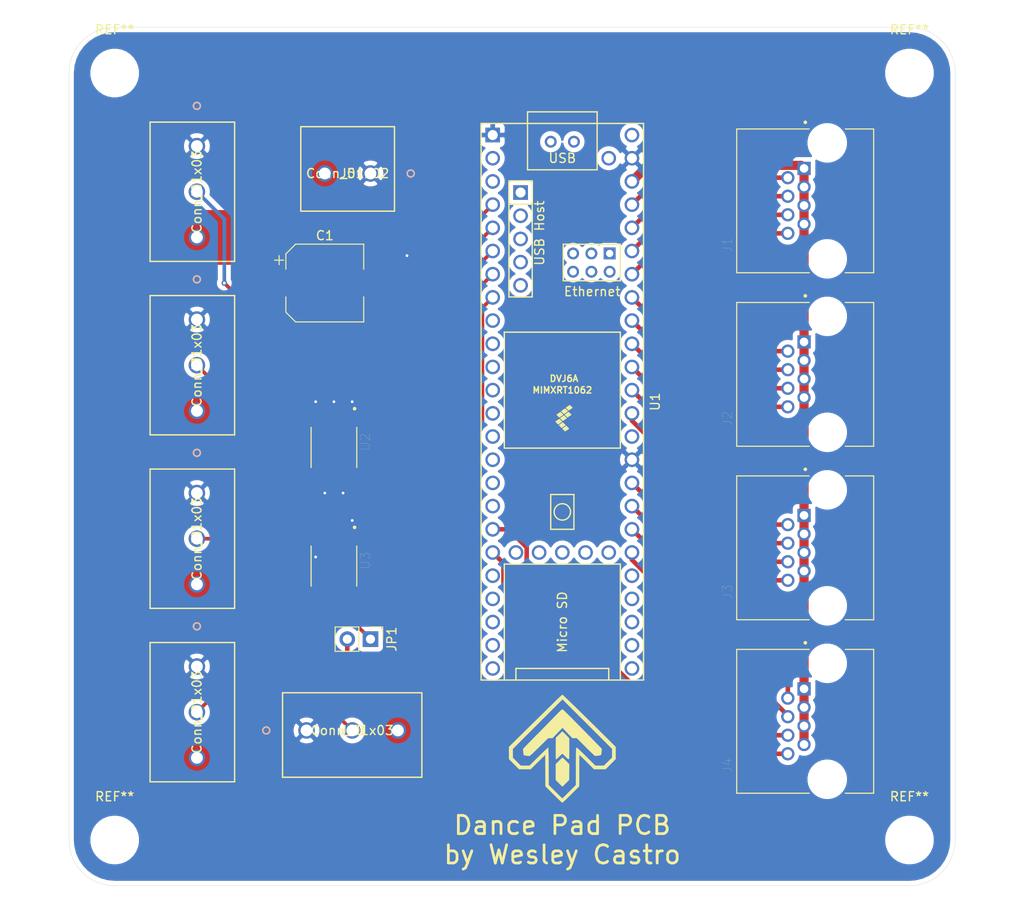
<source format=kicad_pcb>
(kicad_pcb (version 20171130) (host pcbnew "(5.1.7-0-10_14)")

  (general
    (thickness 1.6002)
    (drawings 9)
    (tracks 148)
    (zones 0)
    (modules 20)
    (nets 82)
  )

  (page USLetter)
  (title_block
    (rev 1)
  )

  (layers
    (0 Front signal)
    (1 In1.Cu signal)
    (2 In2.Cu signal)
    (31 Back signal)
    (34 B.Paste user hide)
    (35 F.Paste user)
    (36 B.SilkS user)
    (37 F.SilkS user)
    (38 B.Mask user)
    (39 F.Mask user)
    (44 Edge.Cuts user)
    (45 Margin user)
    (46 B.CrtYd user)
    (47 F.CrtYd user)
    (49 F.Fab user)
  )

  (setup
    (last_trace_width 0.127)
    (user_trace_width 0.15)
    (user_trace_width 0.2)
    (user_trace_width 0.4)
    (user_trace_width 0.5)
    (user_trace_width 0.6)
    (user_trace_width 1)
    (user_trace_width 2)
    (user_trace_width 5)
    (user_trace_width 6)
    (trace_clearance 0.127)
    (zone_clearance 0.508)
    (zone_45_only no)
    (trace_min 0.127)
    (via_size 0.6)
    (via_drill 0.3)
    (via_min_size 0.6)
    (via_min_drill 0.3)
    (user_via 0.6 0.3)
    (user_via 0.9 0.4)
    (uvia_size 0.6858)
    (uvia_drill 0.3302)
    (uvias_allowed no)
    (uvia_min_size 0)
    (uvia_min_drill 0)
    (edge_width 0.0381)
    (segment_width 0.254)
    (pcb_text_width 0.3048)
    (pcb_text_size 1.524 1.524)
    (mod_edge_width 0.1524)
    (mod_text_size 0.8128 0.8128)
    (mod_text_width 0.1524)
    (pad_size 1.6 1.6)
    (pad_drill 1.1)
    (pad_to_mask_clearance 0)
    (aux_axis_origin 0 0)
    (visible_elements FEFFFF7F)
    (pcbplotparams
      (layerselection 0x010f0_fffffff9)
      (usegerberextensions false)
      (usegerberattributes false)
      (usegerberadvancedattributes false)
      (creategerberjobfile false)
      (excludeedgelayer true)
      (linewidth 0.100000)
      (plotframeref false)
      (viasonmask false)
      (mode 1)
      (useauxorigin false)
      (hpglpennumber 1)
      (hpglpenspeed 20)
      (hpglpendiameter 15.000000)
      (psnegative false)
      (psa4output false)
      (plotreference true)
      (plotvalue false)
      (plotinvisibletext false)
      (padsonsilk true)
      (subtractmaskfromsilk false)
      (outputformat 1)
      (mirror false)
      (drillshape 0)
      (scaleselection 1)
      (outputdirectory "./gerbers"))
  )

  (net 0 "")
  (net 1 GND)
  (net 2 +5V)
  (net 3 +3V3)
  (net 4 UpW)
  (net 5 UpS)
  (net 6 UpE)
  (net 7 UpN)
  (net 8 DownW)
  (net 9 DownS)
  (net 10 DownE)
  (net 11 DownN)
  (net 12 LeftW)
  (net 13 LeftS)
  (net 14 LeftE)
  (net 15 LeftN)
  (net 16 RightW)
  (net 17 RightS)
  (net 18 RightE)
  (net 19 RightN)
  (net 20 UpLED_5V)
  (net 21 DownLED_5V)
  (net 22 LeftLED_5V)
  (net 23 RightLED_5V)
  (net 24 AuxLED1_5V)
  (net 25 "Net-(JP1-Pad1)")
  (net 26 "Net-(U1-Pad67)")
  (net 27 "Net-(U1-Pad66)")
  (net 28 "Net-(U1-Pad54)")
  (net 29 "Net-(U1-Pad53)")
  (net 30 "Net-(U1-Pad52)")
  (net 31 "Net-(U1-Pad51)")
  (net 32 "Net-(U1-Pad50)")
  (net 33 "Net-(U1-Pad62)")
  (net 34 "Net-(U1-Pad63)")
  (net 35 "Net-(U1-Pad64)")
  (net 36 "Net-(U1-Pad61)")
  (net 37 "Net-(U1-Pad65)")
  (net 38 "Net-(U1-Pad60)")
  (net 39 "Net-(U1-Pad20)")
  (net 40 "Net-(U1-Pad15)")
  (net 41 "Net-(U1-Pad14)")
  (net 42 "Net-(U1-Pad21)")
  (net 43 "Net-(U1-Pad22)")
  (net 44 "Net-(U1-Pad23)")
  (net 45 "Net-(U1-Pad24)")
  (net 46 "Net-(U1-Pad25)")
  (net 47 "Net-(U1-Pad26)")
  (net 48 "Net-(U1-Pad27)")
  (net 49 "Net-(U1-Pad28)")
  (net 50 "Net-(U1-Pad29)")
  (net 51 "Net-(U1-Pad13)")
  (net 52 "Net-(U1-Pad12)")
  (net 53 "Net-(U1-Pad11)")
  (net 54 "Net-(U1-Pad10)")
  (net 55 AuxLED1)
  (net 56 RightLED)
  (net 57 LeftLED)
  (net 58 DownLED)
  (net 59 UpLED)
  (net 60 "Net-(U1-Pad3)")
  (net 61 "Net-(U1-Pad2)")
  (net 62 "Net-(U1-Pad35)")
  (net 63 "Net-(U1-Pad48)")
  (net 64 "Net-(U1-Pad55)")
  (net 65 "Net-(U1-Pad56)")
  (net 66 "Net-(U1-Pad57)")
  (net 67 "Net-(U1-Pad58)")
  (net 68 "Net-(U1-Pad59)")
  (net 69 "Net-(U1-Pad49)")
  (net 70 "Net-(U3-Pad13)")
  (net 71 "Net-(U3-Pad12)")
  (net 72 "Net-(U3-Pad11)")
  (net 73 "Net-(U3-Pad10)")
  (net 74 "Net-(U3-Pad9)")
  (net 75 "Net-(U3-Pad8)")
  (net 76 "Net-(U3-Pad4)")
  (net 77 "Net-(U3-Pad6)")
  (net 78 "Net-(U3-Pad5)")
  (net 79 "Net-(U1-Pad17)")
  (net 80 "Net-(U1-Pad16)")
  (net 81 "Net-(U1-Pad9)")

  (net_class Default "This is the default net class."
    (clearance 0.127)
    (trace_width 0.127)
    (via_dia 0.6)
    (via_drill 0.3)
    (uvia_dia 0.6858)
    (uvia_drill 0.3302)
    (diff_pair_width 0.1524)
    (diff_pair_gap 0.254)
    (add_net +3V3)
    (add_net +5V)
    (add_net AuxLED1)
    (add_net AuxLED1_5V)
    (add_net DownE)
    (add_net DownLED)
    (add_net DownLED_5V)
    (add_net DownN)
    (add_net DownS)
    (add_net DownW)
    (add_net GND)
    (add_net LeftE)
    (add_net LeftLED)
    (add_net LeftLED_5V)
    (add_net LeftN)
    (add_net LeftS)
    (add_net LeftW)
    (add_net "Net-(JP1-Pad1)")
    (add_net "Net-(U1-Pad10)")
    (add_net "Net-(U1-Pad11)")
    (add_net "Net-(U1-Pad12)")
    (add_net "Net-(U1-Pad13)")
    (add_net "Net-(U1-Pad14)")
    (add_net "Net-(U1-Pad15)")
    (add_net "Net-(U1-Pad16)")
    (add_net "Net-(U1-Pad17)")
    (add_net "Net-(U1-Pad2)")
    (add_net "Net-(U1-Pad20)")
    (add_net "Net-(U1-Pad21)")
    (add_net "Net-(U1-Pad22)")
    (add_net "Net-(U1-Pad23)")
    (add_net "Net-(U1-Pad24)")
    (add_net "Net-(U1-Pad25)")
    (add_net "Net-(U1-Pad26)")
    (add_net "Net-(U1-Pad27)")
    (add_net "Net-(U1-Pad28)")
    (add_net "Net-(U1-Pad29)")
    (add_net "Net-(U1-Pad3)")
    (add_net "Net-(U1-Pad35)")
    (add_net "Net-(U1-Pad48)")
    (add_net "Net-(U1-Pad49)")
    (add_net "Net-(U1-Pad50)")
    (add_net "Net-(U1-Pad51)")
    (add_net "Net-(U1-Pad52)")
    (add_net "Net-(U1-Pad53)")
    (add_net "Net-(U1-Pad54)")
    (add_net "Net-(U1-Pad55)")
    (add_net "Net-(U1-Pad56)")
    (add_net "Net-(U1-Pad57)")
    (add_net "Net-(U1-Pad58)")
    (add_net "Net-(U1-Pad59)")
    (add_net "Net-(U1-Pad60)")
    (add_net "Net-(U1-Pad61)")
    (add_net "Net-(U1-Pad62)")
    (add_net "Net-(U1-Pad63)")
    (add_net "Net-(U1-Pad64)")
    (add_net "Net-(U1-Pad65)")
    (add_net "Net-(U1-Pad66)")
    (add_net "Net-(U1-Pad67)")
    (add_net "Net-(U1-Pad9)")
    (add_net "Net-(U3-Pad10)")
    (add_net "Net-(U3-Pad11)")
    (add_net "Net-(U3-Pad12)")
    (add_net "Net-(U3-Pad13)")
    (add_net "Net-(U3-Pad4)")
    (add_net "Net-(U3-Pad5)")
    (add_net "Net-(U3-Pad6)")
    (add_net "Net-(U3-Pad8)")
    (add_net "Net-(U3-Pad9)")
    (add_net RightE)
    (add_net RightLED)
    (add_net RightLED_5V)
    (add_net RightN)
    (add_net RightS)
    (add_net RightW)
    (add_net UpE)
    (add_net UpLED)
    (add_net UpLED_5V)
    (add_net UpN)
    (add_net UpS)
    (add_net UpW)
  )

  (module Capacitor_SMD:CP_Elec_8x10 (layer Front) (tedit 5BCA39D0) (tstamp 5FB97B5A)
    (at 8 0)
    (descr "SMD capacitor, aluminum electrolytic, Nichicon, 8.0x10mm")
    (tags "capacitor electrolytic")
    (path /5FB89CA9)
    (attr smd)
    (fp_text reference C1 (at 0 -5.2) (layer F.SilkS)
      (effects (font (size 1 1) (thickness 0.15)))
    )
    (fp_text value 1000u (at 0 5.2) (layer F.Fab)
      (effects (font (size 1 1) (thickness 0.15)))
    )
    (fp_line (start -5.25 1.5) (end -4.4 1.5) (layer F.CrtYd) (width 0.05))
    (fp_line (start -5.25 -1.5) (end -5.25 1.5) (layer F.CrtYd) (width 0.05))
    (fp_line (start -4.4 -1.5) (end -5.25 -1.5) (layer F.CrtYd) (width 0.05))
    (fp_line (start -4.4 1.5) (end -4.4 3.25) (layer F.CrtYd) (width 0.05))
    (fp_line (start -4.4 -3.25) (end -4.4 -1.5) (layer F.CrtYd) (width 0.05))
    (fp_line (start -4.4 -3.25) (end -3.25 -4.4) (layer F.CrtYd) (width 0.05))
    (fp_line (start -4.4 3.25) (end -3.25 4.4) (layer F.CrtYd) (width 0.05))
    (fp_line (start -3.25 -4.4) (end 4.4 -4.4) (layer F.CrtYd) (width 0.05))
    (fp_line (start -3.25 4.4) (end 4.4 4.4) (layer F.CrtYd) (width 0.05))
    (fp_line (start 4.4 1.5) (end 4.4 4.4) (layer F.CrtYd) (width 0.05))
    (fp_line (start 5.25 1.5) (end 4.4 1.5) (layer F.CrtYd) (width 0.05))
    (fp_line (start 5.25 -1.5) (end 5.25 1.5) (layer F.CrtYd) (width 0.05))
    (fp_line (start 4.4 -1.5) (end 5.25 -1.5) (layer F.CrtYd) (width 0.05))
    (fp_line (start 4.4 -4.4) (end 4.4 -1.5) (layer F.CrtYd) (width 0.05))
    (fp_line (start -5 -3.01) (end -5 -2.01) (layer F.SilkS) (width 0.12))
    (fp_line (start -5.5 -2.51) (end -4.5 -2.51) (layer F.SilkS) (width 0.12))
    (fp_line (start -4.26 3.195563) (end -3.195563 4.26) (layer F.SilkS) (width 0.12))
    (fp_line (start -4.26 -3.195563) (end -3.195563 -4.26) (layer F.SilkS) (width 0.12))
    (fp_line (start -4.26 -3.195563) (end -4.26 -1.51) (layer F.SilkS) (width 0.12))
    (fp_line (start -4.26 3.195563) (end -4.26 1.51) (layer F.SilkS) (width 0.12))
    (fp_line (start -3.195563 4.26) (end 4.26 4.26) (layer F.SilkS) (width 0.12))
    (fp_line (start -3.195563 -4.26) (end 4.26 -4.26) (layer F.SilkS) (width 0.12))
    (fp_line (start 4.26 -4.26) (end 4.26 -1.51) (layer F.SilkS) (width 0.12))
    (fp_line (start 4.26 4.26) (end 4.26 1.51) (layer F.SilkS) (width 0.12))
    (fp_line (start -3.162278 -1.9) (end -3.162278 -1.1) (layer F.Fab) (width 0.1))
    (fp_line (start -3.562278 -1.5) (end -2.762278 -1.5) (layer F.Fab) (width 0.1))
    (fp_line (start -4.15 3.15) (end -3.15 4.15) (layer F.Fab) (width 0.1))
    (fp_line (start -4.15 -3.15) (end -3.15 -4.15) (layer F.Fab) (width 0.1))
    (fp_line (start -4.15 -3.15) (end -4.15 3.15) (layer F.Fab) (width 0.1))
    (fp_line (start -3.15 4.15) (end 4.15 4.15) (layer F.Fab) (width 0.1))
    (fp_line (start -3.15 -4.15) (end 4.15 -4.15) (layer F.Fab) (width 0.1))
    (fp_line (start 4.15 -4.15) (end 4.15 4.15) (layer F.Fab) (width 0.1))
    (fp_circle (center 0 0) (end 4 0) (layer F.Fab) (width 0.1))
    (fp_text user %R (at 0 0) (layer F.Fab)
      (effects (font (size 1 1) (thickness 0.15)))
    )
    (pad 2 smd roundrect (at 3.25 0) (size 3.5 2.5) (layers Front F.Paste F.Mask) (roundrect_rratio 0.1)
      (net 1 GND))
    (pad 1 smd roundrect (at -3.25 0) (size 3.5 2.5) (layers Front F.Paste F.Mask) (roundrect_rratio 0.1)
      (net 2 +5V))
    (model ${KISYS3DMOD}/Capacitor_SMD.3dshapes/CP_Elec_8x10.wrl
      (at (xyz 0 0 0))
      (scale (xyz 1 1 1))
      (rotate (xyz 0 0 0))
    )
  )

  (module "Main PCB:DDR Arrow" (layer Front) (tedit 0) (tstamp 5FBA3C3B)
    (at 34 51)
    (attr smd)
    (fp_text reference G*** (at 0 0) (layer F.SilkS) hide
      (effects (font (size 1.524 1.524) (thickness 0.3)))
    )
    (fp_text value LOGO (at 0.75 0) (layer F.SilkS) hide
      (effects (font (size 1.524 1.524) (thickness 0.3)))
    )
    (fp_poly (pts (xy 0.038328 -4.300438) (xy 0.075481 -4.2725) (xy 0.131424 -4.224317) (xy 0.208547 -4.153505)
      (xy 0.309238 -4.057678) (xy 0.435888 -3.934451) (xy 0.590886 -3.781439) (xy 0.776621 -3.596256)
      (xy 0.995483 -3.376517) (xy 1.249861 -3.119837) (xy 1.542144 -2.82383) (xy 1.874721 -2.486111)
      (xy 2.249983 -2.104295) (xy 2.670319 -1.675997) (xy 3.138117 -1.19883) (xy 3.297009 -1.03667)
      (xy 4.325493 0.013089) (xy 4.300501 0.324044) (xy 4.284345 0.470977) (xy 4.263028 0.592119)
      (xy 4.240336 0.667596) (xy 4.23279 0.679525) (xy 4.176304 0.706038) (xy 4.069429 0.733439)
      (xy 3.934222 0.758372) (xy 3.79274 0.777483) (xy 3.667043 0.787418) (xy 3.579187 0.784821)
      (xy 3.563945 0.781248) (xy 3.524858 0.75151) (xy 3.440731 0.676067) (xy 3.317636 0.560736)
      (xy 3.161641 0.411334) (xy 2.978818 0.233678) (xy 2.775234 0.033586) (xy 2.556962 -0.183125)
      (xy 2.54 -0.200054) (xy 1.578429 -1.160144) (xy 1.336994 -1.160643) (xy 1.09556 -1.161143)
      (xy 0.753641 -1.514929) (xy 0.604987 -1.669458) (xy 0.453722 -1.827925) (xy 0.317646 -1.97161)
      (xy 0.215411 -2.080878) (xy 0.0191 -2.293041) (xy -1.070428 -1.160327) (xy -1.306285 -1.159596)
      (xy -1.542143 -1.158865) (xy -2.216743 -0.49779) (xy -2.512151 -0.208277) (xy -2.760218 0.034625)
      (xy -2.965529 0.235) (xy -3.132672 0.396932) (xy -3.266233 0.524505) (xy -3.370799 0.621804)
      (xy -3.450958 0.692914) (xy -3.511295 0.741918) (xy -3.556397 0.7729) (xy -3.590852 0.789945)
      (xy -3.619246 0.797137) (xy -3.646165 0.798561) (xy -3.67228 0.798285) (xy -3.760578 0.794416)
      (xy -3.810835 0.784948) (xy -3.813024 0.783436) (xy -3.855206 0.772539) (xy -3.94412 0.762292)
      (xy -3.991428 0.758902) (xy -4.100097 0.746352) (xy -4.180013 0.726266) (xy -4.196699 0.717677)
      (xy -4.222344 0.667093) (xy -4.246745 0.56733) (xy -4.262108 0.460998) (xy -4.278018 0.322105)
      (xy -4.29474 0.197609) (xy -4.305201 0.133556) (xy -4.307127 0.102119) (xy -4.297711 0.06584)
      (xy -4.272005 0.018973) (xy -4.225063 -0.044228) (xy -4.151937 -0.12951) (xy -4.047679 -0.242619)
      (xy -3.907342 -0.389301) (xy -3.725979 -0.575303) (xy -3.498642 -0.806369) (xy -3.477293 -0.828016)
      (xy -3.138289 -1.172013) (xy -2.776125 -1.540084) (xy -2.400566 -1.922272) (xy -2.021374 -2.308618)
      (xy -1.648315 -2.689166) (xy -1.291152 -3.053957) (xy -0.959649 -3.393033) (xy -0.663571 -3.696438)
      (xy -0.507251 -3.856947) (xy -0.325524 -4.040473) (xy -0.186364 -4.173231) (xy -0.084932 -4.259401)
      (xy -0.016391 -4.303164) (xy 0.017577 -4.310518) (xy 0.038328 -4.300438)) (layer F.SilkS) (width 0.01))
    (fp_poly (pts (xy 0.135467 -1.773684) (xy 0.222343 -1.691346) (xy 0.338534 -1.575407) (xy 0.464282 -1.445733)
      (xy 0.517072 -1.389952) (xy 0.762 -1.128904) (xy 0.762 -0.000885) (xy 0.761683 0.317383)
      (xy 0.760473 0.570592) (xy 0.757985 0.766252) (xy 0.753831 0.911873) (xy 0.747624 1.014965)
      (xy 0.738978 1.083038) (xy 0.727507 1.123604) (xy 0.712823 1.144171) (xy 0.702748 1.149871)
      (xy 0.656104 1.141491) (xy 0.578375 1.088439) (xy 0.464409 0.986633) (xy 0.334933 0.858447)
      (xy 0.214187 0.737335) (xy 0.111633 0.637894) (xy 0.037904 0.570195) (xy 0.003631 0.544311)
      (xy 0.003312 0.544285) (xy -0.029762 0.568546) (xy -0.102811 0.634614) (xy -0.205064 0.732418)
      (xy -0.325749 0.851887) (xy -0.326571 0.852714) (xy -0.449788 0.97278) (xy -0.557783 1.07101)
      (xy -0.638829 1.137198) (xy -0.680983 1.161142) (xy -0.694322 1.148855) (xy -0.704741 1.107692)
      (xy -0.712441 1.031198) (xy -0.717626 0.912921) (xy -0.720499 0.746407) (xy -0.721261 0.525203)
      (xy -0.720117 0.242854) (xy -0.71807 -0.019599) (xy -0.707571 -1.20034) (xy -0.354391 -1.548354)
      (xy -0.00121 -1.896368) (xy 0.135467 -1.773684)) (layer F.SilkS) (width 0.01))
    (fp_poly (pts (xy 0.059002 1.004326) (xy 0.136871 1.071853) (xy 0.244388 1.172835) (xy 0.371259 1.297812)
      (xy 0.412348 1.339375) (xy 0.765708 1.699037) (xy 0.754783 2.564018) (xy 0.743857 3.429)
      (xy 0.375475 3.796035) (xy 0.007092 4.16307) (xy -0.359311 3.795415) (xy -0.725714 3.427761)
      (xy -0.725714 1.685924) (xy -0.371279 1.332819) (xy -0.239656 1.204294) (xy -0.124474 1.096689)
      (xy -0.036179 1.019403) (xy 0.014785 0.981837) (xy 0.021072 0.979714) (xy 0.059002 1.004326)) (layer F.SilkS) (width 0.01))
    (fp_poly (pts (xy 0.036043 -5.889389) (xy 0.119708 -5.815638) (xy 0.249188 -5.696018) (xy 0.42171 -5.533228)
      (xy 0.634498 -5.329965) (xy 0.884778 -5.088929) (xy 1.169775 -4.812818) (xy 1.486714 -4.50433)
      (xy 1.83282 -4.166164) (xy 2.205318 -3.801019) (xy 2.601435 -3.411592) (xy 3.018395 -3.000582)
      (xy 3.453422 -2.570688) (xy 3.903744 -2.124609) (xy 4.179864 -1.850572) (xy 5.842241 -0.199572)
      (xy 5.842121 0.469075) (xy 5.842 1.137721) (xy 5.290164 1.693718) (xy 4.738328 2.249714)
      (xy 3.469059 2.249714) (xy 2.685969 1.469571) (xy 2.490061 1.275224) (xy 2.310377 1.098548)
      (xy 2.153397 0.94579) (xy 2.0256 0.823197) (xy 1.933466 0.737016) (xy 1.883476 0.693494)
      (xy 1.876726 0.689428) (xy 1.871462 0.724536) (xy 1.866553 0.825145) (xy 1.862105 0.984188)
      (xy 1.858227 1.194595) (xy 1.855027 1.449297) (xy 1.852613 1.741226) (xy 1.851092 2.063312)
      (xy 1.850572 2.40312) (xy 1.850572 4.116812) (xy 0.951692 5.015691) (xy 0.740553 5.225353)
      (xy 0.544033 5.417673) (xy 0.36834 5.586792) (xy 0.219685 5.726848) (xy 0.104278 5.831979)
      (xy 0.028329 5.896324) (xy -0.000624 5.914571) (xy -0.037912 5.889693) (xy -0.119912 5.818971)
      (xy -0.240423 5.708272) (xy -0.393239 5.563465) (xy -0.572159 5.390416) (xy -0.770978 5.194994)
      (xy -0.951956 5.014707) (xy -1.849851 4.114842) (xy -1.859283 2.393064) (xy -1.868714 0.671285)
      (xy -2.669648 1.4605) (xy -3.470582 2.249714) (xy -4.738328 2.249714) (xy -5.290164 1.693718)
      (xy -5.842 1.137721) (xy -5.842 0.023214) (xy -5.414849 0.023214) (xy -5.412428 0.508268)
      (xy -5.410008 0.993321) (xy -4.9825 1.421946) (xy -4.554991 1.850571) (xy -3.591967 1.850571)
      (xy -2.590553 0.861785) (xy -2.367323 0.642398) (xy -2.159288 0.439913) (xy -1.972269 0.259851)
      (xy -1.812089 0.107732) (xy -1.68457 -0.010926) (xy -1.595535 -0.090604) (xy -1.550805 -0.125781)
      (xy -1.547498 -0.127) (xy -1.537864 -0.106415) (xy -1.529431 -0.042237) (xy -1.522109 0.069163)
      (xy -1.515807 0.231417) (xy -1.510435 0.448155) (xy -1.505902 0.723007) (xy -1.502118 1.059605)
      (xy -1.498993 1.46158) (xy -1.496479 1.923125) (xy -1.487102 3.97325) (xy -0.752954 4.708053)
      (xy -0.564006 4.89656) (xy -0.39182 5.067177) (xy -0.242999 5.213455) (xy -0.124145 5.328943)
      (xy -0.041863 5.407192) (xy -0.002755 5.441753) (xy -0.000656 5.442857) (xy 0.028665 5.418214)
      (xy 0.102575 5.348579) (xy 0.214468 5.240396) (xy 0.357734 5.100108) (xy 0.525768 4.934155)
      (xy 0.711961 4.748983) (xy 0.752605 4.708403) (xy 1.487714 3.973949) (xy 1.487714 1.936428)
      (xy 1.487865 1.497821) (xy 1.488423 1.126233) (xy 1.489546 0.816113) (xy 1.491391 0.56191)
      (xy 1.494116 0.35807) (xy 1.497879 0.199044) (xy 1.502838 0.079279) (xy 1.509151 -0.006776)
      (xy 1.516974 -0.064672) (xy 1.526466 -0.099963) (xy 1.537786 -0.118198) (xy 1.546247 -0.123554)
      (xy 1.578826 -0.113422) (xy 1.643225 -0.067671) (xy 1.742398 0.016412) (xy 1.879297 0.14154)
      (xy 2.056873 0.310424) (xy 2.27808 0.525778) (xy 2.545868 0.790315) (xy 2.607605 0.85168)
      (xy 3.610429 1.849375) (xy 4.082143 1.849323) (xy 4.553857 1.849272) (xy 4.998357 1.413565)
      (xy 5.442857 0.977857) (xy 5.442857 0.017961) (xy 2.7305 -2.69394) (xy 0.018143 -5.405842)
      (xy -5.414849 0.023214) (xy -5.842 0.023214) (xy -5.842 -0.198886) (xy -5.052786 -0.978575)
      (xy -4.694522 -1.332292) (xy -4.285239 -1.735969) (xy -3.825765 -2.188789) (xy -3.316929 -2.689937)
      (xy -2.759561 -3.238595) (xy -2.154491 -3.833947) (xy -1.502546 -4.475176) (xy -1.116953 -4.854333)
      (xy -0.885007 -5.081481) (xy -0.668299 -5.291967) (xy -0.472425 -5.480482) (xy -0.302984 -5.641717)
      (xy -0.165572 -5.770364) (xy -0.065788 -5.861113) (xy -0.009229 -5.908656) (xy 0.000969 -5.914572)
      (xy 0.036043 -5.889389)) (layer F.SilkS) (width 0.01))
  )

  (module MountingHole:MountingHole_4.3mm_M4_DIN965 (layer Front) (tedit 56D1B4CB) (tstamp 5FBA2930)
    (at -15 61)
    (descr "Mounting Hole 4.3mm, no annular, M4, DIN965")
    (tags "mounting hole 4.3mm no annular m4 din965")
    (attr virtual)
    (fp_text reference REF** (at 0 -4.75) (layer F.SilkS)
      (effects (font (size 1 1) (thickness 0.15)))
    )
    (fp_text value MountingHole_4.3mm_M4_DIN965 (at 0 4.75) (layer F.Fab)
      (effects (font (size 1 1) (thickness 0.15)))
    )
    (fp_circle (center 0 0) (end 4 0) (layer F.CrtYd) (width 0.05))
    (fp_circle (center 0 0) (end 3.75 0) (layer Cmts.User) (width 0.15))
    (fp_text user %R (at 0.3 0) (layer F.Fab)
      (effects (font (size 1 1) (thickness 0.15)))
    )
    (pad 1 np_thru_hole circle (at 0 0) (size 4.3 4.3) (drill 4.3) (layers *.Cu *.Mask))
  )

  (module MountingHole:MountingHole_4.3mm_M4_DIN965 (layer Front) (tedit 56D1B4CB) (tstamp 5FBA28F7)
    (at 72 61)
    (descr "Mounting Hole 4.3mm, no annular, M4, DIN965")
    (tags "mounting hole 4.3mm no annular m4 din965")
    (attr virtual)
    (fp_text reference REF** (at 0 -4.75) (layer F.SilkS)
      (effects (font (size 1 1) (thickness 0.15)))
    )
    (fp_text value MountingHole_4.3mm_M4_DIN965 (at 0 4.75) (layer F.Fab)
      (effects (font (size 1 1) (thickness 0.15)))
    )
    (fp_circle (center 0 0) (end 4 0) (layer F.CrtYd) (width 0.05))
    (fp_circle (center 0 0) (end 3.75 0) (layer Cmts.User) (width 0.15))
    (fp_text user %R (at 0.3 0) (layer F.Fab)
      (effects (font (size 1 1) (thickness 0.15)))
    )
    (pad 1 np_thru_hole circle (at 0 0) (size 4.3 4.3) (drill 4.3) (layers *.Cu *.Mask))
  )

  (module MountingHole:MountingHole_4.3mm_M4_DIN965 (layer Front) (tedit 56D1B4CB) (tstamp 5FBA28BE)
    (at 72 -23)
    (descr "Mounting Hole 4.3mm, no annular, M4, DIN965")
    (tags "mounting hole 4.3mm no annular m4 din965")
    (attr virtual)
    (fp_text reference REF** (at 0 -4.75) (layer F.SilkS)
      (effects (font (size 1 1) (thickness 0.15)))
    )
    (fp_text value MountingHole_4.3mm_M4_DIN965 (at 0 4.75) (layer F.Fab)
      (effects (font (size 1 1) (thickness 0.15)))
    )
    (fp_circle (center 0 0) (end 4 0) (layer F.CrtYd) (width 0.05))
    (fp_circle (center 0 0) (end 3.75 0) (layer Cmts.User) (width 0.15))
    (fp_text user %R (at 0.3 0) (layer F.Fab)
      (effects (font (size 1 1) (thickness 0.15)))
    )
    (pad 1 np_thru_hole circle (at 0 0) (size 4.3 4.3) (drill 4.3) (layers *.Cu *.Mask))
  )

  (module MountingHole:MountingHole_4.3mm_M4_DIN965 (layer Front) (tedit 56D1B4CB) (tstamp 5FBA2885)
    (at -15 -23)
    (descr "Mounting Hole 4.3mm, no annular, M4, DIN965")
    (tags "mounting hole 4.3mm no annular m4 din965")
    (attr virtual)
    (fp_text reference REF** (at 0 -4.75) (layer F.SilkS)
      (effects (font (size 1 1) (thickness 0.15)))
    )
    (fp_text value MountingHole_4.3mm_M4_DIN965 (at 0 4.75) (layer F.Fab)
      (effects (font (size 1 1) (thickness 0.15)))
    )
    (fp_circle (center 0 0) (end 4 0) (layer F.CrtYd) (width 0.05))
    (fp_circle (center 0 0) (end 3.75 0) (layer Cmts.User) (width 0.15))
    (fp_text user %R (at 0.3 0) (layer F.Fab)
      (effects (font (size 1 1) (thickness 0.15)))
    )
    (pad 1 np_thru_hole circle (at 0 0) (size 4.3 4.3) (drill 4.3) (layers *.Cu *.Mask))
  )

  (module SN74AHCT125PW:SOP65P640X120-14N (layer Front) (tedit 5FB5EDC7) (tstamp 5FB97D32)
    (at 9 31 270)
    (path /5FB6CFC1)
    (attr smd)
    (fp_text reference U3 (at -0.595 -3.435 90) (layer F.SilkS)
      (effects (font (size 1 1) (thickness 0.015)))
    )
    (fp_text value SN74AHCT125PW (at 7.025 3.435 90) (layer F.Fab)
      (effects (font (size 1 1) (thickness 0.015)))
    )
    (fp_line (start 3.905 -2.75) (end 3.905 2.75) (layer F.CrtYd) (width 0.05))
    (fp_line (start -3.905 -2.75) (end -3.905 2.75) (layer F.CrtYd) (width 0.05))
    (fp_line (start -3.905 2.75) (end 3.905 2.75) (layer F.CrtYd) (width 0.05))
    (fp_line (start -3.905 -2.75) (end 3.905 -2.75) (layer F.CrtYd) (width 0.05))
    (fp_line (start 2.2 -2.5) (end 2.2 2.5) (layer F.Fab) (width 0.127))
    (fp_line (start -2.2 -2.5) (end -2.2 2.5) (layer F.Fab) (width 0.127))
    (fp_line (start -2.2 2.5) (end 2.2 2.5) (layer F.SilkS) (width 0.127))
    (fp_line (start -2.2 -2.5) (end 2.2 -2.5) (layer F.SilkS) (width 0.127))
    (fp_line (start -2.2 2.5) (end 2.2 2.5) (layer F.Fab) (width 0.127))
    (fp_line (start -2.2 -2.5) (end 2.2 -2.5) (layer F.Fab) (width 0.127))
    (fp_circle (center -4.24 -2.26) (end -4.14 -2.26) (layer F.Fab) (width 0.2))
    (fp_circle (center -4.24 -2.26) (end -4.14 -2.26) (layer F.SilkS) (width 0.2))
    (pad 14 smd rect (at 2.87 -1.95 270) (size 1.57 0.41) (layers Front F.Paste F.Mask)
      (net 25 "Net-(JP1-Pad1)"))
    (pad 13 smd rect (at 2.87 -1.3 270) (size 1.57 0.41) (layers Front F.Paste F.Mask)
      (net 70 "Net-(U3-Pad13)"))
    (pad 12 smd rect (at 2.87 -0.65 270) (size 1.57 0.41) (layers Front F.Paste F.Mask)
      (net 71 "Net-(U3-Pad12)"))
    (pad 11 smd rect (at 2.87 0 270) (size 1.57 0.41) (layers Front F.Paste F.Mask)
      (net 72 "Net-(U3-Pad11)"))
    (pad 10 smd rect (at 2.87 0.65 270) (size 1.57 0.41) (layers Front F.Paste F.Mask)
      (net 73 "Net-(U3-Pad10)"))
    (pad 9 smd rect (at 2.87 1.3 270) (size 1.57 0.41) (layers Front F.Paste F.Mask)
      (net 74 "Net-(U3-Pad9)"))
    (pad 8 smd rect (at 2.87 1.95 270) (size 1.57 0.41) (layers Front F.Paste F.Mask)
      (net 75 "Net-(U3-Pad8)"))
    (pad 7 smd rect (at -2.87 1.95 270) (size 1.57 0.41) (layers Front F.Paste F.Mask)
      (net 1 GND))
    (pad 6 smd rect (at -2.87 1.3 270) (size 1.57 0.41) (layers Front F.Paste F.Mask)
      (net 77 "Net-(U3-Pad6)"))
    (pad 5 smd rect (at -2.87 0.65 270) (size 1.57 0.41) (layers Front F.Paste F.Mask)
      (net 78 "Net-(U3-Pad5)"))
    (pad 4 smd rect (at -2.87 0 270) (size 1.57 0.41) (layers Front F.Paste F.Mask)
      (net 76 "Net-(U3-Pad4)"))
    (pad 3 smd rect (at -2.87 -0.65 270) (size 1.57 0.41) (layers Front F.Paste F.Mask)
      (net 24 AuxLED1_5V))
    (pad 2 smd rect (at -2.87 -1.3 270) (size 1.57 0.41) (layers Front F.Paste F.Mask)
      (net 55 AuxLED1))
    (pad 1 smd rect (at -2.87 -1.95 270) (size 1.57 0.41) (layers Front F.Paste F.Mask)
      (net 1 GND))
    (model ${KISYS3DMOD}/Package_SO.3dshapes/TSSOP-14_4.4x5mm_P0.65mm.wrl
      (at (xyz 0 0 0))
      (scale (xyz 1 1 1))
      (rotate (xyz 0 0 0))
    )
  )

  (module SN74AHCT125PW:SOP65P640X120-14N (layer Front) (tedit 5FB5EDC7) (tstamp 5FB97D14)
    (at 9 18 270)
    (path /5FB610FD)
    (attr smd)
    (fp_text reference U2 (at -0.595 -3.435 90) (layer F.SilkS)
      (effects (font (size 1 1) (thickness 0.015)))
    )
    (fp_text value SN74AHCT125PW (at 7.025 3.435 90) (layer F.Fab)
      (effects (font (size 1 1) (thickness 0.015)))
    )
    (fp_line (start 3.905 -2.75) (end 3.905 2.75) (layer F.CrtYd) (width 0.05))
    (fp_line (start -3.905 -2.75) (end -3.905 2.75) (layer F.CrtYd) (width 0.05))
    (fp_line (start -3.905 2.75) (end 3.905 2.75) (layer F.CrtYd) (width 0.05))
    (fp_line (start -3.905 -2.75) (end 3.905 -2.75) (layer F.CrtYd) (width 0.05))
    (fp_line (start 2.2 -2.5) (end 2.2 2.5) (layer F.Fab) (width 0.127))
    (fp_line (start -2.2 -2.5) (end -2.2 2.5) (layer F.Fab) (width 0.127))
    (fp_line (start -2.2 2.5) (end 2.2 2.5) (layer F.SilkS) (width 0.127))
    (fp_line (start -2.2 -2.5) (end 2.2 -2.5) (layer F.SilkS) (width 0.127))
    (fp_line (start -2.2 2.5) (end 2.2 2.5) (layer F.Fab) (width 0.127))
    (fp_line (start -2.2 -2.5) (end 2.2 -2.5) (layer F.Fab) (width 0.127))
    (fp_circle (center -4.24 -2.26) (end -4.14 -2.26) (layer F.Fab) (width 0.2))
    (fp_circle (center -4.24 -2.26) (end -4.14 -2.26) (layer F.SilkS) (width 0.2))
    (pad 14 smd rect (at 2.87 -1.95 270) (size 1.57 0.41) (layers Front F.Paste F.Mask)
      (net 2 +5V))
    (pad 13 smd rect (at 2.87 -1.3 270) (size 1.57 0.41) (layers Front F.Paste F.Mask)
      (net 1 GND))
    (pad 12 smd rect (at 2.87 -0.65 270) (size 1.57 0.41) (layers Front F.Paste F.Mask)
      (net 56 RightLED))
    (pad 11 smd rect (at 2.87 0 270) (size 1.57 0.41) (layers Front F.Paste F.Mask)
      (net 23 RightLED_5V))
    (pad 10 smd rect (at 2.87 0.65 270) (size 1.57 0.41) (layers Front F.Paste F.Mask)
      (net 1 GND))
    (pad 9 smd rect (at 2.87 1.3 270) (size 1.57 0.41) (layers Front F.Paste F.Mask)
      (net 57 LeftLED))
    (pad 8 smd rect (at 2.87 1.95 270) (size 1.57 0.41) (layers Front F.Paste F.Mask)
      (net 22 LeftLED_5V))
    (pad 7 smd rect (at -2.87 1.95 270) (size 1.57 0.41) (layers Front F.Paste F.Mask)
      (net 1 GND))
    (pad 6 smd rect (at -2.87 1.3 270) (size 1.57 0.41) (layers Front F.Paste F.Mask)
      (net 21 DownLED_5V))
    (pad 5 smd rect (at -2.87 0.65 270) (size 1.57 0.41) (layers Front F.Paste F.Mask)
      (net 58 DownLED))
    (pad 4 smd rect (at -2.87 0 270) (size 1.57 0.41) (layers Front F.Paste F.Mask)
      (net 1 GND))
    (pad 3 smd rect (at -2.87 -0.65 270) (size 1.57 0.41) (layers Front F.Paste F.Mask)
      (net 20 UpLED_5V))
    (pad 2 smd rect (at -2.87 -1.3 270) (size 1.57 0.41) (layers Front F.Paste F.Mask)
      (net 59 UpLED))
    (pad 1 smd rect (at -2.87 -1.95 270) (size 1.57 0.41) (layers Front F.Paste F.Mask)
      (net 1 GND))
    (model ${KISYS3DMOD}/Package_SO.3dshapes/TSSOP-14_4.4x5mm_P0.65mm.wrl
      (at (xyz 0 0 0))
      (scale (xyz 1 1 1))
      (rotate (xyz 0 0 0))
    )
  )

  (module "Main PCB:Teensy41" (layer Front) (tedit 5ED43644) (tstamp 5FB97CF6)
    (at 34 13 270)
    (path /5FB5E1B8)
    (fp_text reference U1 (at 0 -10.16 90) (layer F.SilkS)
      (effects (font (size 1 1) (thickness 0.15)))
    )
    (fp_text value Teensy4.1 (at 0 10.16 90) (layer F.Fab)
      (effects (font (size 1 1) (thickness 0.15)))
    )
    (fp_circle (center 12.065 0) (end 12.7 -0.635) (layer F.SilkS) (width 0.15))
    (fp_line (start -7.62 -6.35) (end -7.62 6.35) (layer F.SilkS) (width 0.15))
    (fp_line (start 5.08 -6.35) (end -7.62 -6.35) (layer F.SilkS) (width 0.15))
    (fp_line (start 5.08 6.35) (end 5.08 -6.35) (layer F.SilkS) (width 0.15))
    (fp_line (start -7.62 6.35) (end 5.08 6.35) (layer F.SilkS) (width 0.15))
    (fp_line (start -17.25 -6.3516) (end -17.25 -6.1016) (layer F.SilkS) (width 0.15))
    (fp_line (start -13.25 -6.3516) (end -17.25 -6.3516) (layer F.SilkS) (width 0.15))
    (fp_line (start -13.25 -0.1016) (end -13.25 -6.3516) (layer F.SilkS) (width 0.15))
    (fp_line (start -17.25 -0.1016) (end -13.25 -0.1016) (layer F.SilkS) (width 0.15))
    (fp_line (start -17.25 -6.1016) (end -17.25 -0.1016) (layer F.SilkS) (width 0.15))
    (fp_line (start -21.6408 3.2992) (end -21.6408 5.8392) (layer F.SilkS) (width 0.15))
    (fp_line (start -24.1808 3.2992) (end -21.6408 3.2992) (layer F.SilkS) (width 0.15))
    (fp_line (start -24.1808 5.8392) (end -24.1808 3.2992) (layer F.SilkS) (width 0.15))
    (fp_line (start -11.4808 5.8392) (end -24.1808 5.8392) (layer F.SilkS) (width 0.15))
    (fp_line (start -11.4808 3.2992) (end -11.4808 5.8392) (layer F.SilkS) (width 0.15))
    (fp_line (start -24.1808 3.2992) (end -11.4808 3.2992) (layer F.SilkS) (width 0.15))
    (fp_line (start 10.16 -1.27) (end 13.97 -1.27) (layer F.SilkS) (width 0.15))
    (fp_line (start 10.16 1.27) (end 10.16 -1.27) (layer F.SilkS) (width 0.15))
    (fp_line (start 13.97 1.27) (end 10.16 1.27) (layer F.SilkS) (width 0.15))
    (fp_line (start 13.97 -1.27) (end 13.97 1.27) (layer F.SilkS) (width 0.15))
    (fp_line (start 29.21 5.08) (end 30.48 5.08) (layer F.SilkS) (width 0.15))
    (fp_line (start 29.21 -5.08) (end 29.21 5.08) (layer F.SilkS) (width 0.15))
    (fp_line (start 30.48 -5.08) (end 29.21 -5.08) (layer F.SilkS) (width 0.15))
    (fp_line (start 17.78 6.35) (end 30.48 6.35) (layer F.SilkS) (width 0.15))
    (fp_line (start 17.78 -6.35) (end 17.78 6.35) (layer F.SilkS) (width 0.15))
    (fp_line (start 30.48 -6.35) (end 17.78 -6.35) (layer F.SilkS) (width 0.15))
    (fp_line (start -30.48 3.81) (end -31.75 3.81) (layer F.SilkS) (width 0.15))
    (fp_line (start -31.75 3.81) (end -31.75 -3.81) (layer F.SilkS) (width 0.15))
    (fp_line (start -31.75 -3.81) (end -30.48 -3.81) (layer F.SilkS) (width 0.15))
    (fp_line (start -25.4 3.81) (end -25.4 -3.81) (layer F.SilkS) (width 0.15))
    (fp_line (start -25.4 -3.81) (end -30.48 -3.81) (layer F.SilkS) (width 0.15))
    (fp_line (start -25.4 3.81) (end -30.48 3.81) (layer F.SilkS) (width 0.15))
    (fp_line (start -30.48 -8.89) (end 30.48 -8.89) (layer F.SilkS) (width 0.15))
    (fp_line (start 30.48 -8.89) (end 30.48 8.89) (layer F.SilkS) (width 0.15))
    (fp_line (start 30.48 8.89) (end -30.48 8.89) (layer F.SilkS) (width 0.15))
    (fp_line (start -30.48 8.89) (end -30.48 -8.89) (layer F.SilkS) (width 0.15))
    (fp_poly (pts (xy 2.435 0.455) (xy 2.181 0.709) (xy 1.927 0.328) (xy 2.181 0.074)) (layer F.SilkS) (width 0.1))
    (fp_poly (pts (xy 2.054 -0.053) (xy 1.8 0.201) (xy 1.546 -0.18) (xy 1.8 -0.434)) (layer F.SilkS) (width 0.1))
    (fp_poly (pts (xy 1.673 -0.561) (xy 1.419 -0.307) (xy 1.165 -0.688) (xy 1.419 -0.942)) (layer F.SilkS) (width 0.1))
    (fp_poly (pts (xy 1.673 0.328) (xy 1.419 0.582) (xy 1.165 0.201) (xy 1.419 -0.053)) (layer F.SilkS) (width 0.1))
    (fp_poly (pts (xy 1.292 -0.18) (xy 1.038 0.074) (xy 0.784 -0.307) (xy 1.038 -0.561)) (layer F.SilkS) (width 0.1))
    (fp_poly (pts (xy 0.911 -0.688) (xy 0.657 -0.434) (xy 0.403 -0.815) (xy 0.657 -1.069)) (layer F.SilkS) (width 0.1))
    (fp_poly (pts (xy 2.816 0.074) (xy 2.562 0.328) (xy 2.308 -0.053) (xy 2.562 -0.307)) (layer F.SilkS) (width 0.1))
    (fp_poly (pts (xy 3.197 -0.307) (xy 2.943 -0.053) (xy 2.689 -0.434) (xy 2.943 -0.688)) (layer F.SilkS) (width 0.1))
    (fp_text user "USB Host" (at -18.4658 2.4892 90) (layer F.SilkS)
      (effects (font (size 1 1) (thickness 0.15)))
    )
    (fp_text user Ethernet (at -12.065 -3.2766) (layer F.SilkS)
      (effects (font (size 1 1) (thickness 0.15)))
    )
    (fp_text user USB (at -26.67 0 180) (layer F.SilkS)
      (effects (font (size 1 1) (thickness 0.15)))
    )
    (fp_text user "Micro SD" (at 24.13 0 90) (layer F.SilkS)
      (effects (font (size 1 1) (thickness 0.15)))
    )
    (fp_text user MIMXRT1062 (at -1.27 0 180) (layer F.SilkS)
      (effects (font (size 0.7 0.7) (thickness 0.15)))
    )
    (fp_text user DVJ6A (at -2.54 -0.18 180) (layer F.SilkS)
      (effects (font (size 0.7 0.7) (thickness 0.15)))
    )
    (pad 67 thru_hole circle (at -28.48 -1.27 270) (size 1.3 1.3) (drill 0.8) (layers *.Cu *.Mask)
      (net 26 "Net-(U1-Pad67)"))
    (pad 66 thru_hole circle (at -28.48 1.27 270) (size 1.3 1.3) (drill 0.8) (layers *.Cu *.Mask)
      (net 27 "Net-(U1-Pad66)"))
    (pad 54 thru_hole circle (at 16.51 -5.08 270) (size 1.6 1.6) (drill 1.1) (layers *.Cu *.Mask)
      (net 28 "Net-(U1-Pad54)"))
    (pad 53 thru_hole circle (at 16.51 -2.54 270) (size 1.6 1.6) (drill 1.1) (layers *.Cu *.Mask)
      (net 29 "Net-(U1-Pad53)"))
    (pad 52 thru_hole circle (at 16.51 0 270) (size 1.6 1.6) (drill 1.1) (layers *.Cu *.Mask)
      (net 30 "Net-(U1-Pad52)"))
    (pad 51 thru_hole circle (at 16.51 2.54 270) (size 1.6 1.6) (drill 1.1) (layers *.Cu *.Mask)
      (net 31 "Net-(U1-Pad51)"))
    (pad 50 thru_hole circle (at 16.51 5.08 270) (size 1.6 1.6) (drill 1.1) (layers *.Cu *.Mask)
      (net 32 "Net-(U1-Pad50)"))
    (pad 62 thru_hole circle (at -16.24 -1.1816 270) (size 1.3 1.3) (drill 0.8) (layers *.Cu *.Mask)
      (net 33 "Net-(U1-Pad62)"))
    (pad 63 thru_hole circle (at -14.24 -1.1816 270) (size 1.3 1.3) (drill 0.8) (layers *.Cu *.Mask)
      (net 34 "Net-(U1-Pad63)"))
    (pad 64 thru_hole circle (at -14.24 -3.1816 270) (size 1.3 1.3) (drill 0.8) (layers *.Cu *.Mask)
      (net 35 "Net-(U1-Pad64)"))
    (pad 61 thru_hole circle (at -16.24 -3.1816 270) (size 1.3 1.3) (drill 0.8) (layers *.Cu *.Mask)
      (net 36 "Net-(U1-Pad61)"))
    (pad 65 thru_hole circle (at -14.24 -5.1816 270) (size 1.3 1.3) (drill 0.8) (layers *.Cu *.Mask)
      (net 37 "Net-(U1-Pad65)"))
    (pad 60 thru_hole rect (at -16.24 -5.1816 270) (size 1.3 1.3) (drill 0.8) (layers *.Cu *.Mask)
      (net 38 "Net-(U1-Pad60)"))
    (pad 17 thru_hole circle (at 11.43 7.62 270) (size 1.6 1.6) (drill 1.1) (layers *.Cu *.Mask)
      (net 79 "Net-(U1-Pad17)"))
    (pad 18 thru_hole circle (at 13.97 7.62 270) (size 1.6 1.6) (drill 1.1) (layers *.Cu *.Mask)
      (net 18 RightE))
    (pad 19 thru_hole circle (at 16.51 7.62 270) (size 1.6 1.6) (drill 1.1) (layers *.Cu *.Mask)
      (net 19 RightN))
    (pad 20 thru_hole circle (at 19.05 7.62 270) (size 1.6 1.6) (drill 1.1) (layers *.Cu *.Mask)
      (net 39 "Net-(U1-Pad20)"))
    (pad 16 thru_hole circle (at 8.89 7.62 270) (size 1.6 1.6) (drill 1.1) (layers *.Cu *.Mask)
      (net 80 "Net-(U1-Pad16)"))
    (pad 15 thru_hole circle (at 6.35 7.62 270) (size 1.6 1.6) (drill 1.1) (layers *.Cu *.Mask)
      (net 40 "Net-(U1-Pad15)"))
    (pad 14 thru_hole circle (at 3.81 7.62 270) (size 1.6 1.6) (drill 1.1) (layers *.Cu *.Mask)
      (net 41 "Net-(U1-Pad14)"))
    (pad 21 thru_hole circle (at 21.59 7.62 270) (size 1.6 1.6) (drill 1.1) (layers *.Cu *.Mask)
      (net 42 "Net-(U1-Pad21)"))
    (pad 22 thru_hole circle (at 24.13 7.62 270) (size 1.6 1.6) (drill 1.1) (layers *.Cu *.Mask)
      (net 43 "Net-(U1-Pad22)"))
    (pad 23 thru_hole circle (at 26.67 7.62 270) (size 1.6 1.6) (drill 1.1) (layers *.Cu *.Mask)
      (net 44 "Net-(U1-Pad23)"))
    (pad 24 thru_hole circle (at 29.21 7.62 270) (size 1.6 1.6) (drill 1.1) (layers *.Cu *.Mask)
      (net 45 "Net-(U1-Pad24)"))
    (pad 25 thru_hole circle (at 29.21 -7.62 270) (size 1.6 1.6) (drill 1.1) (layers *.Cu *.Mask)
      (net 46 "Net-(U1-Pad25)"))
    (pad 26 thru_hole circle (at 26.67 -7.62 270) (size 1.6 1.6) (drill 1.1) (layers *.Cu *.Mask)
      (net 47 "Net-(U1-Pad26)"))
    (pad 27 thru_hole circle (at 24.13 -7.62 270) (size 1.6 1.6) (drill 1.1) (layers *.Cu *.Mask)
      (net 48 "Net-(U1-Pad27)"))
    (pad 28 thru_hole circle (at 21.59 -7.62 270) (size 1.6 1.6) (drill 1.1) (layers *.Cu *.Mask)
      (net 49 "Net-(U1-Pad28)"))
    (pad 29 thru_hole circle (at 19.05 -7.62 270) (size 1.6 1.6) (drill 1.1) (layers *.Cu *.Mask)
      (net 50 "Net-(U1-Pad29)"))
    (pad 30 thru_hole circle (at 16.51 -7.62 270) (size 1.6 1.6) (drill 1.1) (layers *.Cu *.Mask)
      (net 17 RightS))
    (pad 31 thru_hole circle (at 13.97 -7.62 270) (size 1.6 1.6) (drill 1.1) (layers *.Cu *.Mask)
      (net 16 RightW))
    (pad 32 thru_hole circle (at 11.43 -7.62 270) (size 1.6 1.6) (drill 1.1) (layers *.Cu *.Mask)
      (net 15 LeftN))
    (pad 33 thru_hole circle (at 8.89 -7.62 270) (size 1.6 1.6) (drill 1.1) (layers *.Cu *.Mask)
      (net 14 LeftE))
    (pad 34 thru_hole circle (at 6.35 -7.62 270) (size 1.6 1.6) (drill 1.1) (layers *.Cu *.Mask)
      (net 1 GND))
    (pad 13 thru_hole circle (at 1.27 7.62 270) (size 1.6 1.6) (drill 1.1) (layers *.Cu *.Mask)
      (net 51 "Net-(U1-Pad13)"))
    (pad 12 thru_hole circle (at -1.27 7.62 270) (size 1.6 1.6) (drill 1.1) (layers *.Cu *.Mask)
      (net 52 "Net-(U1-Pad12)"))
    (pad 11 thru_hole circle (at -3.81 7.62 270) (size 1.6 1.6) (drill 1.1) (layers *.Cu *.Mask)
      (net 53 "Net-(U1-Pad11)"))
    (pad 10 thru_hole circle (at -6.35 7.62 270) (size 1.6 1.6) (drill 1.1) (layers *.Cu *.Mask)
      (net 54 "Net-(U1-Pad10)"))
    (pad 9 thru_hole circle (at -8.89 7.62 270) (size 1.6 1.6) (drill 1.1) (layers *.Cu *.Mask)
      (net 81 "Net-(U1-Pad9)"))
    (pad 8 thru_hole circle (at -11.43 7.62 270) (size 1.6 1.6) (drill 1.1) (layers *.Cu *.Mask)
      (net 55 AuxLED1))
    (pad 7 thru_hole circle (at -13.97 7.62 270) (size 1.6 1.6) (drill 1.1) (layers *.Cu *.Mask)
      (net 56 RightLED))
    (pad 6 thru_hole circle (at -16.51 7.62 270) (size 1.6 1.6) (drill 1.1) (layers *.Cu *.Mask)
      (net 57 LeftLED))
    (pad 5 thru_hole circle (at -19.05 7.62 270) (size 1.6 1.6) (drill 1.1) (layers *.Cu *.Mask)
      (net 58 DownLED))
    (pad 4 thru_hole circle (at -21.59 7.62 270) (size 1.6 1.6) (drill 1.1) (layers *.Cu *.Mask)
      (net 59 UpLED))
    (pad 3 thru_hole circle (at -24.13 7.62 270) (size 1.6 1.6) (drill 1.1) (layers *.Cu *.Mask)
      (net 60 "Net-(U1-Pad3)"))
    (pad 2 thru_hole circle (at -26.67 7.62 270) (size 1.6 1.6) (drill 1.1) (layers *.Cu *.Mask)
      (net 61 "Net-(U1-Pad2)"))
    (pad 1 thru_hole rect (at -29.21 7.62 270) (size 1.6 1.6) (drill 1.1) (layers *.Cu *.Mask)
      (net 1 GND))
    (pad 35 thru_hole circle (at 3.81 -7.62 270) (size 1.6 1.6) (drill 1.1) (layers *.Cu *.Mask)
      (net 62 "Net-(U1-Pad35)"))
    (pad 36 thru_hole circle (at 1.27 -7.62 270) (size 1.6 1.6) (drill 1.1) (layers *.Cu *.Mask)
      (net 13 LeftS))
    (pad 37 thru_hole circle (at -1.27 -7.62 270) (size 1.6 1.6) (drill 1.1) (layers *.Cu *.Mask)
      (net 12 LeftW))
    (pad 38 thru_hole circle (at -3.81 -7.62 270) (size 1.6 1.6) (drill 1.1) (layers *.Cu *.Mask)
      (net 11 DownN))
    (pad 39 thru_hole circle (at -6.35 -7.62 270) (size 1.6 1.6) (drill 1.1) (layers *.Cu *.Mask)
      (net 10 DownE))
    (pad 40 thru_hole circle (at -8.89 -7.62 270) (size 1.6 1.6) (drill 1.1) (layers *.Cu *.Mask)
      (net 9 DownS))
    (pad 41 thru_hole circle (at -11.43 -7.62 270) (size 1.6 1.6) (drill 1.1) (layers *.Cu *.Mask)
      (net 8 DownW))
    (pad 42 thru_hole circle (at -13.97 -7.62 270) (size 1.6 1.6) (drill 1.1) (layers *.Cu *.Mask)
      (net 7 UpN))
    (pad 43 thru_hole circle (at -16.51 -7.62 270) (size 1.6 1.6) (drill 1.1) (layers *.Cu *.Mask)
      (net 6 UpE))
    (pad 44 thru_hole circle (at -19.05 -7.62 270) (size 1.6 1.6) (drill 1.1) (layers *.Cu *.Mask)
      (net 5 UpS))
    (pad 45 thru_hole circle (at -21.59 -7.62 270) (size 1.6 1.6) (drill 1.1) (layers *.Cu *.Mask)
      (net 4 UpW))
    (pad 46 thru_hole circle (at -24.13 -7.62 270) (size 1.6 1.6) (drill 1.1) (layers *.Cu *.Mask)
      (net 3 +3V3))
    (pad 47 thru_hole circle (at -26.67 -7.62 270) (size 1.6 1.6) (drill 1.1) (layers *.Cu *.Mask)
      (net 1 GND))
    (pad 48 thru_hole circle (at -29.21 -7.62 270) (size 1.6 1.6) (drill 1.1) (layers *.Cu *.Mask)
      (net 63 "Net-(U1-Pad48)"))
    (pad 55 thru_hole rect (at -22.9108 4.5692 270) (size 1.6 1.6) (drill 1.1) (layers *.Cu *.Mask)
      (net 64 "Net-(U1-Pad55)"))
    (pad 56 thru_hole circle (at -20.3708 4.5692 270) (size 1.6 1.6) (drill 1.1) (layers *.Cu *.Mask)
      (net 65 "Net-(U1-Pad56)"))
    (pad 57 thru_hole circle (at -17.8308 4.5692 270) (size 1.6 1.6) (drill 1.1) (layers *.Cu *.Mask)
      (net 66 "Net-(U1-Pad57)"))
    (pad 58 thru_hole circle (at -15.2908 4.5692 270) (size 1.6 1.6) (drill 1.1) (layers *.Cu *.Mask)
      (net 67 "Net-(U1-Pad58)"))
    (pad 59 thru_hole circle (at -12.7508 4.5692 270) (size 1.6 1.6) (drill 1.1) (layers *.Cu *.Mask)
      (net 68 "Net-(U1-Pad59)"))
    (pad 49 thru_hole circle (at -26.67 -5.08 270) (size 1.6 1.6) (drill 1.1) (layers *.Cu *.Mask)
      (net 69 "Net-(U1-Pad49)"))
    (model ${KICAD_USER_DIR}/teensy.pretty/Teensy_4.1_Assembly.STEP
      (offset (xyz 0 0 0.762))
      (scale (xyz 1 1 1))
      (rotate (xyz 0 0 0))
    )
  )

  (module Connector_PinHeader_2.54mm:PinHeader_1x02_P2.54mm_Vertical (layer Front) (tedit 59FED5CC) (tstamp 5FB97C7D)
    (at 13 39 270)
    (descr "Through hole straight pin header, 1x02, 2.54mm pitch, single row")
    (tags "Through hole pin header THT 1x02 2.54mm single row")
    (path /5FB70378)
    (fp_text reference JP1 (at 0 -2.33 90) (layer F.SilkS)
      (effects (font (size 1 1) (thickness 0.15)))
    )
    (fp_text value Jumper (at 0 4.87 90) (layer F.Fab)
      (effects (font (size 1 1) (thickness 0.15)))
    )
    (fp_line (start 1.8 -1.8) (end -1.8 -1.8) (layer F.CrtYd) (width 0.05))
    (fp_line (start 1.8 4.35) (end 1.8 -1.8) (layer F.CrtYd) (width 0.05))
    (fp_line (start -1.8 4.35) (end 1.8 4.35) (layer F.CrtYd) (width 0.05))
    (fp_line (start -1.8 -1.8) (end -1.8 4.35) (layer F.CrtYd) (width 0.05))
    (fp_line (start -1.33 -1.33) (end 0 -1.33) (layer F.SilkS) (width 0.12))
    (fp_line (start -1.33 0) (end -1.33 -1.33) (layer F.SilkS) (width 0.12))
    (fp_line (start -1.33 1.27) (end 1.33 1.27) (layer F.SilkS) (width 0.12))
    (fp_line (start 1.33 1.27) (end 1.33 3.87) (layer F.SilkS) (width 0.12))
    (fp_line (start -1.33 1.27) (end -1.33 3.87) (layer F.SilkS) (width 0.12))
    (fp_line (start -1.33 3.87) (end 1.33 3.87) (layer F.SilkS) (width 0.12))
    (fp_line (start -1.27 -0.635) (end -0.635 -1.27) (layer F.Fab) (width 0.1))
    (fp_line (start -1.27 3.81) (end -1.27 -0.635) (layer F.Fab) (width 0.1))
    (fp_line (start 1.27 3.81) (end -1.27 3.81) (layer F.Fab) (width 0.1))
    (fp_line (start 1.27 -1.27) (end 1.27 3.81) (layer F.Fab) (width 0.1))
    (fp_line (start -0.635 -1.27) (end 1.27 -1.27) (layer F.Fab) (width 0.1))
    (fp_text user %R (at 0 1.27) (layer F.Fab)
      (effects (font (size 1 1) (thickness 0.15)))
    )
    (pad 2 thru_hole oval (at 0 2.54 270) (size 1.7 1.7) (drill 1) (layers *.Cu *.Mask)
      (net 2 +5V))
    (pad 1 thru_hole rect (at 0 0 270) (size 1.7 1.7) (drill 1) (layers *.Cu *.Mask)
      (net 25 "Net-(JP1-Pad1)"))
    (model ${KISYS3DMOD}/Connector_PinHeader_2.54mm.3dshapes/PinHeader_1x02_P2.54mm_Vertical.wrl
      (at (xyz 0 0 0))
      (scale (xyz 1 1 1))
      (rotate (xyz 0 0 0))
    )
  )

  (module footprints:1935174 (layer Front) (tedit 0) (tstamp 5FB97C67)
    (at 6 49)
    (path /5FB868C2)
    (fp_text reference J10 (at 5 0) (layer F.SilkS)
      (effects (font (size 1 1) (thickness 0.15)))
    )
    (fp_text value Conn_01x03 (at 5 0) (layer F.SilkS)
      (effects (font (size 1 1) (thickness 0.15)))
    )
    (fp_circle (center -4.405 0) (end -4.024 0) (layer B.SilkS) (width 0.1524))
    (fp_circle (center -4.405 0) (end -4.024 0) (layer F.SilkS) (width 0.1524))
    (fp_circle (center 0 -1.905) (end 0.381 -1.905) (layer F.Fab) (width 0.1524))
    (fp_line (start 12.754001 -4.254) (end -2.754 -4.254) (layer F.CrtYd) (width 0.1524))
    (fp_line (start 12.754001 5.254) (end 12.754001 -4.254) (layer F.CrtYd) (width 0.1524))
    (fp_line (start -2.754 5.254) (end 12.754001 5.254) (layer F.CrtYd) (width 0.1524))
    (fp_line (start -2.754 -4.254) (end -2.754 5.254) (layer F.CrtYd) (width 0.1524))
    (fp_line (start -2.5 -4) (end -2.5 5) (layer F.Fab) (width 0.1524))
    (fp_line (start 12.500001 -4) (end -2.5 -4) (layer F.Fab) (width 0.1524))
    (fp_line (start 12.500001 5) (end 12.500001 -4) (layer F.Fab) (width 0.1524))
    (fp_line (start -2.5 5) (end 12.500001 5) (layer F.Fab) (width 0.1524))
    (fp_line (start -2.627 -4.127) (end -2.627 5.127) (layer F.SilkS) (width 0.1524))
    (fp_line (start 12.627001 -4.127) (end -2.627 -4.127) (layer F.SilkS) (width 0.1524))
    (fp_line (start 12.627001 5.127) (end 12.627001 -4.127) (layer F.SilkS) (width 0.1524))
    (fp_line (start -2.627 5.127) (end 12.627001 5.127) (layer F.SilkS) (width 0.1524))
    (fp_text user * (at 0 0) (layer F.Fab)
      (effects (font (size 1 1) (thickness 0.15)))
    )
    (fp_text user * (at 0 0) (layer F.SilkS)
      (effects (font (size 1 1) (thickness 0.15)))
    )
    (fp_text user "Copyright 2016 Accelerated Designs. All rights reserved." (at 0 0) (layer Cmts.User)
      (effects (font (size 0.127 0.127) (thickness 0.002)))
    )
    (pad 3 thru_hole circle (at 10 0) (size 1.8034 1.8034) (drill 1.2954) (layers *.Cu *.Mask)
      (net 2 +5V))
    (pad 2 thru_hole circle (at 5 0) (size 1.8034 1.8034) (drill 1.2954) (layers *.Cu *.Mask)
      (net 24 AuxLED1_5V))
    (pad 1 thru_hole circle (at 0 0) (size 1.8034 1.8034) (drill 1.2954) (layers *.Cu *.Mask)
      (net 1 GND))
  )

  (module footprints:1935174 (layer Front) (tedit 0) (tstamp 5FB97C4E)
    (at -6 42 270)
    (path /5FB783E3)
    (fp_text reference J9 (at 5 0 90) (layer F.SilkS)
      (effects (font (size 1 1) (thickness 0.15)))
    )
    (fp_text value Conn_01x03 (at 5 0 90) (layer F.SilkS)
      (effects (font (size 1 1) (thickness 0.15)))
    )
    (fp_circle (center -4.405 0) (end -4.024 0) (layer B.SilkS) (width 0.1524))
    (fp_circle (center -4.405 0) (end -4.024 0) (layer F.SilkS) (width 0.1524))
    (fp_circle (center 0 -1.905) (end 0.381 -1.905) (layer F.Fab) (width 0.1524))
    (fp_line (start 12.754001 -4.254) (end -2.754 -4.254) (layer F.CrtYd) (width 0.1524))
    (fp_line (start 12.754001 5.254) (end 12.754001 -4.254) (layer F.CrtYd) (width 0.1524))
    (fp_line (start -2.754 5.254) (end 12.754001 5.254) (layer F.CrtYd) (width 0.1524))
    (fp_line (start -2.754 -4.254) (end -2.754 5.254) (layer F.CrtYd) (width 0.1524))
    (fp_line (start -2.5 -4) (end -2.5 5) (layer F.Fab) (width 0.1524))
    (fp_line (start 12.500001 -4) (end -2.5 -4) (layer F.Fab) (width 0.1524))
    (fp_line (start 12.500001 5) (end 12.500001 -4) (layer F.Fab) (width 0.1524))
    (fp_line (start -2.5 5) (end 12.500001 5) (layer F.Fab) (width 0.1524))
    (fp_line (start -2.627 -4.127) (end -2.627 5.127) (layer F.SilkS) (width 0.1524))
    (fp_line (start 12.627001 -4.127) (end -2.627 -4.127) (layer F.SilkS) (width 0.1524))
    (fp_line (start 12.627001 5.127) (end 12.627001 -4.127) (layer F.SilkS) (width 0.1524))
    (fp_line (start -2.627 5.127) (end 12.627001 5.127) (layer F.SilkS) (width 0.1524))
    (fp_text user * (at 0 0 90) (layer F.Fab)
      (effects (font (size 1 1) (thickness 0.15)))
    )
    (fp_text user * (at 0 0 90) (layer F.SilkS)
      (effects (font (size 1 1) (thickness 0.15)))
    )
    (fp_text user "Copyright 2016 Accelerated Designs. All rights reserved." (at 0 0 90) (layer Cmts.User)
      (effects (font (size 0.127 0.127) (thickness 0.002)))
    )
    (pad 3 thru_hole circle (at 10 0 270) (size 1.8034 1.8034) (drill 1.2954) (layers *.Cu *.Mask)
      (net 2 +5V))
    (pad 2 thru_hole circle (at 5 0 270) (size 1.8034 1.8034) (drill 1.2954) (layers *.Cu *.Mask)
      (net 23 RightLED_5V))
    (pad 1 thru_hole circle (at 0 0 270) (size 1.8034 1.8034) (drill 1.2954) (layers *.Cu *.Mask)
      (net 1 GND))
    (model ${KISYS3DMOD}/TerminalBlock_Phoenix.3dshapes/TerminalBlock_Phoenix_MKDS-1,5-3_1x03_P5.00mm_Horizontal.wrl
      (at (xyz 0 0 0))
      (scale (xyz 1 1 1))
      (rotate (xyz 0 0 0))
    )
  )

  (module footprints:1935174 (layer Front) (tedit 0) (tstamp 5FB97C35)
    (at -6 23 270)
    (path /5FB771D1)
    (fp_text reference J8 (at 5 0 90) (layer F.SilkS)
      (effects (font (size 1 1) (thickness 0.15)))
    )
    (fp_text value Conn_01x03 (at 5 0 90) (layer F.SilkS)
      (effects (font (size 1 1) (thickness 0.15)))
    )
    (fp_circle (center -4.405 0) (end -4.024 0) (layer B.SilkS) (width 0.1524))
    (fp_circle (center -4.405 0) (end -4.024 0) (layer F.SilkS) (width 0.1524))
    (fp_circle (center 0 -1.905) (end 0.381 -1.905) (layer F.Fab) (width 0.1524))
    (fp_line (start 12.754001 -4.254) (end -2.754 -4.254) (layer F.CrtYd) (width 0.1524))
    (fp_line (start 12.754001 5.254) (end 12.754001 -4.254) (layer F.CrtYd) (width 0.1524))
    (fp_line (start -2.754 5.254) (end 12.754001 5.254) (layer F.CrtYd) (width 0.1524))
    (fp_line (start -2.754 -4.254) (end -2.754 5.254) (layer F.CrtYd) (width 0.1524))
    (fp_line (start -2.5 -4) (end -2.5 5) (layer F.Fab) (width 0.1524))
    (fp_line (start 12.500001 -4) (end -2.5 -4) (layer F.Fab) (width 0.1524))
    (fp_line (start 12.500001 5) (end 12.500001 -4) (layer F.Fab) (width 0.1524))
    (fp_line (start -2.5 5) (end 12.500001 5) (layer F.Fab) (width 0.1524))
    (fp_line (start -2.627 -4.127) (end -2.627 5.127) (layer F.SilkS) (width 0.1524))
    (fp_line (start 12.627001 -4.127) (end -2.627 -4.127) (layer F.SilkS) (width 0.1524))
    (fp_line (start 12.627001 5.127) (end 12.627001 -4.127) (layer F.SilkS) (width 0.1524))
    (fp_line (start -2.627 5.127) (end 12.627001 5.127) (layer F.SilkS) (width 0.1524))
    (fp_text user * (at 0 0 90) (layer F.Fab)
      (effects (font (size 1 1) (thickness 0.15)))
    )
    (fp_text user * (at 0 0 90) (layer F.SilkS)
      (effects (font (size 1 1) (thickness 0.15)))
    )
    (fp_text user "Copyright 2016 Accelerated Designs. All rights reserved." (at 0 0 90) (layer Cmts.User)
      (effects (font (size 0.127 0.127) (thickness 0.002)))
    )
    (pad 3 thru_hole circle (at 10 0 270) (size 1.8034 1.8034) (drill 1.2954) (layers *.Cu *.Mask)
      (net 2 +5V))
    (pad 2 thru_hole circle (at 5 0 270) (size 1.8034 1.8034) (drill 1.2954) (layers *.Cu *.Mask)
      (net 22 LeftLED_5V))
    (pad 1 thru_hole circle (at 0 0 270) (size 1.8034 1.8034) (drill 1.2954) (layers *.Cu *.Mask)
      (net 1 GND))
    (model ${KISYS3DMOD}/TerminalBlock_Phoenix.3dshapes/TerminalBlock_Phoenix_MKDS-1,5-3_1x03_P5.00mm_Horizontal.wrl
      (at (xyz 0 0 0))
      (scale (xyz 1 1 1))
      (rotate (xyz 0 0 0))
    )
  )

  (module footprints:1935174 (layer Front) (tedit 0) (tstamp 5FB97C1C)
    (at -6 4 270)
    (path /5FB752FF)
    (fp_text reference J7 (at 5 0 90) (layer F.SilkS)
      (effects (font (size 1 1) (thickness 0.15)))
    )
    (fp_text value Conn_01x03 (at 5 0 90) (layer F.SilkS)
      (effects (font (size 1 1) (thickness 0.15)))
    )
    (fp_circle (center -4.405 0) (end -4.024 0) (layer B.SilkS) (width 0.1524))
    (fp_circle (center -4.405 0) (end -4.024 0) (layer F.SilkS) (width 0.1524))
    (fp_circle (center 0 -1.905) (end 0.381 -1.905) (layer F.Fab) (width 0.1524))
    (fp_line (start 12.754001 -4.254) (end -2.754 -4.254) (layer F.CrtYd) (width 0.1524))
    (fp_line (start 12.754001 5.254) (end 12.754001 -4.254) (layer F.CrtYd) (width 0.1524))
    (fp_line (start -2.754 5.254) (end 12.754001 5.254) (layer F.CrtYd) (width 0.1524))
    (fp_line (start -2.754 -4.254) (end -2.754 5.254) (layer F.CrtYd) (width 0.1524))
    (fp_line (start -2.5 -4) (end -2.5 5) (layer F.Fab) (width 0.1524))
    (fp_line (start 12.500001 -4) (end -2.5 -4) (layer F.Fab) (width 0.1524))
    (fp_line (start 12.500001 5) (end 12.500001 -4) (layer F.Fab) (width 0.1524))
    (fp_line (start -2.5 5) (end 12.500001 5) (layer F.Fab) (width 0.1524))
    (fp_line (start -2.627 -4.127) (end -2.627 5.127) (layer F.SilkS) (width 0.1524))
    (fp_line (start 12.627001 -4.127) (end -2.627 -4.127) (layer F.SilkS) (width 0.1524))
    (fp_line (start 12.627001 5.127) (end 12.627001 -4.127) (layer F.SilkS) (width 0.1524))
    (fp_line (start -2.627 5.127) (end 12.627001 5.127) (layer F.SilkS) (width 0.1524))
    (fp_text user * (at 0 0 90) (layer F.Fab)
      (effects (font (size 1 1) (thickness 0.15)))
    )
    (fp_text user * (at 0 0 90) (layer F.SilkS)
      (effects (font (size 1 1) (thickness 0.15)))
    )
    (fp_text user "Copyright 2016 Accelerated Designs. All rights reserved." (at 0 0 90) (layer Cmts.User)
      (effects (font (size 0.127 0.127) (thickness 0.002)))
    )
    (pad 3 thru_hole circle (at 10 0 270) (size 1.8034 1.8034) (drill 1.2954) (layers *.Cu *.Mask)
      (net 2 +5V))
    (pad 2 thru_hole circle (at 5 0 270) (size 1.8034 1.8034) (drill 1.2954) (layers *.Cu *.Mask)
      (net 21 DownLED_5V))
    (pad 1 thru_hole circle (at 0 0 270) (size 1.8034 1.8034) (drill 1.2954) (layers *.Cu *.Mask)
      (net 1 GND))
  )

  (module footprints:1935174 (layer Front) (tedit 0) (tstamp 5FB97C03)
    (at -6 -15 270)
    (path /5FB72D3B)
    (fp_text reference J6 (at 5 0 90) (layer F.SilkS)
      (effects (font (size 1 1) (thickness 0.15)))
    )
    (fp_text value Conn_01x03 (at 5 0 90) (layer F.SilkS)
      (effects (font (size 1 1) (thickness 0.15)))
    )
    (fp_circle (center -4.405 0) (end -4.024 0) (layer B.SilkS) (width 0.1524))
    (fp_circle (center -4.405 0) (end -4.024 0) (layer F.SilkS) (width 0.1524))
    (fp_circle (center 0 -1.905) (end 0.381 -1.905) (layer F.Fab) (width 0.1524))
    (fp_line (start 12.754001 -4.254) (end -2.754 -4.254) (layer F.CrtYd) (width 0.1524))
    (fp_line (start 12.754001 5.254) (end 12.754001 -4.254) (layer F.CrtYd) (width 0.1524))
    (fp_line (start -2.754 5.254) (end 12.754001 5.254) (layer F.CrtYd) (width 0.1524))
    (fp_line (start -2.754 -4.254) (end -2.754 5.254) (layer F.CrtYd) (width 0.1524))
    (fp_line (start -2.5 -4) (end -2.5 5) (layer F.Fab) (width 0.1524))
    (fp_line (start 12.500001 -4) (end -2.5 -4) (layer F.Fab) (width 0.1524))
    (fp_line (start 12.500001 5) (end 12.500001 -4) (layer F.Fab) (width 0.1524))
    (fp_line (start -2.5 5) (end 12.500001 5) (layer F.Fab) (width 0.1524))
    (fp_line (start -2.627 -4.127) (end -2.627 5.127) (layer F.SilkS) (width 0.1524))
    (fp_line (start 12.627001 -4.127) (end -2.627 -4.127) (layer F.SilkS) (width 0.1524))
    (fp_line (start 12.627001 5.127) (end 12.627001 -4.127) (layer F.SilkS) (width 0.1524))
    (fp_line (start -2.627 5.127) (end 12.627001 5.127) (layer F.SilkS) (width 0.1524))
    (fp_text user * (at 0 0 90) (layer F.Fab)
      (effects (font (size 1 1) (thickness 0.15)))
    )
    (fp_text user * (at 0 0 90) (layer F.SilkS)
      (effects (font (size 1 1) (thickness 0.15)))
    )
    (fp_text user "Copyright 2016 Accelerated Designs. All rights reserved." (at 0 0 90) (layer Cmts.User)
      (effects (font (size 0.127 0.127) (thickness 0.002)))
    )
    (pad 3 thru_hole circle (at 10 0 270) (size 1.8034 1.8034) (drill 1.2954) (layers *.Cu *.Mask)
      (net 2 +5V))
    (pad 2 thru_hole circle (at 5 0 270) (size 1.8034 1.8034) (drill 1.2954) (layers *.Cu *.Mask)
      (net 20 UpLED_5V))
    (pad 1 thru_hole circle (at 0 0 270) (size 1.8034 1.8034) (drill 1.2954) (layers *.Cu *.Mask)
      (net 1 GND))
    (model ${KISYS3DMOD}/TerminalBlock_Phoenix.3dshapes/TerminalBlock_Phoenix_MKDS-1,5-3_1x03_P5.00mm_Horizontal.wrl
      (at (xyz 0 0 0))
      (scale (xyz 1 1 1))
      (rotate (xyz 0 0 0))
    )
  )

  (module footprints:1935161 (layer Front) (tedit 0) (tstamp 5FB97BEA)
    (at 13 -12 180)
    (path /5FB7D176)
    (fp_text reference J5 (at 2.5 0) (layer F.SilkS)
      (effects (font (size 1 1) (thickness 0.15)))
    )
    (fp_text value Conn_01x02 (at 2.5 0) (layer F.SilkS)
      (effects (font (size 1 1) (thickness 0.15)))
    )
    (fp_circle (center -4.405 0) (end -4.024 0) (layer B.SilkS) (width 0.1524))
    (fp_circle (center -4.405 0) (end -4.024 0) (layer F.SilkS) (width 0.1524))
    (fp_circle (center 0 -1.905) (end 0.381 -1.905) (layer F.Fab) (width 0.1524))
    (fp_line (start 7.754 -4.254) (end -2.754 -4.254) (layer F.CrtYd) (width 0.1524))
    (fp_line (start 7.754 5.254) (end 7.754 -4.254) (layer F.CrtYd) (width 0.1524))
    (fp_line (start -2.754 5.254) (end 7.754 5.254) (layer F.CrtYd) (width 0.1524))
    (fp_line (start -2.754 -4.254) (end -2.754 5.254) (layer F.CrtYd) (width 0.1524))
    (fp_line (start -2.5 -4) (end -2.5 5) (layer F.Fab) (width 0.1524))
    (fp_line (start 7.5 -4) (end -2.5 -4) (layer F.Fab) (width 0.1524))
    (fp_line (start 7.5 5) (end 7.5 -4) (layer F.Fab) (width 0.1524))
    (fp_line (start -2.5 5) (end 7.5 5) (layer F.Fab) (width 0.1524))
    (fp_line (start -2.627 -4.127) (end -2.627 5.127) (layer F.SilkS) (width 0.1524))
    (fp_line (start 7.627 -4.127) (end -2.627 -4.127) (layer F.SilkS) (width 0.1524))
    (fp_line (start 7.627 5.127) (end 7.627 -4.127) (layer F.SilkS) (width 0.1524))
    (fp_line (start -2.627 5.127) (end 7.627 5.127) (layer F.SilkS) (width 0.1524))
    (fp_text user * (at 0 0) (layer F.Fab)
      (effects (font (size 1 1) (thickness 0.15)))
    )
    (fp_text user * (at 0 0) (layer F.SilkS)
      (effects (font (size 1 1) (thickness 0.15)))
    )
    (fp_text user "Copyright 2016 Accelerated Designs. All rights reserved." (at 0 0) (layer Cmts.User)
      (effects (font (size 0.127 0.127) (thickness 0.002)))
    )
    (pad 2 thru_hole circle (at 5 0 180) (size 1.8034 1.8034) (drill 1.2954) (layers *.Cu *.Mask)
      (net 2 +5V))
    (pad 1 thru_hole circle (at 0 0 180) (size 1.8034 1.8034) (drill 1.2954) (layers *.Cu *.Mask)
      (net 1 GND))
    (model ${KISYS3DMOD}/TerminalBlock_Phoenix.3dshapes/TerminalBlock_Phoenix_MKDS-1,5-2_1x02_P5.00mm_Horizontal.wrl
      (at (xyz 0 0 0))
      (scale (xyz 1 1 1))
      (rotate (xyz 0 0 0))
    )
  )

  (module RJHSE-5080:AMPHENOL_RJHSE-5080 (layer Front) (tedit 5FAB07EE) (tstamp 5FB97BD2)
    (at 63 48 90)
    (path /5FB742E5)
    (fp_text reference J4 (at -4.825 -10.935 90) (layer F.SilkS)
      (effects (font (size 1 1) (thickness 0.015)))
    )
    (fp_text value RJHSE-5080 (at 4.065 6.065 90) (layer F.Fab)
      (effects (font (size 1 1) (thickness 0.015)))
    )
    (fp_line (start 8.25 -10.16) (end -8.25 -10.16) (layer F.CrtYd) (width 0.05))
    (fp_line (start 8.25 5.33) (end 8.25 -10.16) (layer F.CrtYd) (width 0.05))
    (fp_line (start -8.25 5.33) (end 8.25 5.33) (layer F.CrtYd) (width 0.05))
    (fp_line (start -8.25 -10.16) (end -8.25 5.33) (layer F.CrtYd) (width 0.05))
    (fp_circle (center 8.6 -2.4) (end 8.7 -2.4) (layer F.Fab) (width 0.2))
    (fp_circle (center 8.6 -2.4) (end 8.7 -2.4) (layer F.SilkS) (width 0.2))
    (fp_line (start 7.875 5.08) (end 7.875 1.97) (layer F.SilkS) (width 0.127))
    (fp_line (start -7.875 5.08) (end 7.875 5.08) (layer F.SilkS) (width 0.127))
    (fp_line (start -7.875 1.97) (end -7.875 5.08) (layer F.SilkS) (width 0.127))
    (fp_line (start 7.875 -9.91) (end 7.875 -1.97) (layer F.SilkS) (width 0.127))
    (fp_line (start -7.875 -9.91) (end 7.875 -9.91) (layer F.SilkS) (width 0.127))
    (fp_line (start -7.875 -1.97) (end -7.875 -9.91) (layer F.SilkS) (width 0.127))
    (fp_line (start -7.875 -9.91) (end -7.875 5.08) (layer F.Fab) (width 0.127))
    (fp_line (start 7.875 -9.91) (end -7.875 -9.91) (layer F.Fab) (width 0.127))
    (fp_line (start 7.875 5.08) (end 7.875 -9.91) (layer F.Fab) (width 0.127))
    (fp_line (start -7.875 5.08) (end 7.875 5.08) (layer F.Fab) (width 0.127))
    (pad None np_thru_hole circle (at 6.35 0 90) (size 3.302 3.302) (drill 3.302) (layers *.Cu *.Mask))
    (pad None np_thru_hole circle (at -6.35 0 90) (size 3.302 3.302) (drill 3.302) (layers *.Cu *.Mask))
    (pad 8 thru_hole circle (at -3.556 -4.318 90) (size 1.4478 1.4478) (drill 0.9398) (layers *.Cu *.Mask)
      (net 19 RightN))
    (pad 7 thru_hole circle (at -2.54 -2.54 90) (size 1.4478 1.4478) (drill 0.9398) (layers *.Cu *.Mask)
      (net 3 +3V3))
    (pad 6 thru_hole circle (at -1.524 -4.318 90) (size 1.4478 1.4478) (drill 0.9398) (layers *.Cu *.Mask)
      (net 18 RightE))
    (pad 5 thru_hole circle (at -0.508 -2.54 90) (size 1.4478 1.4478) (drill 0.9398) (layers *.Cu *.Mask)
      (net 3 +3V3))
    (pad 4 thru_hole circle (at 0.508 -4.318 90) (size 1.4478 1.4478) (drill 0.9398) (layers *.Cu *.Mask)
      (net 17 RightS))
    (pad 3 thru_hole circle (at 1.524 -2.54 90) (size 1.4478 1.4478) (drill 0.9398) (layers *.Cu *.Mask)
      (net 3 +3V3))
    (pad 2 thru_hole circle (at 2.54 -4.318 90) (size 1.4478 1.4478) (drill 0.9398) (layers *.Cu *.Mask)
      (net 16 RightW))
    (pad 1 thru_hole rect (at 3.556 -2.54 90) (size 1.4478 1.4478) (drill 0.9398) (layers *.Cu *.Mask)
      (net 3 +3V3))
    (model ${KIPRJMOD}/RJHSE-5080/RJHSE-5080.step
      (offset (xyz 0 2.5 -0.5))
      (scale (xyz 1 1 1))
      (rotate (xyz -90 0 0))
    )
  )

  (module RJHSE-5080:AMPHENOL_RJHSE-5080 (layer Front) (tedit 5FAB07EE) (tstamp 5FB97BB4)
    (at 63 29 90)
    (path /5FB729BC)
    (fp_text reference J3 (at -4.825 -10.935 90) (layer F.SilkS)
      (effects (font (size 1 1) (thickness 0.015)))
    )
    (fp_text value RJHSE-5080 (at 4.065 6.065 90) (layer F.Fab)
      (effects (font (size 1 1) (thickness 0.015)))
    )
    (fp_line (start 8.25 -10.16) (end -8.25 -10.16) (layer F.CrtYd) (width 0.05))
    (fp_line (start 8.25 5.33) (end 8.25 -10.16) (layer F.CrtYd) (width 0.05))
    (fp_line (start -8.25 5.33) (end 8.25 5.33) (layer F.CrtYd) (width 0.05))
    (fp_line (start -8.25 -10.16) (end -8.25 5.33) (layer F.CrtYd) (width 0.05))
    (fp_circle (center 8.6 -2.4) (end 8.7 -2.4) (layer F.Fab) (width 0.2))
    (fp_circle (center 8.6 -2.4) (end 8.7 -2.4) (layer F.SilkS) (width 0.2))
    (fp_line (start 7.875 5.08) (end 7.875 1.97) (layer F.SilkS) (width 0.127))
    (fp_line (start -7.875 5.08) (end 7.875 5.08) (layer F.SilkS) (width 0.127))
    (fp_line (start -7.875 1.97) (end -7.875 5.08) (layer F.SilkS) (width 0.127))
    (fp_line (start 7.875 -9.91) (end 7.875 -1.97) (layer F.SilkS) (width 0.127))
    (fp_line (start -7.875 -9.91) (end 7.875 -9.91) (layer F.SilkS) (width 0.127))
    (fp_line (start -7.875 -1.97) (end -7.875 -9.91) (layer F.SilkS) (width 0.127))
    (fp_line (start -7.875 -9.91) (end -7.875 5.08) (layer F.Fab) (width 0.127))
    (fp_line (start 7.875 -9.91) (end -7.875 -9.91) (layer F.Fab) (width 0.127))
    (fp_line (start 7.875 5.08) (end 7.875 -9.91) (layer F.Fab) (width 0.127))
    (fp_line (start -7.875 5.08) (end 7.875 5.08) (layer F.Fab) (width 0.127))
    (pad None np_thru_hole circle (at 6.35 0 90) (size 3.302 3.302) (drill 3.302) (layers *.Cu *.Mask))
    (pad None np_thru_hole circle (at -6.35 0 90) (size 3.302 3.302) (drill 3.302) (layers *.Cu *.Mask))
    (pad 8 thru_hole circle (at -3.556 -4.318 90) (size 1.4478 1.4478) (drill 0.9398) (layers *.Cu *.Mask)
      (net 15 LeftN))
    (pad 7 thru_hole circle (at -2.54 -2.54 90) (size 1.4478 1.4478) (drill 0.9398) (layers *.Cu *.Mask)
      (net 3 +3V3))
    (pad 6 thru_hole circle (at -1.524 -4.318 90) (size 1.4478 1.4478) (drill 0.9398) (layers *.Cu *.Mask)
      (net 14 LeftE))
    (pad 5 thru_hole circle (at -0.508 -2.54 90) (size 1.4478 1.4478) (drill 0.9398) (layers *.Cu *.Mask)
      (net 3 +3V3))
    (pad 4 thru_hole circle (at 0.508 -4.318 90) (size 1.4478 1.4478) (drill 0.9398) (layers *.Cu *.Mask)
      (net 13 LeftS))
    (pad 3 thru_hole circle (at 1.524 -2.54 90) (size 1.4478 1.4478) (drill 0.9398) (layers *.Cu *.Mask)
      (net 3 +3V3))
    (pad 2 thru_hole circle (at 2.54 -4.318 90) (size 1.4478 1.4478) (drill 0.9398) (layers *.Cu *.Mask)
      (net 12 LeftW))
    (pad 1 thru_hole rect (at 3.556 -2.54 90) (size 1.4478 1.4478) (drill 0.9398) (layers *.Cu *.Mask)
      (net 3 +3V3))
    (model ${KIPRJMOD}/RJHSE-5080/RJHSE-5080.step
      (offset (xyz 0 2.5 -0.5))
      (scale (xyz 1 1 1))
      (rotate (xyz -90 0 0))
    )
  )

  (module RJHSE-5080:AMPHENOL_RJHSE-5080 (layer Front) (tedit 5FAB07EE) (tstamp 5FB97B96)
    (at 63 10 90)
    (path /5FB70652)
    (fp_text reference J2 (at -4.825 -10.935 90) (layer F.SilkS)
      (effects (font (size 1 1) (thickness 0.015)))
    )
    (fp_text value RJHSE-5080 (at 4.065 6.065 90) (layer F.Fab)
      (effects (font (size 1 1) (thickness 0.015)))
    )
    (fp_line (start 8.25 -10.16) (end -8.25 -10.16) (layer F.CrtYd) (width 0.05))
    (fp_line (start 8.25 5.33) (end 8.25 -10.16) (layer F.CrtYd) (width 0.05))
    (fp_line (start -8.25 5.33) (end 8.25 5.33) (layer F.CrtYd) (width 0.05))
    (fp_line (start -8.25 -10.16) (end -8.25 5.33) (layer F.CrtYd) (width 0.05))
    (fp_circle (center 8.6 -2.4) (end 8.7 -2.4) (layer F.Fab) (width 0.2))
    (fp_circle (center 8.6 -2.4) (end 8.7 -2.4) (layer F.SilkS) (width 0.2))
    (fp_line (start 7.875 5.08) (end 7.875 1.97) (layer F.SilkS) (width 0.127))
    (fp_line (start -7.875 5.08) (end 7.875 5.08) (layer F.SilkS) (width 0.127))
    (fp_line (start -7.875 1.97) (end -7.875 5.08) (layer F.SilkS) (width 0.127))
    (fp_line (start 7.875 -9.91) (end 7.875 -1.97) (layer F.SilkS) (width 0.127))
    (fp_line (start -7.875 -9.91) (end 7.875 -9.91) (layer F.SilkS) (width 0.127))
    (fp_line (start -7.875 -1.97) (end -7.875 -9.91) (layer F.SilkS) (width 0.127))
    (fp_line (start -7.875 -9.91) (end -7.875 5.08) (layer F.Fab) (width 0.127))
    (fp_line (start 7.875 -9.91) (end -7.875 -9.91) (layer F.Fab) (width 0.127))
    (fp_line (start 7.875 5.08) (end 7.875 -9.91) (layer F.Fab) (width 0.127))
    (fp_line (start -7.875 5.08) (end 7.875 5.08) (layer F.Fab) (width 0.127))
    (pad None np_thru_hole circle (at 6.35 0 90) (size 3.302 3.302) (drill 3.302) (layers *.Cu *.Mask))
    (pad None np_thru_hole circle (at -6.35 0 90) (size 3.302 3.302) (drill 3.302) (layers *.Cu *.Mask))
    (pad 8 thru_hole circle (at -3.556 -4.318 90) (size 1.4478 1.4478) (drill 0.9398) (layers *.Cu *.Mask)
      (net 11 DownN))
    (pad 7 thru_hole circle (at -2.54 -2.54 90) (size 1.4478 1.4478) (drill 0.9398) (layers *.Cu *.Mask)
      (net 3 +3V3))
    (pad 6 thru_hole circle (at -1.524 -4.318 90) (size 1.4478 1.4478) (drill 0.9398) (layers *.Cu *.Mask)
      (net 10 DownE))
    (pad 5 thru_hole circle (at -0.508 -2.54 90) (size 1.4478 1.4478) (drill 0.9398) (layers *.Cu *.Mask)
      (net 3 +3V3))
    (pad 4 thru_hole circle (at 0.508 -4.318 90) (size 1.4478 1.4478) (drill 0.9398) (layers *.Cu *.Mask)
      (net 9 DownS))
    (pad 3 thru_hole circle (at 1.524 -2.54 90) (size 1.4478 1.4478) (drill 0.9398) (layers *.Cu *.Mask)
      (net 3 +3V3))
    (pad 2 thru_hole circle (at 2.54 -4.318 90) (size 1.4478 1.4478) (drill 0.9398) (layers *.Cu *.Mask)
      (net 8 DownW))
    (pad 1 thru_hole rect (at 3.556 -2.54 90) (size 1.4478 1.4478) (drill 0.9398) (layers *.Cu *.Mask)
      (net 3 +3V3))
    (model ${KIPRJMOD}/RJHSE-5080/RJHSE-5080.step
      (offset (xyz 0 2.5 -0.5))
      (scale (xyz 1 1 1))
      (rotate (xyz -90 0 0))
    )
  )

  (module RJHSE-5080:AMPHENOL_RJHSE-5080 (layer Front) (tedit 5FAB07EE) (tstamp 5FB97B78)
    (at 63 -9 90)
    (path /5FB632DF)
    (fp_text reference J1 (at -4.825 -10.935 90) (layer F.SilkS)
      (effects (font (size 1 1) (thickness 0.015)))
    )
    (fp_text value RJHSE-5080 (at 4.065 6.065 90) (layer F.Fab)
      (effects (font (size 1 1) (thickness 0.015)))
    )
    (fp_line (start 8.25 -10.16) (end -8.25 -10.16) (layer F.CrtYd) (width 0.05))
    (fp_line (start 8.25 5.33) (end 8.25 -10.16) (layer F.CrtYd) (width 0.05))
    (fp_line (start -8.25 5.33) (end 8.25 5.33) (layer F.CrtYd) (width 0.05))
    (fp_line (start -8.25 -10.16) (end -8.25 5.33) (layer F.CrtYd) (width 0.05))
    (fp_circle (center 8.6 -2.4) (end 8.7 -2.4) (layer F.Fab) (width 0.2))
    (fp_circle (center 8.6 -2.4) (end 8.7 -2.4) (layer F.SilkS) (width 0.2))
    (fp_line (start 7.875 5.08) (end 7.875 1.97) (layer F.SilkS) (width 0.127))
    (fp_line (start -7.875 5.08) (end 7.875 5.08) (layer F.SilkS) (width 0.127))
    (fp_line (start -7.875 1.97) (end -7.875 5.08) (layer F.SilkS) (width 0.127))
    (fp_line (start 7.875 -9.91) (end 7.875 -1.97) (layer F.SilkS) (width 0.127))
    (fp_line (start -7.875 -9.91) (end 7.875 -9.91) (layer F.SilkS) (width 0.127))
    (fp_line (start -7.875 -1.97) (end -7.875 -9.91) (layer F.SilkS) (width 0.127))
    (fp_line (start -7.875 -9.91) (end -7.875 5.08) (layer F.Fab) (width 0.127))
    (fp_line (start 7.875 -9.91) (end -7.875 -9.91) (layer F.Fab) (width 0.127))
    (fp_line (start 7.875 5.08) (end 7.875 -9.91) (layer F.Fab) (width 0.127))
    (fp_line (start -7.875 5.08) (end 7.875 5.08) (layer F.Fab) (width 0.127))
    (pad None np_thru_hole circle (at 6.35 0 90) (size 3.302 3.302) (drill 3.302) (layers *.Cu *.Mask))
    (pad None np_thru_hole circle (at -6.35 0 90) (size 3.302 3.302) (drill 3.302) (layers *.Cu *.Mask))
    (pad 8 thru_hole circle (at -3.556 -4.318 90) (size 1.4478 1.4478) (drill 0.9398) (layers *.Cu *.Mask)
      (net 7 UpN))
    (pad 7 thru_hole circle (at -2.54 -2.54 90) (size 1.4478 1.4478) (drill 0.9398) (layers *.Cu *.Mask)
      (net 3 +3V3))
    (pad 6 thru_hole circle (at -1.524 -4.318 90) (size 1.4478 1.4478) (drill 0.9398) (layers *.Cu *.Mask)
      (net 6 UpE))
    (pad 5 thru_hole circle (at -0.508 -2.54 90) (size 1.4478 1.4478) (drill 0.9398) (layers *.Cu *.Mask)
      (net 3 +3V3))
    (pad 4 thru_hole circle (at 0.508 -4.318 90) (size 1.4478 1.4478) (drill 0.9398) (layers *.Cu *.Mask)
      (net 5 UpS))
    (pad 3 thru_hole circle (at 1.524 -2.54 90) (size 1.4478 1.4478) (drill 0.9398) (layers *.Cu *.Mask)
      (net 3 +3V3))
    (pad 2 thru_hole circle (at 2.54 -4.318 90) (size 1.4478 1.4478) (drill 0.9398) (layers *.Cu *.Mask)
      (net 4 UpW))
    (pad 1 thru_hole rect (at 3.556 -2.54 90) (size 1.4478 1.4478) (drill 0.9398) (layers *.Cu *.Mask)
      (net 3 +3V3))
    (model ${KIPRJMOD}/RJHSE-5080/RJHSE-5080.step
      (offset (xyz 0 2.5 -1.5))
      (scale (xyz 1 1 1))
      (rotate (xyz -90 0 0))
    )
  )

  (gr_text "Dance Pad PCB\nby Wesley Castro" (at 34 61) (layer F.SilkS)
    (effects (font (size 2 2) (thickness 0.3)))
  )
  (gr_arc (start -15 61) (end -20 61) (angle -90) (layer Edge.Cuts) (width 0.0381))
  (gr_arc (start -15 -23) (end -15 -28) (angle -90) (layer Edge.Cuts) (width 0.0381))
  (gr_arc (start 72 -23) (end 77 -23) (angle -90) (layer Edge.Cuts) (width 0.0381))
  (gr_arc (start 72 61) (end 72 66) (angle -90) (layer Edge.Cuts) (width 0.0381))
  (gr_line (start 72 -28) (end -15 -28) (layer Edge.Cuts) (width 0.0381) (tstamp 5FBA293E))
  (gr_line (start 77 61) (end 77 -23) (layer Edge.Cuts) (width 0.0381))
  (gr_line (start -15 66) (end 72 66) (layer Edge.Cuts) (width 0.0381))
  (gr_line (start -20 -23) (end -20 61) (layer Edge.Cuts) (width 0.0381))

  (via (at 11 13) (size 0.6) (drill 0.3) (layers Front Back) (net 1))
  (segment (start 10.95 13.05) (end 11 13) (width 0.4) (layer Front) (net 1))
  (segment (start 10.95 15.13) (end 10.95 13.05) (width 0.4) (layer Front) (net 1))
  (via (at 9 13) (size 0.6) (drill 0.3) (layers Front Back) (net 1))
  (segment (start 9 15.13) (end 9 13) (width 0.4) (layer Front) (net 1))
  (via (at 7 13) (size 0.6) (drill 0.3) (layers Front Back) (net 1))
  (segment (start 7.05 13.05) (end 7 13) (width 0.4) (layer Front) (net 1))
  (segment (start 7.05 15.13) (end 7.05 13.05) (width 0.4) (layer Front) (net 1))
  (via (at 10 23) (size 0.6) (drill 0.3) (layers Front Back) (net 1))
  (segment (start 10.3 22.7) (end 10 23) (width 0.4) (layer Front) (net 1))
  (segment (start 10.3 20.87) (end 10.3 22.7) (width 0.4) (layer Front) (net 1))
  (via (at 8 23) (size 0.6) (drill 0.3) (layers Front Back) (net 1))
  (segment (start 8.35 22.65) (end 8 23) (width 0.4) (layer Front) (net 1))
  (segment (start 8.35 20.87) (end 8.35 22.65) (width 0.4) (layer Front) (net 1))
  (via (at 11 26) (size 0.6) (drill 0.3) (layers Front Back) (net 1))
  (segment (start 10.95 26.05) (end 11 26) (width 0.4) (layer Front) (net 1))
  (segment (start 10.95 28.13) (end 10.95 26.05) (width 0.4) (layer Front) (net 1))
  (via (at 17 -3) (size 0.6) (drill 0.3) (layers Front Back) (net 1))
  (via (at 7 30) (size 0.6) (drill 0.3) (layers Front Back) (net 1))
  (segment (start 7.05 29.95) (end 7 30) (width 0.4) (layer Front) (net 1))
  (segment (start 7.05 28.13) (end 7.05 29.95) (width 0.4) (layer Front) (net 1))
  (segment (start 14 0) (end 17 -3) (width 2) (layer Front) (net 1))
  (segment (start 12 0) (end 14 0) (width 2) (layer Front) (net 1))
  (segment (start -10 33) (end -11 32) (width 5) (layer Front) (net 2))
  (segment (start -6 33) (end -10 33) (width 5) (layer Front) (net 2))
  (segment (start -11 32) (end -11 13) (width 5) (layer Front) (net 2))
  (segment (start -11 49) (end -11 32) (width 5) (layer Front) (net 2))
  (segment (start 10.46 43.46) (end 16 49) (width 0.5) (layer Front) (net 2))
  (segment (start 10.46 39) (end 10.46 43.46) (width 0.5) (layer Front) (net 2))
  (segment (start 2.098301 31.503097) (end 2.098301 52.901699) (width 0.4) (layer Front) (net 2))
  (segment (start 8.228399 25.372999) (end 2.098301 31.503097) (width 0.4) (layer Front) (net 2))
  (segment (start 10.95 20.87) (end 10.95 25.372999) (width 0.4) (layer Front) (net 2))
  (segment (start 10.95 25.372999) (end 8.228399 25.372999) (width 0.4) (layer Front) (net 2))
  (segment (start -11 0) (end -11 13) (width 6) (layer Front) (net 2))
  (segment (start -6 -5) (end -11 0) (width 6) (layer Front) (net 2))
  (segment (start -10 14) (end -11 13) (width 6) (layer Front) (net 2))
  (segment (start -6 14) (end -10 14) (width 6) (layer Front) (net 2))
  (segment (start -10 14) (end -10.028701 14.028701) (width 6) (layer Front) (net 2))
  (segment (start -11 29.275196) (end -11 13) (width 6) (layer Front) (net 2))
  (segment (start -7.275196 33) (end -11 29.275196) (width 6) (layer Front) (net 2))
  (segment (start -6 33) (end -7.275196 33) (width 6) (layer Front) (net 2))
  (segment (start -11 48.275196) (end -11 29.275196) (width 6) (layer Front) (net 2))
  (segment (start 16 50.275196) (end 12.275196 54) (width 6) (layer Front) (net 2))
  (segment (start 16 49) (end 16 50.275196) (width 6) (layer Front) (net 2))
  (segment (start -4 54) (end -6 52) (width 6) (layer Front) (net 2))
  (segment (start 12.275196 54) (end -4 54) (width 6) (layer Front) (net 2))
  (segment (start -7.275196 52) (end -11 48.275196) (width 6) (layer Front) (net 2))
  (segment (start -6 52) (end -7.275196 52) (width 6) (layer Front) (net 2))
  (segment (start -6 -5) (end -1 -5) (width 6) (layer Front) (net 2))
  (segment (start 4 -8) (end 8 -12) (width 6) (layer Front) (net 2))
  (segment (start 4 0) (end -1 -5) (width 6) (layer Front) (net 2))
  (segment (start 4.75 0) (end 4 0) (width 6) (layer Front) (net 2))
  (segment (start 4.75 -7.25) (end 4 -8) (width 6) (layer Front) (net 2))
  (segment (start 4.75 0) (end 4.75 -7.25) (width 6) (layer Front) (net 2))
  (segment (start 60.46 -12.556) (end 60.46 50.54) (width 1) (layer Front) (net 3))
  (segment (start 43.380901 -12.890901) (end 41.62 -11.13) (width 1) (layer Front) (net 3))
  (segment (start 60.125099 -12.890901) (end 43.380901 -12.890901) (width 1) (layer Front) (net 3))
  (segment (start 60.46 -12.556) (end 60.125099 -12.890901) (width 1) (layer Front) (net 3))
  (segment (start 44.57 -11.54) (end 41.62 -8.59) (width 0.5) (layer Front) (net 4))
  (segment (start 58.682 -11.54) (end 44.57 -11.54) (width 0.5) (layer Front) (net 4))
  (segment (start 45.078 -9.508) (end 41.62 -6.05) (width 0.5) (layer Front) (net 5))
  (segment (start 58.682 -9.508) (end 45.078 -9.508) (width 0.5) (layer Front) (net 5))
  (segment (start 45.586 -7.476) (end 41.62 -3.51) (width 0.5) (layer Front) (net 6))
  (segment (start 58.682 -7.476) (end 45.586 -7.476) (width 0.5) (layer Front) (net 6))
  (segment (start 46.094 -5.444) (end 41.62 -0.97) (width 0.5) (layer Front) (net 7))
  (segment (start 58.682 -5.444) (end 46.094 -5.444) (width 0.5) (layer Front) (net 7))
  (segment (start 47.51 7.46) (end 41.62 1.57) (width 0.5) (layer Front) (net 8))
  (segment (start 58.682 7.46) (end 47.51 7.46) (width 0.5) (layer Front) (net 8))
  (segment (start 47.002 9.492) (end 41.62 4.11) (width 0.5) (layer Front) (net 9))
  (segment (start 58.682 9.492) (end 47.002 9.492) (width 0.5) (layer Front) (net 9))
  (segment (start 46.494 11.524) (end 41.62 6.65) (width 0.5) (layer Front) (net 10))
  (segment (start 58.682 11.524) (end 46.494 11.524) (width 0.5) (layer Front) (net 10))
  (segment (start 45.986 13.556) (end 41.62 9.19) (width 0.5) (layer Front) (net 11))
  (segment (start 58.682 13.556) (end 45.986 13.556) (width 0.5) (layer Front) (net 11))
  (segment (start 56.35 26.46) (end 41.62 11.73) (width 0.5) (layer Front) (net 12))
  (segment (start 58.682 26.46) (end 56.35 26.46) (width 0.5) (layer Front) (net 12))
  (segment (start 41.62 15.068038) (end 41.62 14.27) (width 0.5) (layer Front) (net 13))
  (segment (start 55.043962 28.492) (end 41.62 15.068038) (width 0.5) (layer Front) (net 13))
  (segment (start 58.682 28.492) (end 55.043962 28.492) (width 0.5) (layer Front) (net 13))
  (segment (start 50.254 30.524) (end 41.62 21.89) (width 0.5) (layer Front) (net 14))
  (segment (start 58.682 30.524) (end 50.254 30.524) (width 0.5) (layer Front) (net 14))
  (segment (start 49.746 32.556) (end 41.62 24.43) (width 0.5) (layer Front) (net 15))
  (segment (start 58.682 32.556) (end 49.746 32.556) (width 0.5) (layer Front) (net 15))
  (segment (start 58.682 44.032) (end 41.62 26.97) (width 0.5) (layer Front) (net 16))
  (segment (start 58.682 45.46) (end 58.682 44.032) (width 0.5) (layer Front) (net 16))
  (segment (start 41.62 30.308038) (end 41.62 29.51) (width 0.5) (layer Front) (net 17))
  (segment (start 58.682 47.370038) (end 41.62 30.308038) (width 0.5) (layer Front) (net 17))
  (segment (start 58.682 47.492) (end 58.682 47.370038) (width 0.5) (layer Front) (net 17))
  (segment (start 30.097001 28.945039) (end 28.121962 26.97) (width 0.5) (layer Front) (net 18))
  (segment (start 47.192038 49.524) (end 30.097001 32.428963) (width 0.5) (layer Front) (net 18))
  (segment (start 28.121962 26.97) (end 26.38 26.97) (width 0.5) (layer Front) (net 18))
  (segment (start 30.097001 32.428963) (end 30.097001 28.945039) (width 0.5) (layer Front) (net 18))
  (segment (start 58.682 49.524) (end 47.192038 49.524) (width 0.5) (layer Front) (net 18))
  (segment (start 27.557001 30.687001) (end 27.557001 33.557001) (width 0.5) (layer Front) (net 19))
  (segment (start 26.38 29.51) (end 27.557001 30.687001) (width 0.5) (layer Front) (net 19))
  (segment (start 45.556 51.556) (end 58.682 51.556) (width 0.5) (layer Front) (net 19))
  (segment (start 27.557001 33.557001) (end 45.556 51.556) (width 0.5) (layer Front) (net 19))
  (via (at -3 0) (size 0.6) (drill 0.3) (layers Front Back) (net 20))
  (segment (start -3 -7) (end -3 0) (width 0.4) (layer Back) (net 20))
  (segment (start -6 -10) (end -3 -7) (width 0.4) (layer Back) (net 20))
  (segment (start 9.65 12.65) (end 9.65 15.13) (width 0.4) (layer Front) (net 20))
  (segment (start -3 0) (end 9.65 12.65) (width 0.4) (layer Front) (net 20))
  (segment (start 7.7 16.058602) (end 7.7 15.13) (width 0.4) (layer Front) (net 21))
  (segment (start 7.516601 16.242001) (end 7.7 16.058602) (width 0.4) (layer Front) (net 21))
  (segment (start 1.242001 16.242001) (end 7.516601 16.242001) (width 0.4) (layer Front) (net 21))
  (segment (start -6 9) (end 1.242001 16.242001) (width 0.4) (layer Front) (net 21))
  (segment (start -0.08 28) (end 7.05 20.87) (width 0.4) (layer Front) (net 22))
  (segment (start -6 28) (end -0.08 28) (width 0.4) (layer Front) (net 22))
  (segment (start -3.17299 44.17299) (end -3.17299 35.100952) (width 0.4) (layer Front) (net 23))
  (segment (start -3.17299 35.100952) (end 9 22.927962) (width 0.4) (layer Front) (net 23))
  (segment (start -6 47) (end -3.17299 44.17299) (width 0.4) (layer Front) (net 23))
  (segment (start 9 22.927962) (end 9 20.87) (width 0.4) (layer Front) (net 23))
  (segment (start 6.517999 32.447001) (end 9.65 29.315) (width 0.4) (layer Front) (net 24))
  (segment (start 9.65 29.315) (end 9.65 28.13) (width 0.4) (layer Front) (net 24))
  (segment (start 6.517999 44.517999) (end 6.517999 32.447001) (width 0.4) (layer Front) (net 24))
  (segment (start 11 49) (end 6.517999 44.517999) (width 0.4) (layer Front) (net 24))
  (segment (start 10.95 36.95) (end 13 39) (width 0.4) (layer Front) (net 25))
  (segment (start 10.95 33.87) (end 10.95 36.95) (width 0.4) (layer Front) (net 25))
  (segment (start 25.252999 2.697001) (end 26.38 1.57) (width 0.4) (layer Front) (net 55))
  (segment (start 25.252999 15.405603) (end 25.252999 2.697001) (width 0.4) (layer Front) (net 55))
  (segment (start 11.416601 29.242001) (end 25.252999 15.405603) (width 0.4) (layer Front) (net 55))
  (segment (start 10.483399 29.242001) (end 11.416601 29.242001) (width 0.4) (layer Front) (net 55))
  (segment (start 10.3 29.058602) (end 10.483399 29.242001) (width 0.4) (layer Front) (net 55))
  (segment (start 10.3 28.13) (end 10.3 29.058602) (width 0.4) (layer Front) (net 55))
  (segment (start 26.38 -0.97) (end 17 8.41) (width 0.4) (layer Front) (net 56))
  (segment (start 9.65 19.87701) (end 9.65 20.87) (width 0.4) (layer Front) (net 56))
  (segment (start 13.218294 19.52701) (end 10 19.52701) (width 0.4) (layer Front) (net 56))
  (segment (start 10 19.52701) (end 9.65 19.87701) (width 0.4) (layer Front) (net 56))
  (segment (start 17 15.745304) (end 13.218294 19.52701) (width 0.4) (layer Front) (net 56))
  (segment (start 17 8.41) (end 17 15.745304) (width 0.4) (layer Front) (net 56))
  (segment (start 7.7 19.3) (end 7.7 20.87) (width 0.4) (layer Front) (net 57))
  (segment (start 16 14.745304) (end 12.745304 18) (width 0.4) (layer Front) (net 57))
  (segment (start 16 6.87) (end 16 14.745304) (width 0.4) (layer Front) (net 57))
  (segment (start 9 18) (end 7.7 19.3) (width 0.4) (layer Front) (net 57))
  (segment (start 12.745304 18) (end 9 18) (width 0.4) (layer Front) (net 57))
  (segment (start 26.38 -3.51) (end 16 6.87) (width 0.4) (layer Front) (net 57))
  (segment (start 8.35 16.058602) (end 9.321398 17.03) (width 0.4) (layer Front) (net 58))
  (segment (start 8.35 15.13) (end 8.35 16.058602) (width 0.4) (layer Front) (net 58))
  (segment (start 26.38 -6.05) (end 14 6.33) (width 0.4) (layer Front) (net 58))
  (segment (start 14 6.33) (end 14 16) (width 0.4) (layer Front) (net 58))
  (segment (start 12.97 17.03) (end 9.321398 17.03) (width 0.4) (layer Front) (net 58))
  (segment (start 14 16) (end 12.97 17.03) (width 0.4) (layer Front) (net 58))
  (segment (start 26.38 -8.59) (end 12 5.79) (width 0.4) (layer Front) (net 59))
  (segment (start 10.483399 16.242001) (end 10.3 16.058602) (width 0.4) (layer Front) (net 59))
  (segment (start 12 15.658602) (end 11.416601 16.242001) (width 0.4) (layer Front) (net 59))
  (segment (start 10.3 16.058602) (end 10.3 15.13) (width 0.4) (layer Front) (net 59))
  (segment (start 11.416601 16.242001) (end 10.483399 16.242001) (width 0.4) (layer Front) (net 59))
  (segment (start 12 5.79) (end 12 15.658602) (width 0.4) (layer Front) (net 59))

  (zone (net 1) (net_name GND) (layer Back) (tstamp 5FB9CF9C) (hatch edge 0.508)
    (connect_pads (clearance 0.508))
    (min_thickness 0.254)
    (fill yes (arc_segments 32) (thermal_gap 0.508) (thermal_bridge_width 0.508))
    (polygon
      (pts
        (xy 80 70) (xy -24 70) (xy -23 -31) (xy 80 -31)
      )
    )
    (filled_polygon
      (pts
        (xy 72.769142 -27.274706) (xy 73.513971 -27.070943) (xy 74.210947 -26.738503) (xy 74.838035 -26.287895) (xy 75.375416 -25.733361)
        (xy 75.806107 -25.092423) (xy 76.116489 -24.385355) (xy 76.297964 -23.629464) (xy 76.345951 -22.975998) (xy 76.34595 60.970868)
        (xy 76.274706 61.769142) (xy 76.070944 62.51397) (xy 75.738503 63.210947) (xy 75.287895 63.838035) (xy 74.733361 64.375416)
        (xy 74.092425 64.806106) (xy 73.385355 65.116489) (xy 72.629458 65.297964) (xy 71.976011 65.34595) (xy -14.970868 65.34595)
        (xy -15.769142 65.274706) (xy -16.51397 65.070944) (xy -17.210947 64.738503) (xy -17.838035 64.287895) (xy -18.375416 63.733361)
        (xy -18.806106 63.092425) (xy -19.116489 62.385355) (xy -19.297964 61.629458) (xy -19.34595 60.976011) (xy -19.34595 60.725701)
        (xy -17.785 60.725701) (xy -17.785 61.274299) (xy -17.677974 61.812354) (xy -17.468035 62.319192) (xy -17.16325 62.775334)
        (xy -16.775334 63.16325) (xy -16.319192 63.468035) (xy -15.812354 63.677974) (xy -15.274299 63.785) (xy -14.725701 63.785)
        (xy -14.187646 63.677974) (xy -13.680808 63.468035) (xy -13.224666 63.16325) (xy -12.83675 62.775334) (xy -12.531965 62.319192)
        (xy -12.322026 61.812354) (xy -12.215 61.274299) (xy -12.215 60.725701) (xy 69.215 60.725701) (xy 69.215 61.274299)
        (xy 69.322026 61.812354) (xy 69.531965 62.319192) (xy 69.83675 62.775334) (xy 70.224666 63.16325) (xy 70.680808 63.468035)
        (xy 71.187646 63.677974) (xy 71.725701 63.785) (xy 72.274299 63.785) (xy 72.812354 63.677974) (xy 73.319192 63.468035)
        (xy 73.775334 63.16325) (xy 74.16325 62.775334) (xy 74.468035 62.319192) (xy 74.677974 61.812354) (xy 74.785 61.274299)
        (xy 74.785 60.725701) (xy 74.677974 60.187646) (xy 74.468035 59.680808) (xy 74.16325 59.224666) (xy 73.775334 58.83675)
        (xy 73.319192 58.531965) (xy 72.812354 58.322026) (xy 72.274299 58.215) (xy 71.725701 58.215) (xy 71.187646 58.322026)
        (xy 70.680808 58.531965) (xy 70.224666 58.83675) (xy 69.83675 59.224666) (xy 69.531965 59.680808) (xy 69.322026 60.187646)
        (xy 69.215 60.725701) (xy -12.215 60.725701) (xy -12.322026 60.187646) (xy -12.531965 59.680808) (xy -12.83675 59.224666)
        (xy -13.224666 58.83675) (xy -13.680808 58.531965) (xy -14.187646 58.322026) (xy -14.725701 58.215) (xy -15.274299 58.215)
        (xy -15.812354 58.322026) (xy -16.319192 58.531965) (xy -16.775334 58.83675) (xy -17.16325 59.224666) (xy -17.468035 59.680808)
        (xy -17.677974 60.187646) (xy -17.785 60.725701) (xy -19.34595 60.725701) (xy -19.34595 54.124849) (xy 60.714 54.124849)
        (xy 60.714 54.575151) (xy 60.80185 55.016802) (xy 60.974173 55.432827) (xy 61.224348 55.80724) (xy 61.54276 56.125652)
        (xy 61.917173 56.375827) (xy 62.333198 56.54815) (xy 62.774849 56.636) (xy 63.225151 56.636) (xy 63.666802 56.54815)
        (xy 64.082827 56.375827) (xy 64.45724 56.125652) (xy 64.775652 55.80724) (xy 65.025827 55.432827) (xy 65.19815 55.016802)
        (xy 65.286 54.575151) (xy 65.286 54.124849) (xy 65.19815 53.683198) (xy 65.025827 53.267173) (xy 64.775652 52.89276)
        (xy 64.45724 52.574348) (xy 64.082827 52.324173) (xy 63.666802 52.15185) (xy 63.225151 52.064) (xy 62.774849 52.064)
        (xy 62.333198 52.15185) (xy 61.917173 52.324173) (xy 61.54276 52.574348) (xy 61.224348 52.89276) (xy 60.974173 53.267173)
        (xy 60.80185 53.683198) (xy 60.714 54.124849) (xy -19.34595 54.124849) (xy -19.34595 51.848648) (xy -7.5367 51.848648)
        (xy -7.5367 52.151352) (xy -7.477645 52.448239) (xy -7.361805 52.7279) (xy -7.193632 52.979589) (xy -6.979589 53.193632)
        (xy -6.7279 53.361805) (xy -6.448239 53.477645) (xy -6.151352 53.5367) (xy -5.848648 53.5367) (xy -5.551761 53.477645)
        (xy -5.2721 53.361805) (xy -5.020411 53.193632) (xy -4.806368 52.979589) (xy -4.638195 52.7279) (xy -4.522355 52.448239)
        (xy -4.4633 52.151352) (xy -4.4633 51.848648) (xy -4.522355 51.551761) (xy -4.638195 51.2721) (xy -4.806368 51.020411)
        (xy -5.020411 50.806368) (xy -5.2721 50.638195) (xy -5.551761 50.522355) (xy -5.848648 50.4633) (xy -6.151352 50.4633)
        (xy -6.448239 50.522355) (xy -6.7279 50.638195) (xy -6.979589 50.806368) (xy -7.193632 51.020411) (xy -7.361805 51.2721)
        (xy -7.477645 51.551761) (xy -7.5367 51.848648) (xy -19.34595 51.848648) (xy -19.34595 50.065293) (xy 5.114312 50.065293)
        (xy 5.198201 50.319647) (xy 5.471058 50.450714) (xy 5.764241 50.52603) (xy 6.066486 50.542703) (xy 6.366175 50.50009)
        (xy 6.651792 50.399829) (xy 6.801799 50.319647) (xy 6.885688 50.065293) (xy 6 49.179605) (xy 5.114312 50.065293)
        (xy -19.34595 50.065293) (xy -19.34595 49.066486) (xy 4.457297 49.066486) (xy 4.49991 49.366175) (xy 4.600171 49.651792)
        (xy 4.680353 49.801799) (xy 4.934707 49.885688) (xy 5.820395 49) (xy 6.179605 49) (xy 7.065293 49.885688)
        (xy 7.319647 49.801799) (xy 7.450714 49.528942) (xy 7.52603 49.235759) (xy 7.542703 48.933514) (xy 7.530636 48.848648)
        (xy 9.4633 48.848648) (xy 9.4633 49.151352) (xy 9.522355 49.448239) (xy 9.638195 49.7279) (xy 9.806368 49.979589)
        (xy 10.020411 50.193632) (xy 10.2721 50.361805) (xy 10.551761 50.477645) (xy 10.848648 50.5367) (xy 11.151352 50.5367)
        (xy 11.448239 50.477645) (xy 11.7279 50.361805) (xy 11.979589 50.193632) (xy 12.193632 49.979589) (xy 12.361805 49.7279)
        (xy 12.477645 49.448239) (xy 12.5367 49.151352) (xy 12.5367 48.848648) (xy 14.4633 48.848648) (xy 14.4633 49.151352)
        (xy 14.522355 49.448239) (xy 14.638195 49.7279) (xy 14.806368 49.979589) (xy 15.020411 50.193632) (xy 15.2721 50.361805)
        (xy 15.551761 50.477645) (xy 15.848648 50.5367) (xy 16.151352 50.5367) (xy 16.448239 50.477645) (xy 16.7279 50.361805)
        (xy 16.979589 50.193632) (xy 17.193632 49.979589) (xy 17.361805 49.7279) (xy 17.477645 49.448239) (xy 17.5367 49.151352)
        (xy 17.5367 48.848648) (xy 17.477645 48.551761) (xy 17.361805 48.2721) (xy 17.193632 48.020411) (xy 16.979589 47.806368)
        (xy 16.7279 47.638195) (xy 16.448239 47.522355) (xy 16.151352 47.4633) (xy 15.848648 47.4633) (xy 15.551761 47.522355)
        (xy 15.2721 47.638195) (xy 15.020411 47.806368) (xy 14.806368 48.020411) (xy 14.638195 48.2721) (xy 14.522355 48.551761)
        (xy 14.4633 48.848648) (xy 12.5367 48.848648) (xy 12.477645 48.551761) (xy 12.361805 48.2721) (xy 12.193632 48.020411)
        (xy 11.979589 47.806368) (xy 11.7279 47.638195) (xy 11.448239 47.522355) (xy 11.151352 47.4633) (xy 10.848648 47.4633)
        (xy 10.551761 47.522355) (xy 10.2721 47.638195) (xy 10.020411 47.806368) (xy 9.806368 48.020411) (xy 9.638195 48.2721)
        (xy 9.522355 48.551761) (xy 9.4633 48.848648) (xy 7.530636 48.848648) (xy 7.50009 48.633825) (xy 7.399829 48.348208)
        (xy 7.319647 48.198201) (xy 7.065293 48.114312) (xy 6.179605 49) (xy 5.820395 49) (xy 4.934707 48.114312)
        (xy 4.680353 48.198201) (xy 4.549286 48.471058) (xy 4.47397 48.764241) (xy 4.457297 49.066486) (xy -19.34595 49.066486)
        (xy -19.34595 46.848648) (xy -7.5367 46.848648) (xy -7.5367 47.151352) (xy -7.477645 47.448239) (xy -7.361805 47.7279)
        (xy -7.193632 47.979589) (xy -6.979589 48.193632) (xy -6.7279 48.361805) (xy -6.448239 48.477645) (xy -6.151352 48.5367)
        (xy -5.848648 48.5367) (xy -5.551761 48.477645) (xy -5.2721 48.361805) (xy -5.020411 48.193632) (xy -4.806368 47.979589)
        (xy -4.776379 47.934707) (xy 5.114312 47.934707) (xy 6 48.820395) (xy 6.885688 47.934707) (xy 6.801799 47.680353)
        (xy 6.528942 47.549286) (xy 6.235759 47.47397) (xy 5.933514 47.457297) (xy 5.633825 47.49991) (xy 5.348208 47.600171)
        (xy 5.198201 47.680353) (xy 5.114312 47.934707) (xy -4.776379 47.934707) (xy -4.638195 47.7279) (xy -4.522355 47.448239)
        (xy -4.4633 47.151352) (xy -4.4633 46.848648) (xy -4.522355 46.551761) (xy -4.638195 46.2721) (xy -4.806368 46.020411)
        (xy -5.020411 45.806368) (xy -5.2721 45.638195) (xy -5.551761 45.522355) (xy -5.848648 45.4633) (xy -6.151352 45.4633)
        (xy -6.448239 45.522355) (xy -6.7279 45.638195) (xy -6.979589 45.806368) (xy -7.193632 46.020411) (xy -7.361805 46.2721)
        (xy -7.477645 46.551761) (xy -7.5367 46.848648) (xy -19.34595 46.848648) (xy -19.34595 45.32616) (xy 57.3231 45.32616)
        (xy 57.3231 45.59384) (xy 57.375322 45.856376) (xy 57.477759 46.10368) (xy 57.626474 46.326248) (xy 57.776226 46.476)
        (xy 57.626474 46.625752) (xy 57.477759 46.84832) (xy 57.375322 47.095624) (xy 57.3231 47.35816) (xy 57.3231 47.62584)
        (xy 57.375322 47.888376) (xy 57.477759 48.13568) (xy 57.626474 48.358248) (xy 57.776226 48.508) (xy 57.626474 48.657752)
        (xy 57.477759 48.88032) (xy 57.375322 49.127624) (xy 57.3231 49.39016) (xy 57.3231 49.65784) (xy 57.375322 49.920376)
        (xy 57.477759 50.16768) (xy 57.626474 50.390248) (xy 57.776226 50.54) (xy 57.626474 50.689752) (xy 57.477759 50.91232)
        (xy 57.375322 51.159624) (xy 57.3231 51.42216) (xy 57.3231 51.68984) (xy 57.375322 51.952376) (xy 57.477759 52.19968)
        (xy 57.626474 52.422248) (xy 57.815752 52.611526) (xy 58.03832 52.760241) (xy 58.285624 52.862678) (xy 58.54816 52.9149)
        (xy 58.81584 52.9149) (xy 59.078376 52.862678) (xy 59.32568 52.760241) (xy 59.548248 52.611526) (xy 59.737526 52.422248)
        (xy 59.886241 52.19968) (xy 59.988678 51.952376) (xy 60.013807 51.826043) (xy 60.063624 51.846678) (xy 60.32616 51.8989)
        (xy 60.59384 51.8989) (xy 60.856376 51.846678) (xy 61.10368 51.744241) (xy 61.326248 51.595526) (xy 61.515526 51.406248)
        (xy 61.664241 51.18368) (xy 61.766678 50.936376) (xy 61.8189 50.67384) (xy 61.8189 50.40616) (xy 61.766678 50.143624)
        (xy 61.664241 49.89632) (xy 61.515526 49.673752) (xy 61.365774 49.524) (xy 61.515526 49.374248) (xy 61.664241 49.15168)
        (xy 61.766678 48.904376) (xy 61.8189 48.64184) (xy 61.8189 48.37416) (xy 61.766678 48.111624) (xy 61.664241 47.86432)
        (xy 61.515526 47.641752) (xy 61.365774 47.492) (xy 61.515526 47.342248) (xy 61.664241 47.11968) (xy 61.766678 46.872376)
        (xy 61.8189 46.60984) (xy 61.8189 46.34216) (xy 61.766678 46.079624) (xy 61.664241 45.83232) (xy 61.561896 45.67915)
        (xy 61.635085 45.619085) (xy 61.714437 45.522394) (xy 61.773402 45.41208) (xy 61.809712 45.292382) (xy 61.821972 45.1679)
        (xy 61.821972 43.7201) (xy 61.810598 43.604616) (xy 61.917173 43.675827) (xy 62.333198 43.84815) (xy 62.774849 43.936)
        (xy 63.225151 43.936) (xy 63.666802 43.84815) (xy 64.082827 43.675827) (xy 64.45724 43.425652) (xy 64.775652 43.10724)
        (xy 65.025827 42.732827) (xy 65.19815 42.316802) (xy 65.286 41.875151) (xy 65.286 41.424849) (xy 65.19815 40.983198)
        (xy 65.025827 40.567173) (xy 64.775652 40.19276) (xy 64.45724 39.874348) (xy 64.082827 39.624173) (xy 63.666802 39.45185)
        (xy 63.225151 39.364) (xy 62.774849 39.364) (xy 62.333198 39.45185) (xy 61.917173 39.624173) (xy 61.54276 39.874348)
        (xy 61.224348 40.19276) (xy 60.974173 40.567173) (xy 60.80185 40.983198) (xy 60.714 41.424849) (xy 60.714 41.875151)
        (xy 60.80185 42.316802) (xy 60.974173 42.732827) (xy 61.209164 43.084516) (xy 61.1839 43.082028) (xy 59.7361 43.082028)
        (xy 59.611618 43.094288) (xy 59.49192 43.130598) (xy 59.381606 43.189563) (xy 59.284915 43.268915) (xy 59.205563 43.365606)
        (xy 59.146598 43.47592) (xy 59.110288 43.595618) (xy 59.098028 43.7201) (xy 59.098028 44.161462) (xy 59.078376 44.153322)
        (xy 58.81584 44.1011) (xy 58.54816 44.1011) (xy 58.285624 44.153322) (xy 58.03832 44.255759) (xy 57.815752 44.404474)
        (xy 57.626474 44.593752) (xy 57.477759 44.81632) (xy 57.375322 45.063624) (xy 57.3231 45.32616) (xy -19.34595 45.32616)
        (xy -19.34595 43.065293) (xy -6.885688 43.065293) (xy -6.801799 43.319647) (xy -6.528942 43.450714) (xy -6.235759 43.52603)
        (xy -5.933514 43.542703) (xy -5.633825 43.50009) (xy -5.348208 43.399829) (xy -5.198201 43.319647) (xy -5.114312 43.065293)
        (xy -6 42.179605) (xy -6.885688 43.065293) (xy -19.34595 43.065293) (xy -19.34595 42.066486) (xy -7.542703 42.066486)
        (xy -7.50009 42.366175) (xy -7.399829 42.651792) (xy -7.319647 42.801799) (xy -7.065293 42.885688) (xy -6.179605 42)
        (xy -5.820395 42) (xy -4.934707 42.885688) (xy -4.680353 42.801799) (xy -4.549286 42.528942) (xy -4.47397 42.235759)
        (xy -4.457297 41.933514) (xy -4.49991 41.633825) (xy -4.600171 41.348208) (xy -4.680353 41.198201) (xy -4.934707 41.114312)
        (xy -5.820395 42) (xy -6.179605 42) (xy -7.065293 41.114312) (xy -7.319647 41.198201) (xy -7.450714 41.471058)
        (xy -7.52603 41.764241) (xy -7.542703 42.066486) (xy -19.34595 42.066486) (xy -19.34595 40.934707) (xy -6.885688 40.934707)
        (xy -6 41.820395) (xy -5.114312 40.934707) (xy -5.198201 40.680353) (xy -5.471058 40.549286) (xy -5.764241 40.47397)
        (xy -6.066486 40.457297) (xy -6.366175 40.49991) (xy -6.651792 40.600171) (xy -6.801799 40.680353) (xy -6.885688 40.934707)
        (xy -19.34595 40.934707) (xy -19.34595 38.85374) (xy 8.975 38.85374) (xy 8.975 39.14626) (xy 9.032068 39.433158)
        (xy 9.14401 39.703411) (xy 9.306525 39.946632) (xy 9.513368 40.153475) (xy 9.756589 40.31599) (xy 10.026842 40.427932)
        (xy 10.31374 40.485) (xy 10.60626 40.485) (xy 10.893158 40.427932) (xy 11.163411 40.31599) (xy 11.406632 40.153475)
        (xy 11.538487 40.02162) (xy 11.560498 40.09418) (xy 11.619463 40.204494) (xy 11.698815 40.301185) (xy 11.795506 40.380537)
        (xy 11.90582 40.439502) (xy 12.025518 40.475812) (xy 12.15 40.488072) (xy 13.85 40.488072) (xy 13.974482 40.475812)
        (xy 14.09418 40.439502) (xy 14.204494 40.380537) (xy 14.301185 40.301185) (xy 14.380537 40.204494) (xy 14.439502 40.09418)
        (xy 14.475812 39.974482) (xy 14.488072 39.85) (xy 14.488072 38.15) (xy 14.475812 38.025518) (xy 14.439502 37.90582)
        (xy 14.380537 37.795506) (xy 14.301185 37.698815) (xy 14.204494 37.619463) (xy 14.09418 37.560498) (xy 13.974482 37.524188)
        (xy 13.85 37.511928) (xy 12.15 37.511928) (xy 12.025518 37.524188) (xy 11.90582 37.560498) (xy 11.795506 37.619463)
        (xy 11.698815 37.698815) (xy 11.619463 37.795506) (xy 11.560498 37.90582) (xy 11.538487 37.97838) (xy 11.406632 37.846525)
        (xy 11.163411 37.68401) (xy 10.893158 37.572068) (xy 10.60626 37.515) (xy 10.31374 37.515) (xy 10.026842 37.572068)
        (xy 9.756589 37.68401) (xy 9.513368 37.846525) (xy 9.306525 38.053368) (xy 9.14401 38.296589) (xy 9.032068 38.566842)
        (xy 8.975 38.85374) (xy -19.34595 38.85374) (xy -19.34595 32.848648) (xy -7.5367 32.848648) (xy -7.5367 33.151352)
        (xy -7.477645 33.448239) (xy -7.361805 33.7279) (xy -7.193632 33.979589) (xy -6.979589 34.193632) (xy -6.7279 34.361805)
        (xy -6.448239 34.477645) (xy -6.151352 34.5367) (xy -5.848648 34.5367) (xy -5.551761 34.477645) (xy -5.2721 34.361805)
        (xy -5.020411 34.193632) (xy -4.806368 33.979589) (xy -4.638195 33.7279) (xy -4.522355 33.448239) (xy -4.4633 33.151352)
        (xy -4.4633 32.848648) (xy -4.522355 32.551761) (xy -4.638195 32.2721) (xy -4.806368 32.020411) (xy -5.020411 31.806368)
        (xy -5.2721 31.638195) (xy -5.551761 31.522355) (xy -5.848648 31.4633) (xy -6.151352 31.4633) (xy -6.448239 31.522355)
        (xy -6.7279 31.638195) (xy -6.979589 31.806368) (xy -7.193632 32.020411) (xy -7.361805 32.2721) (xy -7.477645 32.551761)
        (xy -7.5367 32.848648) (xy -19.34595 32.848648) (xy -19.34595 27.848648) (xy -7.5367 27.848648) (xy -7.5367 28.151352)
        (xy -7.477645 28.448239) (xy -7.361805 28.7279) (xy -7.193632 28.979589) (xy -6.979589 29.193632) (xy -6.7279 29.361805)
        (xy -6.448239 29.477645) (xy -6.151352 29.5367) (xy -5.848648 29.5367) (xy -5.551761 29.477645) (xy -5.2721 29.361805)
        (xy -5.020411 29.193632) (xy -4.806368 28.979589) (xy -4.638195 28.7279) (xy -4.522355 28.448239) (xy -4.4633 28.151352)
        (xy -4.4633 27.848648) (xy -4.522355 27.551761) (xy -4.638195 27.2721) (xy -4.806368 27.020411) (xy -5.020411 26.806368)
        (xy -5.2721 26.638195) (xy -5.551761 26.522355) (xy -5.848648 26.4633) (xy -6.151352 26.4633) (xy -6.448239 26.522355)
        (xy -6.7279 26.638195) (xy -6.979589 26.806368) (xy -7.193632 27.020411) (xy -7.361805 27.2721) (xy -7.477645 27.551761)
        (xy -7.5367 27.848648) (xy -19.34595 27.848648) (xy -19.34595 24.065293) (xy -6.885688 24.065293) (xy -6.801799 24.319647)
        (xy -6.528942 24.450714) (xy -6.235759 24.52603) (xy -5.933514 24.542703) (xy -5.633825 24.50009) (xy -5.348208 24.399829)
        (xy -5.198201 24.319647) (xy -5.114312 24.065293) (xy -6 23.179605) (xy -6.885688 24.065293) (xy -19.34595 24.065293)
        (xy -19.34595 23.066486) (xy -7.542703 23.066486) (xy -7.50009 23.366175) (xy -7.399829 23.651792) (xy -7.319647 23.801799)
        (xy -7.065293 23.885688) (xy -6.179605 23) (xy -5.820395 23) (xy -4.934707 23.885688) (xy -4.680353 23.801799)
        (xy -4.549286 23.528942) (xy -4.47397 23.235759) (xy -4.457297 22.933514) (xy -4.49991 22.633825) (xy -4.600171 22.348208)
        (xy -4.680353 22.198201) (xy -4.934707 22.114312) (xy -5.820395 23) (xy -6.179605 23) (xy -7.065293 22.114312)
        (xy -7.319647 22.198201) (xy -7.450714 22.471058) (xy -7.52603 22.764241) (xy -7.542703 23.066486) (xy -19.34595 23.066486)
        (xy -19.34595 21.934707) (xy -6.885688 21.934707) (xy -6 22.820395) (xy -5.114312 21.934707) (xy -5.198201 21.680353)
        (xy -5.471058 21.549286) (xy -5.764241 21.47397) (xy -6.066486 21.457297) (xy -6.366175 21.49991) (xy -6.651792 21.600171)
        (xy -6.801799 21.680353) (xy -6.885688 21.934707) (xy -19.34595 21.934707) (xy -19.34595 13.848648) (xy -7.5367 13.848648)
        (xy -7.5367 14.151352) (xy -7.477645 14.448239) (xy -7.361805 14.7279) (xy -7.193632 14.979589) (xy -6.979589 15.193632)
        (xy -6.7279 15.361805) (xy -6.448239 15.477645) (xy -6.151352 15.5367) (xy -5.848648 15.5367) (xy -5.551761 15.477645)
        (xy -5.2721 15.361805) (xy -5.020411 15.193632) (xy -4.806368 14.979589) (xy -4.638195 14.7279) (xy -4.522355 14.448239)
        (xy -4.4633 14.151352) (xy -4.4633 13.848648) (xy -4.522355 13.551761) (xy -4.638195 13.2721) (xy -4.806368 13.020411)
        (xy -5.020411 12.806368) (xy -5.2721 12.638195) (xy -5.551761 12.522355) (xy -5.848648 12.4633) (xy -6.151352 12.4633)
        (xy -6.448239 12.522355) (xy -6.7279 12.638195) (xy -6.979589 12.806368) (xy -7.193632 13.020411) (xy -7.361805 13.2721)
        (xy -7.477645 13.551761) (xy -7.5367 13.848648) (xy -19.34595 13.848648) (xy -19.34595 8.848648) (xy -7.5367 8.848648)
        (xy -7.5367 9.151352) (xy -7.477645 9.448239) (xy -7.361805 9.7279) (xy -7.193632 9.979589) (xy -6.979589 10.193632)
        (xy -6.7279 10.361805) (xy -6.448239 10.477645) (xy -6.151352 10.5367) (xy -5.848648 10.5367) (xy -5.551761 10.477645)
        (xy -5.2721 10.361805) (xy -5.020411 10.193632) (xy -4.806368 9.979589) (xy -4.638195 9.7279) (xy -4.522355 9.448239)
        (xy -4.4633 9.151352) (xy -4.4633 8.848648) (xy -4.522355 8.551761) (xy -4.638195 8.2721) (xy -4.806368 8.020411)
        (xy -5.020411 7.806368) (xy -5.2721 7.638195) (xy -5.551761 7.522355) (xy -5.848648 7.4633) (xy -6.151352 7.4633)
        (xy -6.448239 7.522355) (xy -6.7279 7.638195) (xy -6.979589 7.806368) (xy -7.193632 8.020411) (xy -7.361805 8.2721)
        (xy -7.477645 8.551761) (xy -7.5367 8.848648) (xy -19.34595 8.848648) (xy -19.34595 5.065293) (xy -6.885688 5.065293)
        (xy -6.801799 5.319647) (xy -6.528942 5.450714) (xy -6.235759 5.52603) (xy -5.933514 5.542703) (xy -5.633825 5.50009)
        (xy -5.348208 5.399829) (xy -5.198201 5.319647) (xy -5.114312 5.065293) (xy -6 4.179605) (xy -6.885688 5.065293)
        (xy -19.34595 5.065293) (xy -19.34595 4.066486) (xy -7.542703 4.066486) (xy -7.50009 4.366175) (xy -7.399829 4.651792)
        (xy -7.319647 4.801799) (xy -7.065293 4.885688) (xy -6.179605 4) (xy -5.820395 4) (xy -4.934707 4.885688)
        (xy -4.680353 4.801799) (xy -4.549286 4.528942) (xy -4.47397 4.235759) (xy -4.457297 3.933514) (xy -4.49991 3.633825)
        (xy -4.600171 3.348208) (xy -4.680353 3.198201) (xy -4.934707 3.114312) (xy -5.820395 4) (xy -6.179605 4)
        (xy -7.065293 3.114312) (xy -7.319647 3.198201) (xy -7.450714 3.471058) (xy -7.52603 3.764241) (xy -7.542703 4.066486)
        (xy -19.34595 4.066486) (xy -19.34595 2.934707) (xy -6.885688 2.934707) (xy -6 3.820395) (xy -5.114312 2.934707)
        (xy -5.198201 2.680353) (xy -5.471058 2.549286) (xy -5.764241 2.47397) (xy -6.066486 2.457297) (xy -6.366175 2.49991)
        (xy -6.651792 2.600171) (xy -6.801799 2.680353) (xy -6.885688 2.934707) (xy -19.34595 2.934707) (xy -19.34595 -5.151352)
        (xy -7.5367 -5.151352) (xy -7.5367 -4.848648) (xy -7.477645 -4.551761) (xy -7.361805 -4.2721) (xy -7.193632 -4.020411)
        (xy -6.979589 -3.806368) (xy -6.7279 -3.638195) (xy -6.448239 -3.522355) (xy -6.151352 -3.4633) (xy -5.848648 -3.4633)
        (xy -5.551761 -3.522355) (xy -5.2721 -3.638195) (xy -5.020411 -3.806368) (xy -4.806368 -4.020411) (xy -4.638195 -4.2721)
        (xy -4.522355 -4.551761) (xy -4.4633 -4.848648) (xy -4.4633 -5.151352) (xy -4.522355 -5.448239) (xy -4.638195 -5.7279)
        (xy -4.806368 -5.979589) (xy -5.020411 -6.193632) (xy -5.2721 -6.361805) (xy -5.551761 -6.477645) (xy -5.848648 -6.5367)
        (xy -6.151352 -6.5367) (xy -6.448239 -6.477645) (xy -6.7279 -6.361805) (xy -6.979589 -6.193632) (xy -7.193632 -5.979589)
        (xy -7.361805 -5.7279) (xy -7.477645 -5.448239) (xy -7.5367 -5.151352) (xy -19.34595 -5.151352) (xy -19.34595 -10.151352)
        (xy -7.5367 -10.151352) (xy -7.5367 -9.848648) (xy -7.477645 -9.551761) (xy -7.361805 -9.2721) (xy -7.193632 -9.020411)
        (xy -6.979589 -8.806368) (xy -6.7279 -8.638195) (xy -6.448239 -8.522355) (xy -6.151352 -8.4633) (xy -5.848648 -8.4633)
        (xy -5.678093 -8.497226) (xy -3.835 -6.654131) (xy -3.834999 -0.427406) (xy -3.899068 -0.272729) (xy -3.935 -0.092089)
        (xy -3.935 0.092089) (xy -3.899068 0.272729) (xy -3.828586 0.442889) (xy -3.726262 0.596028) (xy -3.596028 0.726262)
        (xy -3.442889 0.828586) (xy -3.272729 0.899068) (xy -3.092089 0.935) (xy -2.907911 0.935) (xy -2.727271 0.899068)
        (xy -2.557111 0.828586) (xy -2.403972 0.726262) (xy -2.273738 0.596028) (xy -2.171414 0.442889) (xy -2.100932 0.272729)
        (xy -2.065 0.092089) (xy -2.065 -0.092089) (xy -2.100932 -0.272729) (xy -2.165 -0.427404) (xy -2.165 -6.958982)
        (xy -2.16096 -7) (xy -2.177082 -7.163688) (xy -2.183644 -7.185322) (xy -2.224828 -7.321087) (xy -2.302364 -7.466146)
        (xy -2.406709 -7.593291) (xy -2.438567 -7.619436) (xy -4.497226 -9.678093) (xy -4.4633 -9.848648) (xy -4.4633 -10.151352)
        (xy -4.522355 -10.448239) (xy -4.638195 -10.7279) (xy -4.806368 -10.979589) (xy -5.020411 -11.193632) (xy -5.2721 -11.361805)
        (xy -5.551761 -11.477645) (xy -5.848648 -11.5367) (xy -6.151352 -11.5367) (xy -6.448239 -11.477645) (xy -6.7279 -11.361805)
        (xy -6.979589 -11.193632) (xy -7.193632 -10.979589) (xy -7.361805 -10.7279) (xy -7.477645 -10.448239) (xy -7.5367 -10.151352)
        (xy -19.34595 -10.151352) (xy -19.34595 -12.151352) (xy 6.4633 -12.151352) (xy 6.4633 -11.848648) (xy 6.522355 -11.551761)
        (xy 6.638195 -11.2721) (xy 6.806368 -11.020411) (xy 7.020411 -10.806368) (xy 7.2721 -10.638195) (xy 7.551761 -10.522355)
        (xy 7.848648 -10.4633) (xy 8.151352 -10.4633) (xy 8.448239 -10.522355) (xy 8.7279 -10.638195) (xy 8.979589 -10.806368)
        (xy 9.107928 -10.934707) (xy 12.114312 -10.934707) (xy 12.198201 -10.680353) (xy 12.471058 -10.549286) (xy 12.764241 -10.47397)
        (xy 13.066486 -10.457297) (xy 13.366175 -10.49991) (xy 13.651792 -10.600171) (xy 13.801799 -10.680353) (xy 13.885688 -10.934707)
        (xy 13 -11.820395) (xy 12.114312 -10.934707) (xy 9.107928 -10.934707) (xy 9.193632 -11.020411) (xy 9.361805 -11.2721)
        (xy 9.477645 -11.551761) (xy 9.5367 -11.848648) (xy 9.5367 -11.933514) (xy 11.457297 -11.933514) (xy 11.49991 -11.633825)
        (xy 11.600171 -11.348208) (xy 11.680353 -11.198201) (xy 11.934707 -11.114312) (xy 12.820395 -12) (xy 13.179605 -12)
        (xy 14.065293 -11.114312) (xy 14.319647 -11.198201) (xy 14.450714 -11.471058) (xy 14.52603 -11.764241) (xy 14.542703 -12.066486)
        (xy 14.50009 -12.366175) (xy 14.399829 -12.651792) (xy 14.319647 -12.801799) (xy 14.065293 -12.885688) (xy 13.179605 -12)
        (xy 12.820395 -12) (xy 11.934707 -12.885688) (xy 11.680353 -12.801799) (xy 11.549286 -12.528942) (xy 11.47397 -12.235759)
        (xy 11.457297 -11.933514) (xy 9.5367 -11.933514) (xy 9.5367 -12.151352) (xy 9.477645 -12.448239) (xy 9.361805 -12.7279)
        (xy 9.193632 -12.979589) (xy 9.107928 -13.065293) (xy 12.114312 -13.065293) (xy 13 -12.179605) (xy 13.885688 -13.065293)
        (xy 13.801799 -13.319647) (xy 13.528942 -13.450714) (xy 13.235759 -13.52603) (xy 12.933514 -13.542703) (xy 12.633825 -13.50009)
        (xy 12.348208 -13.399829) (xy 12.198201 -13.319647) (xy 12.114312 -13.065293) (xy 9.107928 -13.065293) (xy 8.979589 -13.193632)
        (xy 8.7279 -13.361805) (xy 8.448239 -13.477645) (xy 8.151352 -13.5367) (xy 7.848648 -13.5367) (xy 7.551761 -13.477645)
        (xy 7.2721 -13.361805) (xy 7.020411 -13.193632) (xy 6.806368 -12.979589) (xy 6.638195 -12.7279) (xy 6.522355 -12.448239)
        (xy 6.4633 -12.151352) (xy -19.34595 -12.151352) (xy -19.34595 -13.934707) (xy -6.885688 -13.934707) (xy -6.801799 -13.680353)
        (xy -6.528942 -13.549286) (xy -6.235759 -13.47397) (xy -5.933514 -13.457297) (xy -5.633825 -13.49991) (xy -5.348208 -13.600171)
        (xy -5.198201 -13.680353) (xy -5.114312 -13.934707) (xy -6 -14.820395) (xy -6.885688 -13.934707) (xy -19.34595 -13.934707)
        (xy -19.34595 -14.933514) (xy -7.542703 -14.933514) (xy -7.50009 -14.633825) (xy -7.399829 -14.348208) (xy -7.319647 -14.198201)
        (xy -7.065293 -14.114312) (xy -6.179605 -15) (xy -5.820395 -15) (xy -4.934707 -14.114312) (xy -4.680353 -14.198201)
        (xy -4.549286 -14.471058) (xy -4.47397 -14.764241) (xy -4.457297 -15.066486) (xy -4.49991 -15.366175) (xy -4.515294 -15.41)
        (xy 24.941928 -15.41) (xy 24.954188 -15.285518) (xy 24.990498 -15.16582) (xy 25.049463 -15.055506) (xy 25.128815 -14.958815)
        (xy 25.225506 -14.879463) (xy 25.33582 -14.820498) (xy 25.455518 -14.784188) (xy 25.463961 -14.783357) (xy 25.265363 -14.584759)
        (xy 25.10832 -14.349727) (xy 25.000147 -14.088574) (xy 24.945 -13.811335) (xy 24.945 -13.528665) (xy 25.000147 -13.251426)
        (xy 25.10832 -12.990273) (xy 25.265363 -12.755241) (xy 25.465241 -12.555363) (xy 25.697759 -12.4) (xy 25.465241 -12.244637)
        (xy 25.265363 -12.044759) (xy 25.10832 -11.809727) (xy 25.000147 -11.548574) (xy 24.945 -11.271335) (xy 24.945 -10.988665)
        (xy 25.000147 -10.711426) (xy 25.10832 -10.450273) (xy 25.265363 -10.215241) (xy 25.465241 -10.015363) (xy 25.697759 -9.86)
        (xy 25.465241 -9.704637) (xy 25.265363 -9.504759) (xy 25.10832 -9.269727) (xy 25.000147 -9.008574) (xy 24.945 -8.731335)
        (xy 24.945 -8.448665) (xy 25.000147 -8.171426) (xy 25.10832 -7.910273) (xy 25.265363 -7.675241) (xy 25.465241 -7.475363)
        (xy 25.697759 -7.32) (xy 25.465241 -7.164637) (xy 25.265363 -6.964759) (xy 25.10832 -6.729727) (xy 25.000147 -6.468574)
        (xy 24.945 -6.191335) (xy 24.945 -5.908665) (xy 25.000147 -5.631426) (xy 25.10832 -5.370273) (xy 25.265363 -5.135241)
        (xy 25.465241 -4.935363) (xy 25.697759 -4.78) (xy 25.465241 -4.624637) (xy 25.265363 -4.424759) (xy 25.10832 -4.189727)
        (xy 25.000147 -3.928574) (xy 24.945 -3.651335) (xy 24.945 -3.368665) (xy 25.000147 -3.091426) (xy 25.10832 -2.830273)
        (xy 25.265363 -2.595241) (xy 25.465241 -2.395363) (xy 25.697759 -2.24) (xy 25.465241 -2.084637) (xy 25.265363 -1.884759)
        (xy 25.10832 -1.649727) (xy 25.000147 -1.388574) (xy 24.945 -1.111335) (xy 24.945 -0.828665) (xy 25.000147 -0.551426)
        (xy 25.10832 -0.290273) (xy 25.265363 -0.055241) (xy 25.465241 0.144637) (xy 25.697759 0.3) (xy 25.465241 0.455363)
        (xy 25.265363 0.655241) (xy 25.10832 0.890273) (xy 25.000147 1.151426) (xy 24.945 1.428665) (xy 24.945 1.711335)
        (xy 25.000147 1.988574) (xy 25.10832 2.249727) (xy 25.265363 2.484759) (xy 25.465241 2.684637) (xy 25.697759 2.84)
        (xy 25.465241 2.995363) (xy 25.265363 3.195241) (xy 25.10832 3.430273) (xy 25.000147 3.691426) (xy 24.945 3.968665)
        (xy 24.945 4.251335) (xy 25.000147 4.528574) (xy 25.10832 4.789727) (xy 25.265363 5.024759) (xy 25.465241 5.224637)
        (xy 25.697759 5.38) (xy 25.465241 5.535363) (xy 25.265363 5.735241) (xy 25.10832 5.970273) (xy 25.000147 6.231426)
        (xy 24.945 6.508665) (xy 24.945 6.791335) (xy 25.000147 7.068574) (xy 25.10832 7.329727) (xy 25.265363 7.564759)
        (xy 25.465241 7.764637) (xy 25.697759 7.92) (xy 25.465241 8.075363) (xy 25.265363 8.275241) (xy 25.10832 8.510273)
        (xy 25.000147 8.771426) (xy 24.945 9.048665) (xy 24.945 9.331335) (xy 25.000147 9.608574) (xy 25.10832 9.869727)
        (xy 25.265363 10.104759) (xy 25.465241 10.304637) (xy 25.697759 10.46) (xy 25.465241 10.615363) (xy 25.265363 10.815241)
        (xy 25.10832 11.050273) (xy 25.000147 11.311426) (xy 24.945 11.588665) (xy 24.945 11.871335) (xy 25.000147 12.148574)
        (xy 25.10832 12.409727) (xy 25.265363 12.644759) (xy 25.465241 12.844637) (xy 25.697759 13) (xy 25.465241 13.155363)
        (xy 25.265363 13.355241) (xy 25.10832 13.590273) (xy 25.000147 13.851426) (xy 24.945 14.128665) (xy 24.945 14.411335)
        (xy 25.000147 14.688574) (xy 25.10832 14.949727) (xy 25.265363 15.184759) (xy 25.465241 15.384637) (xy 25.697759 15.54)
        (xy 25.465241 15.695363) (xy 25.265363 15.895241) (xy 25.10832 16.130273) (xy 25.000147 16.391426) (xy 24.945 16.668665)
        (xy 24.945 16.951335) (xy 25.000147 17.228574) (xy 25.10832 17.489727) (xy 25.265363 17.724759) (xy 25.465241 17.924637)
        (xy 25.697759 18.08) (xy 25.465241 18.235363) (xy 25.265363 18.435241) (xy 25.10832 18.670273) (xy 25.000147 18.931426)
        (xy 24.945 19.208665) (xy 24.945 19.491335) (xy 25.000147 19.768574) (xy 25.10832 20.029727) (xy 25.265363 20.264759)
        (xy 25.465241 20.464637) (xy 25.697759 20.62) (xy 25.465241 20.775363) (xy 25.265363 20.975241) (xy 25.10832 21.210273)
        (xy 25.000147 21.471426) (xy 24.945 21.748665) (xy 24.945 22.031335) (xy 25.000147 22.308574) (xy 25.10832 22.569727)
        (xy 25.265363 22.804759) (xy 25.465241 23.004637) (xy 25.697759 23.16) (xy 25.465241 23.315363) (xy 25.265363 23.515241)
        (xy 25.10832 23.750273) (xy 25.000147 24.011426) (xy 24.945 24.288665) (xy 24.945 24.571335) (xy 25.000147 24.848574)
        (xy 25.10832 25.109727) (xy 25.265363 25.344759) (xy 25.465241 25.544637) (xy 25.697759 25.7) (xy 25.465241 25.855363)
        (xy 25.265363 26.055241) (xy 25.10832 26.290273) (xy 25.000147 26.551426) (xy 24.945 26.828665) (xy 24.945 27.111335)
        (xy 25.000147 27.388574) (xy 25.10832 27.649727) (xy 25.265363 27.884759) (xy 25.465241 28.084637) (xy 25.697759 28.24)
        (xy 25.465241 28.395363) (xy 25.265363 28.595241) (xy 25.10832 28.830273) (xy 25.000147 29.091426) (xy 24.945 29.368665)
        (xy 24.945 29.651335) (xy 25.000147 29.928574) (xy 25.10832 30.189727) (xy 25.265363 30.424759) (xy 25.465241 30.624637)
        (xy 25.697759 30.78) (xy 25.465241 30.935363) (xy 25.265363 31.135241) (xy 25.10832 31.370273) (xy 25.000147 31.631426)
        (xy 24.945 31.908665) (xy 24.945 32.191335) (xy 25.000147 32.468574) (xy 25.10832 32.729727) (xy 25.265363 32.964759)
        (xy 25.465241 33.164637) (xy 25.697759 33.32) (xy 25.465241 33.475363) (xy 25.265363 33.675241) (xy 25.10832 33.910273)
        (xy 25.000147 34.171426) (xy 24.945 34.448665) (xy 24.945 34.731335) (xy 25.000147 35.008574) (xy 25.10832 35.269727)
        (xy 25.265363 35.504759) (xy 25.465241 35.704637) (xy 25.697759 35.86) (xy 25.465241 36.015363) (xy 25.265363 36.215241)
        (xy 25.10832 36.450273) (xy 25.000147 36.711426) (xy 24.945 36.988665) (xy 24.945 37.271335) (xy 25.000147 37.548574)
        (xy 25.10832 37.809727) (xy 25.265363 38.044759) (xy 25.465241 38.244637) (xy 25.697759 38.4) (xy 25.465241 38.555363)
        (xy 25.265363 38.755241) (xy 25.10832 38.990273) (xy 25.000147 39.251426) (xy 24.945 39.528665) (xy 24.945 39.811335)
        (xy 25.000147 40.088574) (xy 25.10832 40.349727) (xy 25.265363 40.584759) (xy 25.465241 40.784637) (xy 25.697759 40.94)
        (xy 25.465241 41.095363) (xy 25.265363 41.295241) (xy 25.10832 41.530273) (xy 25.000147 41.791426) (xy 24.945 42.068665)
        (xy 24.945 42.351335) (xy 25.000147 42.628574) (xy 25.10832 42.889727) (xy 25.265363 43.124759) (xy 25.465241 43.324637)
        (xy 25.700273 43.48168) (xy 25.961426 43.589853) (xy 26.238665 43.645) (xy 26.521335 43.645) (xy 26.798574 43.589853)
        (xy 27.059727 43.48168) (xy 27.294759 43.324637) (xy 27.494637 43.124759) (xy 27.65168 42.889727) (xy 27.759853 42.628574)
        (xy 27.815 42.351335) (xy 27.815 42.068665) (xy 27.759853 41.791426) (xy 27.65168 41.530273) (xy 27.494637 41.295241)
        (xy 27.294759 41.095363) (xy 27.062241 40.94) (xy 27.294759 40.784637) (xy 27.494637 40.584759) (xy 27.65168 40.349727)
        (xy 27.759853 40.088574) (xy 27.815 39.811335) (xy 27.815 39.528665) (xy 27.759853 39.251426) (xy 27.65168 38.990273)
        (xy 27.494637 38.755241) (xy 27.294759 38.555363) (xy 27.062241 38.4) (xy 27.294759 38.244637) (xy 27.494637 38.044759)
        (xy 27.65168 37.809727) (xy 27.759853 37.548574) (xy 27.815 37.271335) (xy 27.815 36.988665) (xy 27.759853 36.711426)
        (xy 27.65168 36.450273) (xy 27.494637 36.215241) (xy 27.294759 36.015363) (xy 27.062241 35.86) (xy 27.294759 35.704637)
        (xy 27.494637 35.504759) (xy 27.65168 35.269727) (xy 27.759853 35.008574) (xy 27.815 34.731335) (xy 27.815 34.448665)
        (xy 27.759853 34.171426) (xy 27.65168 33.910273) (xy 27.494637 33.675241) (xy 27.294759 33.475363) (xy 27.062241 33.32)
        (xy 27.294759 33.164637) (xy 27.494637 32.964759) (xy 27.65168 32.729727) (xy 27.759853 32.468574) (xy 27.815 32.191335)
        (xy 27.815 31.908665) (xy 27.759853 31.631426) (xy 27.65168 31.370273) (xy 27.494637 31.135241) (xy 27.294759 30.935363)
        (xy 27.062241 30.78) (xy 27.294759 30.624637) (xy 27.494637 30.424759) (xy 27.65 30.192241) (xy 27.805363 30.424759)
        (xy 28.005241 30.624637) (xy 28.240273 30.78168) (xy 28.501426 30.889853) (xy 28.778665 30.945) (xy 29.061335 30.945)
        (xy 29.338574 30.889853) (xy 29.599727 30.78168) (xy 29.834759 30.624637) (xy 30.034637 30.424759) (xy 30.19 30.192241)
        (xy 30.345363 30.424759) (xy 30.545241 30.624637) (xy 30.780273 30.78168) (xy 31.041426 30.889853) (xy 31.318665 30.945)
        (xy 31.601335 30.945) (xy 31.878574 30.889853) (xy 32.139727 30.78168) (xy 32.374759 30.624637) (xy 32.574637 30.424759)
        (xy 32.73 30.192241) (xy 32.885363 30.424759) (xy 33.085241 30.624637) (xy 33.320273 30.78168) (xy 33.581426 30.889853)
        (xy 33.858665 30.945) (xy 34.141335 30.945) (xy 34.418574 30.889853) (xy 34.679727 30.78168) (xy 34.914759 30.624637)
        (xy 35.114637 30.424759) (xy 35.27 30.192241) (xy 35.425363 30.424759) (xy 35.625241 30.624637) (xy 35.860273 30.78168)
        (xy 36.121426 30.889853) (xy 36.398665 30.945) (xy 36.681335 30.945) (xy 36.958574 30.889853) (xy 37.219727 30.78168)
        (xy 37.454759 30.624637) (xy 37.654637 30.424759) (xy 37.81 30.192241) (xy 37.965363 30.424759) (xy 38.165241 30.624637)
        (xy 38.400273 30.78168) (xy 38.661426 30.889853) (xy 38.938665 30.945) (xy 39.221335 30.945) (xy 39.498574 30.889853)
        (xy 39.759727 30.78168) (xy 39.994759 30.624637) (xy 40.194637 30.424759) (xy 40.35 30.192241) (xy 40.505363 30.424759)
        (xy 40.705241 30.624637) (xy 40.937759 30.78) (xy 40.705241 30.935363) (xy 40.505363 31.135241) (xy 40.34832 31.370273)
        (xy 40.240147 31.631426) (xy 40.185 31.908665) (xy 40.185 32.191335) (xy 40.240147 32.468574) (xy 40.34832 32.729727)
        (xy 40.505363 32.964759) (xy 40.705241 33.164637) (xy 40.937759 33.32) (xy 40.705241 33.475363) (xy 40.505363 33.675241)
        (xy 40.34832 33.910273) (xy 40.240147 34.171426) (xy 40.185 34.448665) (xy 40.185 34.731335) (xy 40.240147 35.008574)
        (xy 40.34832 35.269727) (xy 40.505363 35.504759) (xy 40.705241 35.704637) (xy 40.937759 35.86) (xy 40.705241 36.015363)
        (xy 40.505363 36.215241) (xy 40.34832 36.450273) (xy 40.240147 36.711426) (xy 40.185 36.988665) (xy 40.185 37.271335)
        (xy 40.240147 37.548574) (xy 40.34832 37.809727) (xy 40.505363 38.044759) (xy 40.705241 38.244637) (xy 40.937759 38.4)
        (xy 40.705241 38.555363) (xy 40.505363 38.755241) (xy 40.34832 38.990273) (xy 40.240147 39.251426) (xy 40.185 39.528665)
        (xy 40.185 39.811335) (xy 40.240147 40.088574) (xy 40.34832 40.349727) (xy 40.505363 40.584759) (xy 40.705241 40.784637)
        (xy 40.937759 40.94) (xy 40.705241 41.095363) (xy 40.505363 41.295241) (xy 40.34832 41.530273) (xy 40.240147 41.791426)
        (xy 40.185 42.068665) (xy 40.185 42.351335) (xy 40.240147 42.628574) (xy 40.34832 42.889727) (xy 40.505363 43.124759)
        (xy 40.705241 43.324637) (xy 40.940273 43.48168) (xy 41.201426 43.589853) (xy 41.478665 43.645) (xy 41.761335 43.645)
        (xy 42.038574 43.589853) (xy 42.299727 43.48168) (xy 42.534759 43.324637) (xy 42.734637 43.124759) (xy 42.89168 42.889727)
        (xy 42.999853 42.628574) (xy 43.055 42.351335) (xy 43.055 42.068665) (xy 42.999853 41.791426) (xy 42.89168 41.530273)
        (xy 42.734637 41.295241) (xy 42.534759 41.095363) (xy 42.302241 40.94) (xy 42.534759 40.784637) (xy 42.734637 40.584759)
        (xy 42.89168 40.349727) (xy 42.999853 40.088574) (xy 43.055 39.811335) (xy 43.055 39.528665) (xy 42.999853 39.251426)
        (xy 42.89168 38.990273) (xy 42.734637 38.755241) (xy 42.534759 38.555363) (xy 42.302241 38.4) (xy 42.534759 38.244637)
        (xy 42.734637 38.044759) (xy 42.89168 37.809727) (xy 42.999853 37.548574) (xy 43.055 37.271335) (xy 43.055 36.988665)
        (xy 42.999853 36.711426) (xy 42.89168 36.450273) (xy 42.734637 36.215241) (xy 42.534759 36.015363) (xy 42.302241 35.86)
        (xy 42.534759 35.704637) (xy 42.734637 35.504759) (xy 42.89168 35.269727) (xy 42.95169 35.124849) (xy 60.714 35.124849)
        (xy 60.714 35.575151) (xy 60.80185 36.016802) (xy 60.974173 36.432827) (xy 61.224348 36.80724) (xy 61.54276 37.125652)
        (xy 61.917173 37.375827) (xy 62.333198 37.54815) (xy 62.774849 37.636) (xy 63.225151 37.636) (xy 63.666802 37.54815)
        (xy 64.082827 37.375827) (xy 64.45724 37.125652) (xy 64.775652 36.80724) (xy 65.025827 36.432827) (xy 65.19815 36.016802)
        (xy 65.286 35.575151) (xy 65.286 35.124849) (xy 65.19815 34.683198) (xy 65.025827 34.267173) (xy 64.775652 33.89276)
        (xy 64.45724 33.574348) (xy 64.082827 33.324173) (xy 63.666802 33.15185) (xy 63.225151 33.064) (xy 62.774849 33.064)
        (xy 62.333198 33.15185) (xy 61.917173 33.324173) (xy 61.54276 33.574348) (xy 61.224348 33.89276) (xy 60.974173 34.267173)
        (xy 60.80185 34.683198) (xy 60.714 35.124849) (xy 42.95169 35.124849) (xy 42.999853 35.008574) (xy 43.055 34.731335)
        (xy 43.055 34.448665) (xy 42.999853 34.171426) (xy 42.89168 33.910273) (xy 42.734637 33.675241) (xy 42.534759 33.475363)
        (xy 42.302241 33.32) (xy 42.534759 33.164637) (xy 42.734637 32.964759) (xy 42.89168 32.729727) (xy 42.999853 32.468574)
        (xy 43.055 32.191335) (xy 43.055 31.908665) (xy 42.999853 31.631426) (xy 42.89168 31.370273) (xy 42.734637 31.135241)
        (xy 42.534759 30.935363) (xy 42.302241 30.78) (xy 42.534759 30.624637) (xy 42.734637 30.424759) (xy 42.89168 30.189727)
        (xy 42.999853 29.928574) (xy 43.055 29.651335) (xy 43.055 29.368665) (xy 42.999853 29.091426) (xy 42.89168 28.830273)
        (xy 42.734637 28.595241) (xy 42.534759 28.395363) (xy 42.302241 28.24) (xy 42.534759 28.084637) (xy 42.734637 27.884759)
        (xy 42.89168 27.649727) (xy 42.999853 27.388574) (xy 43.055 27.111335) (xy 43.055 26.828665) (xy 42.999853 26.551426)
        (xy 42.906545 26.32616) (xy 57.3231 26.32616) (xy 57.3231 26.59384) (xy 57.375322 26.856376) (xy 57.477759 27.10368)
        (xy 57.626474 27.326248) (xy 57.776226 27.476) (xy 57.626474 27.625752) (xy 57.477759 27.84832) (xy 57.375322 28.095624)
        (xy 57.3231 28.35816) (xy 57.3231 28.62584) (xy 57.375322 28.888376) (xy 57.477759 29.13568) (xy 57.626474 29.358248)
        (xy 57.776226 29.508) (xy 57.626474 29.657752) (xy 57.477759 29.88032) (xy 57.375322 30.127624) (xy 57.3231 30.39016)
        (xy 57.3231 30.65784) (xy 57.375322 30.920376) (xy 57.477759 31.16768) (xy 57.626474 31.390248) (xy 57.776226 31.54)
        (xy 57.626474 31.689752) (xy 57.477759 31.91232) (xy 57.375322 32.159624) (xy 57.3231 32.42216) (xy 57.3231 32.68984)
        (xy 57.375322 32.952376) (xy 57.477759 33.19968) (xy 57.626474 33.422248) (xy 57.815752 33.611526) (xy 58.03832 33.760241)
        (xy 58.285624 33.862678) (xy 58.54816 33.9149) (xy 58.81584 33.9149) (xy 59.078376 33.862678) (xy 59.32568 33.760241)
        (xy 59.548248 33.611526) (xy 59.737526 33.422248) (xy 59.886241 33.19968) (xy 59.988678 32.952376) (xy 60.013807 32.826043)
        (xy 60.063624 32.846678) (xy 60.32616 32.8989) (xy 60.59384 32.8989) (xy 60.856376 32.846678) (xy 61.10368 32.744241)
        (xy 61.326248 32.595526) (xy 61.515526 32.406248) (xy 61.664241 32.18368) (xy 61.766678 31.936376) (xy 61.8189 31.67384)
        (xy 61.8189 31.40616) (xy 61.766678 31.143624) (xy 61.664241 30.89632) (xy 61.515526 30.673752) (xy 61.365774 30.524)
        (xy 61.515526 30.374248) (xy 61.664241 30.15168) (xy 61.766678 29.904376) (xy 61.8189 29.64184) (xy 61.8189 29.37416)
        (xy 61.766678 29.111624) (xy 61.664241 28.86432) (xy 61.515526 28.641752) (xy 61.365774 28.492) (xy 61.515526 28.342248)
        (xy 61.664241 28.11968) (xy 61.766678 27.872376) (xy 61.8189 27.60984) (xy 61.8189 27.34216) (xy 61.766678 27.079624)
        (xy 61.664241 26.83232) (xy 61.561896 26.67915) (xy 61.635085 26.619085) (xy 61.714437 26.522394) (xy 61.773402 26.41208)
        (xy 61.809712 26.292382) (xy 61.821972 26.1679) (xy 61.821972 24.7201) (xy 61.810598 24.604616) (xy 61.917173 24.675827)
        (xy 62.333198 24.84815) (xy 62.774849 24.936) (xy 63.225151 24.936) (xy 63.666802 24.84815) (xy 64.082827 24.675827)
        (xy 64.45724 24.425652) (xy 64.775652 24.10724) (xy 65.025827 23.732827) (xy 65.19815 23.316802) (xy 65.286 22.875151)
        (xy 65.286 22.424849) (xy 65.19815 21.983198) (xy 65.025827 21.567173) (xy 64.775652 21.19276) (xy 64.45724 20.874348)
        (xy 64.082827 20.624173) (xy 63.666802 20.45185) (xy 63.225151 20.364) (xy 62.774849 20.364) (xy 62.333198 20.45185)
        (xy 61.917173 20.624173) (xy 61.54276 20.874348) (xy 61.224348 21.19276) (xy 60.974173 21.567173) (xy 60.80185 21.983198)
        (xy 60.714 22.424849) (xy 60.714 22.875151) (xy 60.80185 23.316802) (xy 60.974173 23.732827) (xy 61.209164 24.084516)
        (xy 61.1839 24.082028) (xy 59.7361 24.082028) (xy 59.611618 24.094288) (xy 59.49192 24.130598) (xy 59.381606 24.189563)
        (xy 59.284915 24.268915) (xy 59.205563 24.365606) (xy 59.146598 24.47592) (xy 59.110288 24.595618) (xy 59.098028 24.7201)
        (xy 59.098028 25.161462) (xy 59.078376 25.153322) (xy 58.81584 25.1011) (xy 58.54816 25.1011) (xy 58.285624 25.153322)
        (xy 58.03832 25.255759) (xy 57.815752 25.404474) (xy 57.626474 25.593752) (xy 57.477759 25.81632) (xy 57.375322 26.063624)
        (xy 57.3231 26.32616) (xy 42.906545 26.32616) (xy 42.89168 26.290273) (xy 42.734637 26.055241) (xy 42.534759 25.855363)
        (xy 42.302241 25.7) (xy 42.534759 25.544637) (xy 42.734637 25.344759) (xy 42.89168 25.109727) (xy 42.999853 24.848574)
        (xy 43.055 24.571335) (xy 43.055 24.288665) (xy 42.999853 24.011426) (xy 42.89168 23.750273) (xy 42.734637 23.515241)
        (xy 42.534759 23.315363) (xy 42.302241 23.16) (xy 42.534759 23.004637) (xy 42.734637 22.804759) (xy 42.89168 22.569727)
        (xy 42.999853 22.308574) (xy 43.055 22.031335) (xy 43.055 21.748665) (xy 42.999853 21.471426) (xy 42.89168 21.210273)
        (xy 42.734637 20.975241) (xy 42.534759 20.775363) (xy 42.300872 20.619085) (xy 42.361514 20.586671) (xy 42.433097 20.342702)
        (xy 41.62 19.529605) (xy 40.806903 20.342702) (xy 40.878486 20.586671) (xy 40.942992 20.617194) (xy 40.940273 20.61832)
        (xy 40.705241 20.775363) (xy 40.505363 20.975241) (xy 40.34832 21.210273) (xy 40.240147 21.471426) (xy 40.185 21.748665)
        (xy 40.185 22.031335) (xy 40.240147 22.308574) (xy 40.34832 22.569727) (xy 40.505363 22.804759) (xy 40.705241 23.004637)
        (xy 40.937759 23.16) (xy 40.705241 23.315363) (xy 40.505363 23.515241) (xy 40.34832 23.750273) (xy 40.240147 24.011426)
        (xy 40.185 24.288665) (xy 40.185 24.571335) (xy 40.240147 24.848574) (xy 40.34832 25.109727) (xy 40.505363 25.344759)
        (xy 40.705241 25.544637) (xy 40.937759 25.7) (xy 40.705241 25.855363) (xy 40.505363 26.055241) (xy 40.34832 26.290273)
        (xy 40.240147 26.551426) (xy 40.185 26.828665) (xy 40.185 27.111335) (xy 40.240147 27.388574) (xy 40.34832 27.649727)
        (xy 40.505363 27.884759) (xy 40.705241 28.084637) (xy 40.937759 28.24) (xy 40.705241 28.395363) (xy 40.505363 28.595241)
        (xy 40.35 28.827759) (xy 40.194637 28.595241) (xy 39.994759 28.395363) (xy 39.759727 28.23832) (xy 39.498574 28.130147)
        (xy 39.221335 28.075) (xy 38.938665 28.075) (xy 38.661426 28.130147) (xy 38.400273 28.23832) (xy 38.165241 28.395363)
        (xy 37.965363 28.595241) (xy 37.81 28.827759) (xy 37.654637 28.595241) (xy 37.454759 28.395363) (xy 37.219727 28.23832)
        (xy 36.958574 28.130147) (xy 36.681335 28.075) (xy 36.398665 28.075) (xy 36.121426 28.130147) (xy 35.860273 28.23832)
        (xy 35.625241 28.395363) (xy 35.425363 28.595241) (xy 35.27 28.827759) (xy 35.114637 28.595241) (xy 34.914759 28.395363)
        (xy 34.679727 28.23832) (xy 34.418574 28.130147) (xy 34.141335 28.075) (xy 33.858665 28.075) (xy 33.581426 28.130147)
        (xy 33.320273 28.23832) (xy 33.085241 28.395363) (xy 32.885363 28.595241) (xy 32.73 28.827759) (xy 32.574637 28.595241)
        (xy 32.374759 28.395363) (xy 32.139727 28.23832) (xy 31.878574 28.130147) (xy 31.601335 28.075) (xy 31.318665 28.075)
        (xy 31.041426 28.130147) (xy 30.780273 28.23832) (xy 30.545241 28.395363) (xy 30.345363 28.595241) (xy 30.19 28.827759)
        (xy 30.034637 28.595241) (xy 29.834759 28.395363) (xy 29.599727 28.23832) (xy 29.338574 28.130147) (xy 29.061335 28.075)
        (xy 28.778665 28.075) (xy 28.501426 28.130147) (xy 28.240273 28.23832) (xy 28.005241 28.395363) (xy 27.805363 28.595241)
        (xy 27.65 28.827759) (xy 27.494637 28.595241) (xy 27.294759 28.395363) (xy 27.062241 28.24) (xy 27.294759 28.084637)
        (xy 27.494637 27.884759) (xy 27.65168 27.649727) (xy 27.759853 27.388574) (xy 27.815 27.111335) (xy 27.815 26.828665)
        (xy 27.759853 26.551426) (xy 27.65168 26.290273) (xy 27.494637 26.055241) (xy 27.294759 25.855363) (xy 27.062241 25.7)
        (xy 27.294759 25.544637) (xy 27.494637 25.344759) (xy 27.65168 25.109727) (xy 27.759853 24.848574) (xy 27.815 24.571335)
        (xy 27.815 24.288665) (xy 27.759853 24.011426) (xy 27.65168 23.750273) (xy 27.494637 23.515241) (xy 27.294759 23.315363)
        (xy 27.062241 23.16) (xy 27.294759 23.004637) (xy 27.494637 22.804759) (xy 27.65168 22.569727) (xy 27.759853 22.308574)
        (xy 27.815 22.031335) (xy 27.815 21.748665) (xy 27.759853 21.471426) (xy 27.65168 21.210273) (xy 27.494637 20.975241)
        (xy 27.294759 20.775363) (xy 27.062241 20.62) (xy 27.294759 20.464637) (xy 27.494637 20.264759) (xy 27.65168 20.029727)
        (xy 27.759853 19.768574) (xy 27.815 19.491335) (xy 27.815 19.420512) (xy 40.179783 19.420512) (xy 40.221213 19.70013)
        (xy 40.316397 19.966292) (xy 40.383329 20.091514) (xy 40.627298 20.163097) (xy 41.440395 19.35) (xy 41.799605 19.35)
        (xy 42.612702 20.163097) (xy 42.856671 20.091514) (xy 42.977571 19.836004) (xy 43.0463 19.561816) (xy 43.060217 19.279488)
        (xy 43.018787 18.99987) (xy 42.923603 18.733708) (xy 42.856671 18.608486) (xy 42.612702 18.536903) (xy 41.799605 19.35)
        (xy 41.440395 19.35) (xy 40.627298 18.536903) (xy 40.383329 18.608486) (xy 40.262429 18.863996) (xy 40.1937 19.138184)
        (xy 40.179783 19.420512) (xy 27.815 19.420512) (xy 27.815 19.208665) (xy 27.759853 18.931426) (xy 27.65168 18.670273)
        (xy 27.494637 18.435241) (xy 27.294759 18.235363) (xy 27.062241 18.08) (xy 27.294759 17.924637) (xy 27.494637 17.724759)
        (xy 27.65168 17.489727) (xy 27.759853 17.228574) (xy 27.815 16.951335) (xy 27.815 16.668665) (xy 27.759853 16.391426)
        (xy 27.65168 16.130273) (xy 27.494637 15.895241) (xy 27.294759 15.695363) (xy 27.062241 15.54) (xy 27.294759 15.384637)
        (xy 27.494637 15.184759) (xy 27.65168 14.949727) (xy 27.759853 14.688574) (xy 27.815 14.411335) (xy 27.815 14.128665)
        (xy 27.759853 13.851426) (xy 27.65168 13.590273) (xy 27.494637 13.355241) (xy 27.294759 13.155363) (xy 27.062241 13)
        (xy 27.294759 12.844637) (xy 27.494637 12.644759) (xy 27.65168 12.409727) (xy 27.759853 12.148574) (xy 27.815 11.871335)
        (xy 27.815 11.588665) (xy 27.759853 11.311426) (xy 27.65168 11.050273) (xy 27.494637 10.815241) (xy 27.294759 10.615363)
        (xy 27.062241 10.46) (xy 27.294759 10.304637) (xy 27.494637 10.104759) (xy 27.65168 9.869727) (xy 27.759853 9.608574)
        (xy 27.815 9.331335) (xy 27.815 9.048665) (xy 27.759853 8.771426) (xy 27.65168 8.510273) (xy 27.494637 8.275241)
        (xy 27.294759 8.075363) (xy 27.062241 7.92) (xy 27.294759 7.764637) (xy 27.494637 7.564759) (xy 27.65168 7.329727)
        (xy 27.759853 7.068574) (xy 27.815 6.791335) (xy 27.815 6.508665) (xy 27.759853 6.231426) (xy 27.65168 5.970273)
        (xy 27.494637 5.735241) (xy 27.294759 5.535363) (xy 27.062241 5.38) (xy 27.294759 5.224637) (xy 27.494637 5.024759)
        (xy 27.65168 4.789727) (xy 27.759853 4.528574) (xy 27.815 4.251335) (xy 27.815 3.968665) (xy 27.759853 3.691426)
        (xy 27.65168 3.430273) (xy 27.494637 3.195241) (xy 27.294759 2.995363) (xy 27.062241 2.84) (xy 27.294759 2.684637)
        (xy 27.494637 2.484759) (xy 27.65168 2.249727) (xy 27.759853 1.988574) (xy 27.815 1.711335) (xy 27.815 1.428665)
        (xy 27.759853 1.151426) (xy 27.65168 0.890273) (xy 27.494637 0.655241) (xy 27.294759 0.455363) (xy 27.062241 0.3)
        (xy 27.294759 0.144637) (xy 27.494637 -0.055241) (xy 27.65168 -0.290273) (xy 27.759853 -0.551426) (xy 27.815 -0.828665)
        (xy 27.815 -1.111335) (xy 27.759853 -1.388574) (xy 27.65168 -1.649727) (xy 27.494637 -1.884759) (xy 27.294759 -2.084637)
        (xy 27.062241 -2.24) (xy 27.294759 -2.395363) (xy 27.494637 -2.595241) (xy 27.65168 -2.830273) (xy 27.759853 -3.091426)
        (xy 27.815 -3.368665) (xy 27.815 -3.651335) (xy 27.759853 -3.928574) (xy 27.65168 -4.189727) (xy 27.494637 -4.424759)
        (xy 27.294759 -4.624637) (xy 27.062241 -4.78) (xy 27.294759 -4.935363) (xy 27.494637 -5.135241) (xy 27.65168 -5.370273)
        (xy 27.759853 -5.631426) (xy 27.815 -5.908665) (xy 27.815 -6.191335) (xy 27.759853 -6.468574) (xy 27.65168 -6.729727)
        (xy 27.494637 -6.964759) (xy 27.294759 -7.164637) (xy 27.062241 -7.32) (xy 27.294759 -7.475363) (xy 27.494637 -7.675241)
        (xy 27.65168 -7.910273) (xy 27.759853 -8.171426) (xy 27.815 -8.448665) (xy 27.815 -8.731335) (xy 27.759853 -9.008574)
        (xy 27.65168 -9.269727) (xy 27.494637 -9.504759) (xy 27.294759 -9.704637) (xy 27.062241 -9.86) (xy 27.294759 -10.015363)
        (xy 27.494637 -10.215241) (xy 27.65168 -10.450273) (xy 27.759593 -10.7108) (xy 27.992728 -10.7108) (xy 27.992728 -9.1108)
        (xy 28.004988 -8.986318) (xy 28.041298 -8.86662) (xy 28.100263 -8.756306) (xy 28.179615 -8.659615) (xy 28.276306 -8.580263)
        (xy 28.38662 -8.521298) (xy 28.506318 -8.484988) (xy 28.514761 -8.484157) (xy 28.316163 -8.285559) (xy 28.15912 -8.050527)
        (xy 28.050947 -7.789374) (xy 27.9958 -7.512135) (xy 27.9958 -7.229465) (xy 28.050947 -6.952226) (xy 28.15912 -6.691073)
        (xy 28.316163 -6.456041) (xy 28.516041 -6.256163) (xy 28.748559 -6.1008) (xy 28.516041 -5.945437) (xy 28.316163 -5.745559)
        (xy 28.15912 -5.510527) (xy 28.050947 -5.249374) (xy 27.9958 -4.972135) (xy 27.9958 -4.689465) (xy 28.050947 -4.412226)
        (xy 28.15912 -4.151073) (xy 28.316163 -3.916041) (xy 28.516041 -3.716163) (xy 28.748559 -3.5608) (xy 28.516041 -3.405437)
        (xy 28.316163 -3.205559) (xy 28.15912 -2.970527) (xy 28.050947 -2.709374) (xy 27.9958 -2.432135) (xy 27.9958 -2.149465)
        (xy 28.050947 -1.872226) (xy 28.15912 -1.611073) (xy 28.316163 -1.376041) (xy 28.516041 -1.176163) (xy 28.748559 -1.0208)
        (xy 28.516041 -0.865437) (xy 28.316163 -0.665559) (xy 28.15912 -0.430527) (xy 28.050947 -0.169374) (xy 27.9958 0.107865)
        (xy 27.9958 0.390535) (xy 28.050947 0.667774) (xy 28.15912 0.928927) (xy 28.316163 1.163959) (xy 28.516041 1.363837)
        (xy 28.751073 1.52088) (xy 29.012226 1.629053) (xy 29.289465 1.6842) (xy 29.572135 1.6842) (xy 29.849374 1.629053)
        (xy 30.110527 1.52088) (xy 30.345559 1.363837) (xy 30.545437 1.163959) (xy 30.70248 0.928927) (xy 30.810653 0.667774)
        (xy 30.8658 0.390535) (xy 30.8658 0.107865) (xy 30.810653 -0.169374) (xy 30.70248 -0.430527) (xy 30.545437 -0.665559)
        (xy 30.345559 -0.865437) (xy 30.113041 -1.0208) (xy 30.345559 -1.176163) (xy 30.545437 -1.376041) (xy 30.70248 -1.611073)
        (xy 30.810653 -1.872226) (xy 30.8658 -2.149465) (xy 30.8658 -2.432135) (xy 30.810653 -2.709374) (xy 30.70248 -2.970527)
        (xy 30.545437 -3.205559) (xy 30.384435 -3.366561) (xy 33.8966 -3.366561) (xy 33.8966 -3.113439) (xy 33.945981 -2.865179)
        (xy 34.042847 -2.631324) (xy 34.183475 -2.42086) (xy 34.36246 -2.241875) (xy 34.365266 -2.24) (xy 34.36246 -2.238125)
        (xy 34.183475 -2.05914) (xy 34.042847 -1.848676) (xy 33.945981 -1.614821) (xy 33.8966 -1.366561) (xy 33.8966 -1.113439)
        (xy 33.945981 -0.865179) (xy 34.042847 -0.631324) (xy 34.183475 -0.42086) (xy 34.36246 -0.241875) (xy 34.572924 -0.101247)
        (xy 34.806779 -0.004381) (xy 35.055039 0.045) (xy 35.308161 0.045) (xy 35.556421 -0.004381) (xy 35.790276 -0.101247)
        (xy 36.00074 -0.241875) (xy 36.179725 -0.42086) (xy 36.1816 -0.423666) (xy 36.183475 -0.42086) (xy 36.36246 -0.241875)
        (xy 36.572924 -0.101247) (xy 36.806779 -0.004381) (xy 37.055039 0.045) (xy 37.308161 0.045) (xy 37.556421 -0.004381)
        (xy 37.790276 -0.101247) (xy 38.00074 -0.241875) (xy 38.179725 -0.42086) (xy 38.1816 -0.423666) (xy 38.183475 -0.42086)
        (xy 38.36246 -0.241875) (xy 38.572924 -0.101247) (xy 38.806779 -0.004381) (xy 39.055039 0.045) (xy 39.308161 0.045)
        (xy 39.556421 -0.004381) (xy 39.790276 -0.101247) (xy 40.00074 -0.241875) (xy 40.179725 -0.42086) (xy 40.25041 -0.526648)
        (xy 40.34832 -0.290273) (xy 40.505363 -0.055241) (xy 40.705241 0.144637) (xy 40.937759 0.3) (xy 40.705241 0.455363)
        (xy 40.505363 0.655241) (xy 40.34832 0.890273) (xy 40.240147 1.151426) (xy 40.185 1.428665) (xy 40.185 1.711335)
        (xy 40.240147 1.988574) (xy 40.34832 2.249727) (xy 40.505363 2.484759) (xy 40.705241 2.684637) (xy 40.937759 2.84)
        (xy 40.705241 2.995363) (xy 40.505363 3.195241) (xy 40.34832 3.430273) (xy 40.240147 3.691426) (xy 40.185 3.968665)
        (xy 40.185 4.251335) (xy 40.240147 4.528574) (xy 40.34832 4.789727) (xy 40.505363 5.024759) (xy 40.705241 5.224637)
        (xy 40.937759 5.38) (xy 40.705241 5.535363) (xy 40.505363 5.735241) (xy 40.34832 5.970273) (xy 40.240147 6.231426)
        (xy 40.185 6.508665) (xy 40.185 6.791335) (xy 40.240147 7.068574) (xy 40.34832 7.329727) (xy 40.505363 7.564759)
        (xy 40.705241 7.764637) (xy 40.937759 7.92) (xy 40.705241 8.075363) (xy 40.505363 8.275241) (xy 40.34832 8.510273)
        (xy 40.240147 8.771426) (xy 40.185 9.048665) (xy 40.185 9.331335) (xy 40.240147 9.608574) (xy 40.34832 9.869727)
        (xy 40.505363 10.104759) (xy 40.705241 10.304637) (xy 40.937759 10.46) (xy 40.705241 10.615363) (xy 40.505363 10.815241)
        (xy 40.34832 11.050273) (xy 40.240147 11.311426) (xy 40.185 11.588665) (xy 40.185 11.871335) (xy 40.240147 12.148574)
        (xy 40.34832 12.409727) (xy 40.505363 12.644759) (xy 40.705241 12.844637) (xy 40.937759 13) (xy 40.705241 13.155363)
        (xy 40.505363 13.355241) (xy 40.34832 13.590273) (xy 40.240147 13.851426) (xy 40.185 14.128665) (xy 40.185 14.411335)
        (xy 40.240147 14.688574) (xy 40.34832 14.949727) (xy 40.505363 15.184759) (xy 40.705241 15.384637) (xy 40.937759 15.54)
        (xy 40.705241 15.695363) (xy 40.505363 15.895241) (xy 40.34832 16.130273) (xy 40.240147 16.391426) (xy 40.185 16.668665)
        (xy 40.185 16.951335) (xy 40.240147 17.228574) (xy 40.34832 17.489727) (xy 40.505363 17.724759) (xy 40.705241 17.924637)
        (xy 40.939128 18.080915) (xy 40.878486 18.113329) (xy 40.806903 18.357298) (xy 41.62 19.170395) (xy 42.433097 18.357298)
        (xy 42.361514 18.113329) (xy 42.297008 18.082806) (xy 42.299727 18.08168) (xy 42.534759 17.924637) (xy 42.734637 17.724759)
        (xy 42.89168 17.489727) (xy 42.999853 17.228574) (xy 43.055 16.951335) (xy 43.055 16.668665) (xy 42.999853 16.391426)
        (xy 42.89168 16.130273) (xy 42.888056 16.124849) (xy 60.714 16.124849) (xy 60.714 16.575151) (xy 60.80185 17.016802)
        (xy 60.974173 17.432827) (xy 61.224348 17.80724) (xy 61.54276 18.125652) (xy 61.917173 18.375827) (xy 62.333198 18.54815)
        (xy 62.774849 18.636) (xy 63.225151 18.636) (xy 63.666802 18.54815) (xy 64.082827 18.375827) (xy 64.45724 18.125652)
        (xy 64.775652 17.80724) (xy 65.025827 17.432827) (xy 65.19815 17.016802) (xy 65.286 16.575151) (xy 65.286 16.124849)
        (xy 65.19815 15.683198) (xy 65.025827 15.267173) (xy 64.775652 14.89276) (xy 64.45724 14.574348) (xy 64.082827 14.324173)
        (xy 63.666802 14.15185) (xy 63.225151 14.064) (xy 62.774849 14.064) (xy 62.333198 14.15185) (xy 61.917173 14.324173)
        (xy 61.54276 14.574348) (xy 61.224348 14.89276) (xy 60.974173 15.267173) (xy 60.80185 15.683198) (xy 60.714 16.124849)
        (xy 42.888056 16.124849) (xy 42.734637 15.895241) (xy 42.534759 15.695363) (xy 42.302241 15.54) (xy 42.534759 15.384637)
        (xy 42.734637 15.184759) (xy 42.89168 14.949727) (xy 42.999853 14.688574) (xy 43.055 14.411335) (xy 43.055 14.128665)
        (xy 42.999853 13.851426) (xy 42.89168 13.590273) (xy 42.734637 13.355241) (xy 42.534759 13.155363) (xy 42.302241 13)
        (xy 42.534759 12.844637) (xy 42.734637 12.644759) (xy 42.89168 12.409727) (xy 42.999853 12.148574) (xy 43.055 11.871335)
        (xy 43.055 11.588665) (xy 42.999853 11.311426) (xy 42.89168 11.050273) (xy 42.734637 10.815241) (xy 42.534759 10.615363)
        (xy 42.302241 10.46) (xy 42.534759 10.304637) (xy 42.734637 10.104759) (xy 42.89168 9.869727) (xy 42.999853 9.608574)
        (xy 43.055 9.331335) (xy 43.055 9.048665) (xy 42.999853 8.771426) (xy 42.89168 8.510273) (xy 42.734637 8.275241)
        (xy 42.534759 8.075363) (xy 42.302241 7.92) (xy 42.534759 7.764637) (xy 42.734637 7.564759) (xy 42.89168 7.329727)
        (xy 42.893157 7.32616) (xy 57.3231 7.32616) (xy 57.3231 7.59384) (xy 57.375322 7.856376) (xy 57.477759 8.10368)
        (xy 57.626474 8.326248) (xy 57.776226 8.476) (xy 57.626474 8.625752) (xy 57.477759 8.84832) (xy 57.375322 9.095624)
        (xy 57.3231 9.35816) (xy 57.3231 9.62584) (xy 57.375322 9.888376) (xy 57.477759 10.13568) (xy 57.626474 10.358248)
        (xy 57.776226 10.508) (xy 57.626474 10.657752) (xy 57.477759 10.88032) (xy 57.375322 11.127624) (xy 57.3231 11.39016)
        (xy 57.3231 11.65784) (xy 57.375322 11.920376) (xy 57.477759 12.16768) (xy 57.626474 12.390248) (xy 57.776226 12.54)
        (xy 57.626474 12.689752) (xy 57.477759 12.91232) (xy 57.375322 13.159624) (xy 57.3231 13.42216) (xy 57.3231 13.68984)
        (xy 57.375322 13.952376) (xy 57.477759 14.19968) (xy 57.626474 14.422248) (xy 57.815752 14.611526) (xy 58.03832 14.760241)
        (xy 58.285624 14.862678) (xy 58.54816 14.9149) (xy 58.81584 14.9149) (xy 59.078376 14.862678) (xy 59.32568 14.760241)
        (xy 59.548248 14.611526) (xy 59.737526 14.422248) (xy 59.886241 14.19968) (xy 59.988678 13.952376) (xy 60.013807 13.826043)
        (xy 60.063624 13.846678) (xy 60.32616 13.8989) (xy 60.59384 13.8989) (xy 60.856376 13.846678) (xy 61.10368 13.744241)
        (xy 61.326248 13.595526) (xy 61.515526 13.406248) (xy 61.664241 13.18368) (xy 61.766678 12.936376) (xy 61.8189 12.67384)
        (xy 61.8189 12.40616) (xy 61.766678 12.143624) (xy 61.664241 11.89632) (xy 61.515526 11.673752) (xy 61.365774 11.524)
        (xy 61.515526 11.374248) (xy 61.664241 11.15168) (xy 61.766678 10.904376) (xy 61.8189 10.64184) (xy 61.8189 10.37416)
        (xy 61.766678 10.111624) (xy 61.664241 9.86432) (xy 61.515526 9.641752) (xy 61.365774 9.492) (xy 61.515526 9.342248)
        (xy 61.664241 9.11968) (xy 61.766678 8.872376) (xy 61.8189 8.60984) (xy 61.8189 8.34216) (xy 61.766678 8.079624)
        (xy 61.664241 7.83232) (xy 61.561896 7.67915) (xy 61.635085 7.619085) (xy 61.714437 7.522394) (xy 61.773402 7.41208)
        (xy 61.809712 7.292382) (xy 61.821972 7.1679) (xy 61.821972 5.7201) (xy 61.810598 5.604616) (xy 61.917173 5.675827)
        (xy 62.333198 5.84815) (xy 62.774849 5.936) (xy 63.225151 5.936) (xy 63.666802 5.84815) (xy 64.082827 5.675827)
        (xy 64.45724 5.425652) (xy 64.775652 5.10724) (xy 65.025827 4.732827) (xy 65.19815 4.316802) (xy 65.286 3.875151)
        (xy 65.286 3.424849) (xy 65.19815 2.983198) (xy 65.025827 2.567173) (xy 64.775652 2.19276) (xy 64.45724 1.874348)
        (xy 64.082827 1.624173) (xy 63.666802 1.45185) (xy 63.225151 1.364) (xy 62.774849 1.364) (xy 62.333198 1.45185)
        (xy 61.917173 1.624173) (xy 61.54276 1.874348) (xy 61.224348 2.19276) (xy 60.974173 2.567173) (xy 60.80185 2.983198)
        (xy 60.714 3.424849) (xy 60.714 3.875151) (xy 60.80185 4.316802) (xy 60.974173 4.732827) (xy 61.209164 5.084516)
        (xy 61.1839 5.082028) (xy 59.7361 5.082028) (xy 59.611618 5.094288) (xy 59.49192 5.130598) (xy 59.381606 5.189563)
        (xy 59.284915 5.268915) (xy 59.205563 5.365606) (xy 59.146598 5.47592) (xy 59.110288 5.595618) (xy 59.098028 5.7201)
        (xy 59.098028 6.161462) (xy 59.078376 6.153322) (xy 58.81584 6.1011) (xy 58.54816 6.1011) (xy 58.285624 6.153322)
        (xy 58.03832 6.255759) (xy 57.815752 6.404474) (xy 57.626474 6.593752) (xy 57.477759 6.81632) (xy 57.375322 7.063624)
        (xy 57.3231 7.32616) (xy 42.893157 7.32616) (xy 42.999853 7.068574) (xy 43.055 6.791335) (xy 43.055 6.508665)
        (xy 42.999853 6.231426) (xy 42.89168 5.970273) (xy 42.734637 5.735241) (xy 42.534759 5.535363) (xy 42.302241 5.38)
        (xy 42.534759 5.224637) (xy 42.734637 5.024759) (xy 42.89168 4.789727) (xy 42.999853 4.528574) (xy 43.055 4.251335)
        (xy 43.055 3.968665) (xy 42.999853 3.691426) (xy 42.89168 3.430273) (xy 42.734637 3.195241) (xy 42.534759 2.995363)
        (xy 42.302241 2.84) (xy 42.534759 2.684637) (xy 42.734637 2.484759) (xy 42.89168 2.249727) (xy 42.999853 1.988574)
        (xy 43.055 1.711335) (xy 43.055 1.428665) (xy 42.999853 1.151426) (xy 42.89168 0.890273) (xy 42.734637 0.655241)
        (xy 42.534759 0.455363) (xy 42.302241 0.3) (xy 42.534759 0.144637) (xy 42.734637 -0.055241) (xy 42.89168 -0.290273)
        (xy 42.999853 -0.551426) (xy 43.055 -0.828665) (xy 43.055 -1.111335) (xy 42.999853 -1.388574) (xy 42.89168 -1.649727)
        (xy 42.734637 -1.884759) (xy 42.534759 -2.084637) (xy 42.302241 -2.24) (xy 42.534759 -2.395363) (xy 42.734637 -2.595241)
        (xy 42.89168 -2.830273) (xy 42.910269 -2.875151) (xy 60.714 -2.875151) (xy 60.714 -2.424849) (xy 60.80185 -1.983198)
        (xy 60.974173 -1.567173) (xy 61.224348 -1.19276) (xy 61.54276 -0.874348) (xy 61.917173 -0.624173) (xy 62.333198 -0.45185)
        (xy 62.774849 -0.364) (xy 63.225151 -0.364) (xy 63.666802 -0.45185) (xy 64.082827 -0.624173) (xy 64.45724 -0.874348)
        (xy 64.775652 -1.19276) (xy 65.025827 -1.567173) (xy 65.19815 -1.983198) (xy 65.286 -2.424849) (xy 65.286 -2.875151)
        (xy 65.19815 -3.316802) (xy 65.025827 -3.732827) (xy 64.775652 -4.10724) (xy 64.45724 -4.425652) (xy 64.082827 -4.675827)
        (xy 63.666802 -4.84815) (xy 63.225151 -4.936) (xy 62.774849 -4.936) (xy 62.333198 -4.84815) (xy 61.917173 -4.675827)
        (xy 61.54276 -4.425652) (xy 61.224348 -4.10724) (xy 60.974173 -3.732827) (xy 60.80185 -3.316802) (xy 60.714 -2.875151)
        (xy 42.910269 -2.875151) (xy 42.999853 -3.091426) (xy 43.055 -3.368665) (xy 43.055 -3.651335) (xy 42.999853 -3.928574)
        (xy 42.89168 -4.189727) (xy 42.734637 -4.424759) (xy 42.534759 -4.624637) (xy 42.302241 -4.78) (xy 42.534759 -4.935363)
        (xy 42.734637 -5.135241) (xy 42.89168 -5.370273) (xy 42.999853 -5.631426) (xy 43.055 -5.908665) (xy 43.055 -6.191335)
        (xy 42.999853 -6.468574) (xy 42.89168 -6.729727) (xy 42.734637 -6.964759) (xy 42.534759 -7.164637) (xy 42.302241 -7.32)
        (xy 42.534759 -7.475363) (xy 42.734637 -7.675241) (xy 42.89168 -7.910273) (xy 42.999853 -8.171426) (xy 43.055 -8.448665)
        (xy 43.055 -8.731335) (xy 42.999853 -9.008574) (xy 42.89168 -9.269727) (xy 42.734637 -9.504759) (xy 42.534759 -9.704637)
        (xy 42.302241 -9.86) (xy 42.534759 -10.015363) (xy 42.734637 -10.215241) (xy 42.89168 -10.450273) (xy 42.999853 -10.711426)
        (xy 43.055 -10.988665) (xy 43.055 -11.271335) (xy 42.999853 -11.548574) (xy 42.947967 -11.67384) (xy 57.3231 -11.67384)
        (xy 57.3231 -11.40616) (xy 57.375322 -11.143624) (xy 57.477759 -10.89632) (xy 57.626474 -10.673752) (xy 57.776226 -10.524)
        (xy 57.626474 -10.374248) (xy 57.477759 -10.15168) (xy 57.375322 -9.904376) (xy 57.3231 -9.64184) (xy 57.3231 -9.37416)
        (xy 57.375322 -9.111624) (xy 57.477759 -8.86432) (xy 57.626474 -8.641752) (xy 57.776226 -8.492) (xy 57.626474 -8.342248)
        (xy 57.477759 -8.11968) (xy 57.375322 -7.872376) (xy 57.3231 -7.60984) (xy 57.3231 -7.34216) (xy 57.375322 -7.079624)
        (xy 57.477759 -6.83232) (xy 57.626474 -6.609752) (xy 57.776226 -6.46) (xy 57.626474 -6.310248) (xy 57.477759 -6.08768)
        (xy 57.375322 -5.840376) (xy 57.3231 -5.57784) (xy 57.3231 -5.31016) (xy 57.375322 -5.047624) (xy 57.477759 -4.80032)
        (xy 57.626474 -4.577752) (xy 57.815752 -4.388474) (xy 58.03832 -4.239759) (xy 58.285624 -4.137322) (xy 58.54816 -4.0851)
        (xy 58.81584 -4.0851) (xy 59.078376 -4.137322) (xy 59.32568 -4.239759) (xy 59.548248 -4.388474) (xy 59.737526 -4.577752)
        (xy 59.886241 -4.80032) (xy 59.988678 -5.047624) (xy 60.013807 -5.173957) (xy 60.063624 -5.153322) (xy 60.32616 -5.1011)
        (xy 60.59384 -5.1011) (xy 60.856376 -5.153322) (xy 61.10368 -5.255759) (xy 61.326248 -5.404474) (xy 61.515526 -5.593752)
        (xy 61.664241 -5.81632) (xy 61.766678 -6.063624) (xy 61.8189 -6.32616) (xy 61.8189 -6.59384) (xy 61.766678 -6.856376)
        (xy 61.664241 -7.10368) (xy 61.515526 -7.326248) (xy 61.365774 -7.476) (xy 61.515526 -7.625752) (xy 61.664241 -7.84832)
        (xy 61.766678 -8.095624) (xy 61.8189 -8.35816) (xy 61.8189 -8.62584) (xy 61.766678 -8.888376) (xy 61.664241 -9.13568)
        (xy 61.515526 -9.358248) (xy 61.365774 -9.508) (xy 61.515526 -9.657752) (xy 61.664241 -9.88032) (xy 61.766678 -10.127624)
        (xy 61.8189 -10.39016) (xy 61.8189 -10.65784) (xy 61.766678 -10.920376) (xy 61.664241 -11.16768) (xy 61.561896 -11.32085)
        (xy 61.635085 -11.380915) (xy 61.714437 -11.477606) (xy 61.773402 -11.58792) (xy 61.809712 -11.707618) (xy 61.821972 -11.8321)
        (xy 61.821972 -13.2799) (xy 61.810598 -13.395384) (xy 61.917173 -13.324173) (xy 62.333198 -13.15185) (xy 62.774849 -13.064)
        (xy 63.225151 -13.064) (xy 63.666802 -13.15185) (xy 64.082827 -13.324173) (xy 64.45724 -13.574348) (xy 64.775652 -13.89276)
        (xy 65.025827 -14.267173) (xy 65.19815 -14.683198) (xy 65.286 -15.124849) (xy 65.286 -15.575151) (xy 65.19815 -16.016802)
        (xy 65.025827 -16.432827) (xy 64.775652 -16.80724) (xy 64.45724 -17.125652) (xy 64.082827 -17.375827) (xy 63.666802 -17.54815)
        (xy 63.225151 -17.636) (xy 62.774849 -17.636) (xy 62.333198 -17.54815) (xy 61.917173 -17.375827) (xy 61.54276 -17.125652)
        (xy 61.224348 -16.80724) (xy 60.974173 -16.432827) (xy 60.80185 -16.016802) (xy 60.714 -15.575151) (xy 60.714 -15.124849)
        (xy 60.80185 -14.683198) (xy 60.974173 -14.267173) (xy 61.209164 -13.915484) (xy 61.1839 -13.917972) (xy 59.7361 -13.917972)
        (xy 59.611618 -13.905712) (xy 59.49192 -13.869402) (xy 59.381606 -13.810437) (xy 59.284915 -13.731085) (xy 59.205563 -13.634394)
        (xy 59.146598 -13.52408) (xy 59.110288 -13.404382) (xy 59.098028 -13.2799) (xy 59.098028 -12.838538) (xy 59.078376 -12.846678)
        (xy 58.81584 -12.8989) (xy 58.54816 -12.8989) (xy 58.285624 -12.846678) (xy 58.03832 -12.744241) (xy 57.815752 -12.595526)
        (xy 57.626474 -12.406248) (xy 57.477759 -12.18368) (xy 57.375322 -11.936376) (xy 57.3231 -11.67384) (xy 42.947967 -11.67384)
        (xy 42.89168 -11.809727) (xy 42.734637 -12.044759) (xy 42.534759 -12.244637) (xy 42.300872 -12.400915) (xy 42.361514 -12.433329)
        (xy 42.433097 -12.677298) (xy 41.62 -13.490395) (xy 40.806903 -12.677298) (xy 40.878486 -12.433329) (xy 40.942992 -12.402806)
        (xy 40.940273 -12.40168) (xy 40.705241 -12.244637) (xy 40.505363 -12.044759) (xy 40.34832 -11.809727) (xy 40.240147 -11.548574)
        (xy 40.185 -11.271335) (xy 40.185 -10.988665) (xy 40.240147 -10.711426) (xy 40.34832 -10.450273) (xy 40.505363 -10.215241)
        (xy 40.705241 -10.015363) (xy 40.937759 -9.86) (xy 40.705241 -9.704637) (xy 40.505363 -9.504759) (xy 40.34832 -9.269727)
        (xy 40.240147 -9.008574) (xy 40.185 -8.731335) (xy 40.185 -8.448665) (xy 40.240147 -8.171426) (xy 40.34832 -7.910273)
        (xy 40.505363 -7.675241) (xy 40.705241 -7.475363) (xy 40.937759 -7.32) (xy 40.705241 -7.164637) (xy 40.505363 -6.964759)
        (xy 40.34832 -6.729727) (xy 40.240147 -6.468574) (xy 40.185 -6.191335) (xy 40.185 -5.908665) (xy 40.240147 -5.631426)
        (xy 40.34832 -5.370273) (xy 40.505363 -5.135241) (xy 40.705241 -4.935363) (xy 40.937759 -4.78) (xy 40.705241 -4.624637)
        (xy 40.505363 -4.424759) (xy 40.37226 -4.225556) (xy 40.362137 -4.244494) (xy 40.282785 -4.341185) (xy 40.186094 -4.420537)
        (xy 40.07578 -4.479502) (xy 39.956082 -4.515812) (xy 39.8316 -4.528072) (xy 38.5316 -4.528072) (xy 38.407118 -4.515812)
        (xy 38.28742 -4.479502) (xy 38.177106 -4.420537) (xy 38.080415 -4.341185) (xy 38.001063 -4.244494) (xy 37.99847 -4.239642)
        (xy 37.790276 -4.378753) (xy 37.556421 -4.475619) (xy 37.308161 -4.525) (xy 37.055039 -4.525) (xy 36.806779 -4.475619)
        (xy 36.572924 -4.378753) (xy 36.36246 -4.238125) (xy 36.183475 -4.05914) (xy 36.1816 -4.056334) (xy 36.179725 -4.05914)
        (xy 36.00074 -4.238125) (xy 35.790276 -4.378753) (xy 35.556421 -4.475619) (xy 35.308161 -4.525) (xy 35.055039 -4.525)
        (xy 34.806779 -4.475619) (xy 34.572924 -4.378753) (xy 34.36246 -4.238125) (xy 34.183475 -4.05914) (xy 34.042847 -3.848676)
        (xy 33.945981 -3.614821) (xy 33.8966 -3.366561) (xy 30.384435 -3.366561) (xy 30.345559 -3.405437) (xy 30.113041 -3.5608)
        (xy 30.345559 -3.716163) (xy 30.545437 -3.916041) (xy 30.70248 -4.151073) (xy 30.810653 -4.412226) (xy 30.8658 -4.689465)
        (xy 30.8658 -4.972135) (xy 30.810653 -5.249374) (xy 30.70248 -5.510527) (xy 30.545437 -5.745559) (xy 30.345559 -5.945437)
        (xy 30.113041 -6.1008) (xy 30.345559 -6.256163) (xy 30.545437 -6.456041) (xy 30.70248 -6.691073) (xy 30.810653 -6.952226)
        (xy 30.8658 -7.229465) (xy 30.8658 -7.512135) (xy 30.810653 -7.789374) (xy 30.70248 -8.050527) (xy 30.545437 -8.285559)
        (xy 30.346839 -8.484157) (xy 30.355282 -8.484988) (xy 30.47498 -8.521298) (xy 30.585294 -8.580263) (xy 30.681985 -8.659615)
        (xy 30.761337 -8.756306) (xy 30.820302 -8.86662) (xy 30.856612 -8.986318) (xy 30.868872 -9.1108) (xy 30.868872 -10.7108)
        (xy 30.856612 -10.835282) (xy 30.820302 -10.95498) (xy 30.761337 -11.065294) (xy 30.681985 -11.161985) (xy 30.585294 -11.241337)
        (xy 30.47498 -11.300302) (xy 30.355282 -11.336612) (xy 30.2308 -11.348872) (xy 28.6308 -11.348872) (xy 28.506318 -11.336612)
        (xy 28.38662 -11.300302) (xy 28.276306 -11.241337) (xy 28.179615 -11.161985) (xy 28.100263 -11.065294) (xy 28.041298 -10.95498)
        (xy 28.004988 -10.835282) (xy 27.992728 -10.7108) (xy 27.759593 -10.7108) (xy 27.759853 -10.711426) (xy 27.815 -10.988665)
        (xy 27.815 -11.271335) (xy 27.759853 -11.548574) (xy 27.65168 -11.809727) (xy 27.494637 -12.044759) (xy 27.294759 -12.244637)
        (xy 27.062241 -12.4) (xy 27.294759 -12.555363) (xy 27.494637 -12.755241) (xy 27.65168 -12.990273) (xy 27.759853 -13.251426)
        (xy 27.815 -13.528665) (xy 27.815 -13.811335) (xy 37.645 -13.811335) (xy 37.645 -13.528665) (xy 37.700147 -13.251426)
        (xy 37.80832 -12.990273) (xy 37.965363 -12.755241) (xy 38.165241 -12.555363) (xy 38.400273 -12.39832) (xy 38.661426 -12.290147)
        (xy 38.938665 -12.235) (xy 39.221335 -12.235) (xy 39.498574 -12.290147) (xy 39.759727 -12.39832) (xy 39.994759 -12.555363)
        (xy 40.194637 -12.755241) (xy 40.350915 -12.989128) (xy 40.383329 -12.928486) (xy 40.627298 -12.856903) (xy 41.440395 -13.67)
        (xy 41.799605 -13.67) (xy 42.612702 -12.856903) (xy 42.856671 -12.928486) (xy 42.977571 -13.183996) (xy 43.0463 -13.458184)
        (xy 43.060217 -13.740512) (xy 43.018787 -14.02013) (xy 42.923603 -14.286292) (xy 42.856671 -14.411514) (xy 42.612702 -14.483097)
        (xy 41.799605 -13.67) (xy 41.440395 -13.67) (xy 40.627298 -14.483097) (xy 40.383329 -14.411514) (xy 40.352806 -14.347008)
        (xy 40.35168 -14.349727) (xy 40.194637 -14.584759) (xy 39.994759 -14.784637) (xy 39.759727 -14.94168) (xy 39.498574 -15.049853)
        (xy 39.221335 -15.105) (xy 38.938665 -15.105) (xy 38.661426 -15.049853) (xy 38.400273 -14.94168) (xy 38.165241 -14.784637)
        (xy 37.965363 -14.584759) (xy 37.80832 -14.349727) (xy 37.700147 -14.088574) (xy 37.645 -13.811335) (xy 27.815 -13.811335)
        (xy 27.759853 -14.088574) (xy 27.65168 -14.349727) (xy 27.494637 -14.584759) (xy 27.296039 -14.783357) (xy 27.304482 -14.784188)
        (xy 27.42418 -14.820498) (xy 27.534494 -14.879463) (xy 27.631185 -14.958815) (xy 27.710537 -15.055506) (xy 27.769502 -15.16582)
        (xy 27.805812 -15.285518) (xy 27.818072 -15.41) (xy 27.816898 -15.606561) (xy 31.445 -15.606561) (xy 31.445 -15.353439)
        (xy 31.494381 -15.105179) (xy 31.591247 -14.871324) (xy 31.731875 -14.66086) (xy 31.91086 -14.481875) (xy 32.121324 -14.341247)
        (xy 32.355179 -14.244381) (xy 32.603439 -14.195) (xy 32.856561 -14.195) (xy 33.104821 -14.244381) (xy 33.338676 -14.341247)
        (xy 33.54914 -14.481875) (xy 33.728125 -14.66086) (xy 33.868753 -14.871324) (xy 33.965619 -15.105179) (xy 34 -15.278027)
        (xy 34.034381 -15.105179) (xy 34.131247 -14.871324) (xy 34.271875 -14.66086) (xy 34.45086 -14.481875) (xy 34.661324 -14.341247)
        (xy 34.895179 -14.244381) (xy 35.143439 -14.195) (xy 35.396561 -14.195) (xy 35.644821 -14.244381) (xy 35.878676 -14.341247)
        (xy 36.08914 -14.481875) (xy 36.268125 -14.66086) (xy 36.408753 -14.871324) (xy 36.505619 -15.105179) (xy 36.555 -15.353439)
        (xy 36.555 -15.606561) (xy 36.505619 -15.854821) (xy 36.408753 -16.088676) (xy 36.268125 -16.29914) (xy 36.21593 -16.351335)
        (xy 40.185 -16.351335) (xy 40.185 -16.068665) (xy 40.240147 -15.791426) (xy 40.34832 -15.530273) (xy 40.505363 -15.295241)
        (xy 40.705241 -15.095363) (xy 40.939128 -14.939085) (xy 40.878486 -14.906671) (xy 40.806903 -14.662702) (xy 41.62 -13.849605)
        (xy 42.433097 -14.662702) (xy 42.361514 -14.906671) (xy 42.297008 -14.937194) (xy 42.299727 -14.93832) (xy 42.534759 -15.095363)
        (xy 42.734637 -15.295241) (xy 42.89168 -15.530273) (xy 42.999853 -15.791426) (xy 43.055 -16.068665) (xy 43.055 -16.351335)
        (xy 42.999853 -16.628574) (xy 42.89168 -16.889727) (xy 42.734637 -17.124759) (xy 42.534759 -17.324637) (xy 42.299727 -17.48168)
        (xy 42.038574 -17.589853) (xy 41.761335 -17.645) (xy 41.478665 -17.645) (xy 41.201426 -17.589853) (xy 40.940273 -17.48168)
        (xy 40.705241 -17.324637) (xy 40.505363 -17.124759) (xy 40.34832 -16.889727) (xy 40.240147 -16.628574) (xy 40.185 -16.351335)
        (xy 36.21593 -16.351335) (xy 36.08914 -16.478125) (xy 35.878676 -16.618753) (xy 35.644821 -16.715619) (xy 35.396561 -16.765)
        (xy 35.143439 -16.765) (xy 34.895179 -16.715619) (xy 34.661324 -16.618753) (xy 34.45086 -16.478125) (xy 34.271875 -16.29914)
        (xy 34.131247 -16.088676) (xy 34.034381 -15.854821) (xy 34 -15.681973) (xy 33.965619 -15.854821) (xy 33.868753 -16.088676)
        (xy 33.728125 -16.29914) (xy 33.54914 -16.478125) (xy 33.338676 -16.618753) (xy 33.104821 -16.715619) (xy 32.856561 -16.765)
        (xy 32.603439 -16.765) (xy 32.355179 -16.715619) (xy 32.121324 -16.618753) (xy 31.91086 -16.478125) (xy 31.731875 -16.29914)
        (xy 31.591247 -16.088676) (xy 31.494381 -15.854821) (xy 31.445 -15.606561) (xy 27.816898 -15.606561) (xy 27.815 -15.92425)
        (xy 27.65625 -16.083) (xy 26.507 -16.083) (xy 26.507 -16.063) (xy 26.253 -16.063) (xy 26.253 -16.083)
        (xy 25.10375 -16.083) (xy 24.945 -15.92425) (xy 24.941928 -15.41) (xy -4.515294 -15.41) (xy -4.600171 -15.651792)
        (xy -4.680353 -15.801799) (xy -4.934707 -15.885688) (xy -5.820395 -15) (xy -6.179605 -15) (xy -7.065293 -15.885688)
        (xy -7.319647 -15.801799) (xy -7.450714 -15.528942) (xy -7.52603 -15.235759) (xy -7.542703 -14.933514) (xy -19.34595 -14.933514)
        (xy -19.34595 -16.065293) (xy -6.885688 -16.065293) (xy -6 -15.179605) (xy -5.114312 -16.065293) (xy -5.198201 -16.319647)
        (xy -5.471058 -16.450714) (xy -5.764241 -16.52603) (xy -6.066486 -16.542703) (xy -6.366175 -16.50009) (xy -6.651792 -16.399829)
        (xy -6.801799 -16.319647) (xy -6.885688 -16.065293) (xy -19.34595 -16.065293) (xy -19.34595 -17.01) (xy 24.941928 -17.01)
        (xy 24.945 -16.49575) (xy 25.10375 -16.337) (xy 26.253 -16.337) (xy 26.253 -17.48625) (xy 26.507 -17.48625)
        (xy 26.507 -16.337) (xy 27.65625 -16.337) (xy 27.815 -16.49575) (xy 27.818072 -17.01) (xy 27.805812 -17.134482)
        (xy 27.769502 -17.25418) (xy 27.710537 -17.364494) (xy 27.631185 -17.461185) (xy 27.534494 -17.540537) (xy 27.42418 -17.599502)
        (xy 27.304482 -17.635812) (xy 27.18 -17.648072) (xy 26.66575 -17.645) (xy 26.507 -17.48625) (xy 26.253 -17.48625)
        (xy 26.09425 -17.645) (xy 25.58 -17.648072) (xy 25.455518 -17.635812) (xy 25.33582 -17.599502) (xy 25.225506 -17.540537)
        (xy 25.128815 -17.461185) (xy 25.049463 -17.364494) (xy 24.990498 -17.25418) (xy 24.954188 -17.134482) (xy 24.941928 -17.01)
        (xy -19.34595 -17.01) (xy -19.34595 -22.970868) (xy -19.31887 -23.274299) (xy -17.785 -23.274299) (xy -17.785 -22.725701)
        (xy -17.677974 -22.187646) (xy -17.468035 -21.680808) (xy -17.16325 -21.224666) (xy -16.775334 -20.83675) (xy -16.319192 -20.531965)
        (xy -15.812354 -20.322026) (xy -15.274299 -20.215) (xy -14.725701 -20.215) (xy -14.187646 -20.322026) (xy -13.680808 -20.531965)
        (xy -13.224666 -20.83675) (xy -12.83675 -21.224666) (xy -12.531965 -21.680808) (xy -12.322026 -22.187646) (xy -12.215 -22.725701)
        (xy -12.215 -23.274299) (xy 69.215 -23.274299) (xy 69.215 -22.725701) (xy 69.322026 -22.187646) (xy 69.531965 -21.680808)
        (xy 69.83675 -21.224666) (xy 70.224666 -20.83675) (xy 70.680808 -20.531965) (xy 71.187646 -20.322026) (xy 71.725701 -20.215)
        (xy 72.274299 -20.215) (xy 72.812354 -20.322026) (xy 73.319192 -20.531965) (xy 73.775334 -20.83675) (xy 74.16325 -21.224666)
        (xy 74.468035 -21.680808) (xy 74.677974 -22.187646) (xy 74.785 -22.725701) (xy 74.785 -23.274299) (xy 74.677974 -23.812354)
        (xy 74.468035 -24.319192) (xy 74.16325 -24.775334) (xy 73.775334 -25.16325) (xy 73.319192 -25.468035) (xy 72.812354 -25.677974)
        (xy 72.274299 -25.785) (xy 71.725701 -25.785) (xy 71.187646 -25.677974) (xy 70.680808 -25.468035) (xy 70.224666 -25.16325)
        (xy 69.83675 -24.775334) (xy 69.531965 -24.319192) (xy 69.322026 -23.812354) (xy 69.215 -23.274299) (xy -12.215 -23.274299)
        (xy -12.322026 -23.812354) (xy -12.531965 -24.319192) (xy -12.83675 -24.775334) (xy -13.224666 -25.16325) (xy -13.680808 -25.468035)
        (xy -14.187646 -25.677974) (xy -14.725701 -25.785) (xy -15.274299 -25.785) (xy -15.812354 -25.677974) (xy -16.319192 -25.468035)
        (xy -16.775334 -25.16325) (xy -17.16325 -24.775334) (xy -17.468035 -24.319192) (xy -17.677974 -23.812354) (xy -17.785 -23.274299)
        (xy -19.31887 -23.274299) (xy -19.274706 -23.769142) (xy -19.070943 -24.513971) (xy -18.738503 -25.210947) (xy -18.287895 -25.838035)
        (xy -17.733361 -26.375416) (xy -17.092423 -26.806107) (xy -16.385355 -27.116489) (xy -15.629464 -27.297964) (xy -14.976011 -27.34595)
        (xy 71.970868 -27.34595)
      )
    )
  )
)

</source>
